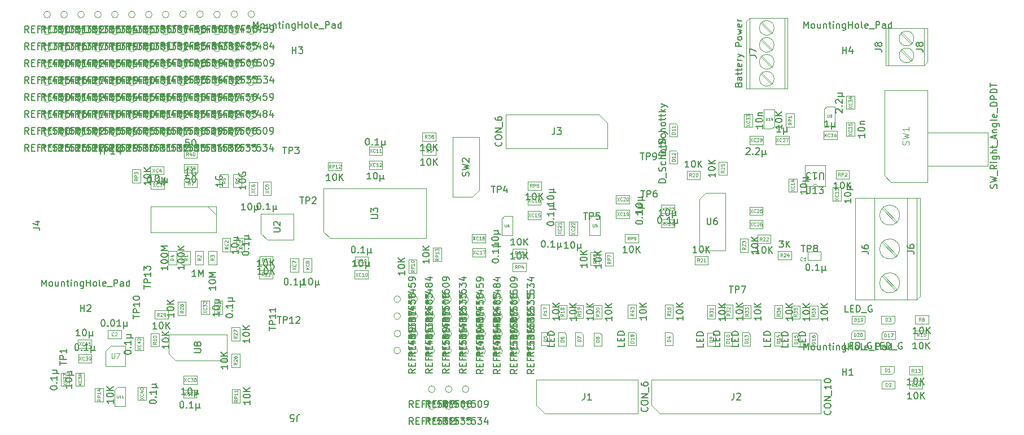
<source format=gbr>
G04 #@! TF.GenerationSoftware,KiCad,Pcbnew,8.0.6*
G04 #@! TF.CreationDate,2025-06-21T10:27:38-07:00*
G04 #@! TF.ProjectId,complete_EPG,636f6d70-6c65-4746-955f-4550472e6b69,rev?*
G04 #@! TF.SameCoordinates,Original*
G04 #@! TF.FileFunction,AssemblyDrawing,Top*
%FSLAX46Y46*%
G04 Gerber Fmt 4.6, Leading zero omitted, Abs format (unit mm)*
G04 Created by KiCad (PCBNEW 8.0.6) date 2025-06-21 10:27:38*
%MOMM*%
%LPD*%
G01*
G04 APERTURE LIST*
%ADD10C,0.150000*%
%ADD11C,0.080000*%
%ADD12C,0.060000*%
%ADD13C,0.110000*%
%ADD14C,0.100000*%
%ADD15C,0.025400*%
%ADD16C,0.120000*%
G04 APERTURE END LIST*
D10*
X129519905Y-41141819D02*
X129519905Y-41951342D01*
X129519905Y-41951342D02*
X129567524Y-42046580D01*
X129567524Y-42046580D02*
X129615143Y-42094200D01*
X129615143Y-42094200D02*
X129710381Y-42141819D01*
X129710381Y-42141819D02*
X129900857Y-42141819D01*
X129900857Y-42141819D02*
X129996095Y-42094200D01*
X129996095Y-42094200D02*
X130043714Y-42046580D01*
X130043714Y-42046580D02*
X130091333Y-41951342D01*
X130091333Y-41951342D02*
X130091333Y-41141819D01*
X131091333Y-42141819D02*
X130519905Y-42141819D01*
X130805619Y-42141819D02*
X130805619Y-41141819D01*
X130805619Y-41141819D02*
X130710381Y-41284676D01*
X130710381Y-41284676D02*
X130615143Y-41379914D01*
X130615143Y-41379914D02*
X130519905Y-41427533D01*
X131424667Y-41141819D02*
X132043714Y-41141819D01*
X132043714Y-41141819D02*
X131710381Y-41522771D01*
X131710381Y-41522771D02*
X131853238Y-41522771D01*
X131853238Y-41522771D02*
X131948476Y-41570390D01*
X131948476Y-41570390D02*
X131996095Y-41618009D01*
X131996095Y-41618009D02*
X132043714Y-41713247D01*
X132043714Y-41713247D02*
X132043714Y-41951342D01*
X132043714Y-41951342D02*
X131996095Y-42046580D01*
X131996095Y-42046580D02*
X131948476Y-42094200D01*
X131948476Y-42094200D02*
X131853238Y-42141819D01*
X131853238Y-42141819D02*
X131567524Y-42141819D01*
X131567524Y-42141819D02*
X131472286Y-42094200D01*
X131472286Y-42094200D02*
X131424667Y-42046580D01*
X132069194Y-40042180D02*
X132069194Y-39232657D01*
X132069194Y-39232657D02*
X132021575Y-39137419D01*
X132021575Y-39137419D02*
X131973956Y-39089800D01*
X131973956Y-39089800D02*
X131878718Y-39042180D01*
X131878718Y-39042180D02*
X131688242Y-39042180D01*
X131688242Y-39042180D02*
X131593004Y-39089800D01*
X131593004Y-39089800D02*
X131545385Y-39137419D01*
X131545385Y-39137419D02*
X131497766Y-39232657D01*
X131497766Y-39232657D02*
X131497766Y-40042180D01*
X130497766Y-39042180D02*
X131069194Y-39042180D01*
X130783480Y-39042180D02*
X130783480Y-40042180D01*
X130783480Y-40042180D02*
X130878718Y-39899323D01*
X130878718Y-39899323D02*
X130973956Y-39804085D01*
X130973956Y-39804085D02*
X131069194Y-39756466D01*
X130164432Y-40042180D02*
X129545385Y-40042180D01*
X129545385Y-40042180D02*
X129878718Y-39661228D01*
X129878718Y-39661228D02*
X129735861Y-39661228D01*
X129735861Y-39661228D02*
X129640623Y-39613609D01*
X129640623Y-39613609D02*
X129593004Y-39565990D01*
X129593004Y-39565990D02*
X129545385Y-39470752D01*
X129545385Y-39470752D02*
X129545385Y-39232657D01*
X129545385Y-39232657D02*
X129593004Y-39137419D01*
X129593004Y-39137419D02*
X129640623Y-39089800D01*
X129640623Y-39089800D02*
X129735861Y-39042180D01*
X129735861Y-39042180D02*
X130021575Y-39042180D01*
X130021575Y-39042180D02*
X130116813Y-39089800D01*
X130116813Y-39089800D02*
X130164432Y-39137419D01*
X88672819Y-60858905D02*
X88196628Y-61192238D01*
X88672819Y-61430333D02*
X87672819Y-61430333D01*
X87672819Y-61430333D02*
X87672819Y-61049381D01*
X87672819Y-61049381D02*
X87720438Y-60954143D01*
X87720438Y-60954143D02*
X87768057Y-60906524D01*
X87768057Y-60906524D02*
X87863295Y-60858905D01*
X87863295Y-60858905D02*
X88006152Y-60858905D01*
X88006152Y-60858905D02*
X88101390Y-60906524D01*
X88101390Y-60906524D02*
X88149009Y-60954143D01*
X88149009Y-60954143D02*
X88196628Y-61049381D01*
X88196628Y-61049381D02*
X88196628Y-61430333D01*
X88149009Y-60430333D02*
X88149009Y-60097000D01*
X88672819Y-59954143D02*
X88672819Y-60430333D01*
X88672819Y-60430333D02*
X87672819Y-60430333D01*
X87672819Y-60430333D02*
X87672819Y-59954143D01*
X88149009Y-59192238D02*
X88149009Y-59525571D01*
X88672819Y-59525571D02*
X87672819Y-59525571D01*
X87672819Y-59525571D02*
X87672819Y-59049381D01*
X87672819Y-58525571D02*
X87910914Y-58525571D01*
X87815676Y-58763666D02*
X87910914Y-58525571D01*
X87910914Y-58525571D02*
X87815676Y-58287476D01*
X88101390Y-58668428D02*
X87910914Y-58525571D01*
X87910914Y-58525571D02*
X88101390Y-58382714D01*
X87672819Y-57763666D02*
X87910914Y-57763666D01*
X87815676Y-58001761D02*
X87910914Y-57763666D01*
X87910914Y-57763666D02*
X87815676Y-57525571D01*
X88101390Y-57906523D02*
X87910914Y-57763666D01*
X87910914Y-57763666D02*
X88101390Y-57620809D01*
X87672819Y-56668428D02*
X87672819Y-57144618D01*
X87672819Y-57144618D02*
X88149009Y-57192237D01*
X88149009Y-57192237D02*
X88101390Y-57144618D01*
X88101390Y-57144618D02*
X88053771Y-57049380D01*
X88053771Y-57049380D02*
X88053771Y-56811285D01*
X88053771Y-56811285D02*
X88101390Y-56716047D01*
X88101390Y-56716047D02*
X88149009Y-56668428D01*
X88149009Y-56668428D02*
X88244247Y-56620809D01*
X88244247Y-56620809D02*
X88482342Y-56620809D01*
X88482342Y-56620809D02*
X88577580Y-56668428D01*
X88577580Y-56668428D02*
X88625200Y-56716047D01*
X88625200Y-56716047D02*
X88672819Y-56811285D01*
X88672819Y-56811285D02*
X88672819Y-57049380D01*
X88672819Y-57049380D02*
X88625200Y-57144618D01*
X88625200Y-57144618D02*
X88577580Y-57192237D01*
X87672819Y-56287475D02*
X87672819Y-55668428D01*
X87672819Y-55668428D02*
X88053771Y-56001761D01*
X88053771Y-56001761D02*
X88053771Y-55858904D01*
X88053771Y-55858904D02*
X88101390Y-55763666D01*
X88101390Y-55763666D02*
X88149009Y-55716047D01*
X88149009Y-55716047D02*
X88244247Y-55668428D01*
X88244247Y-55668428D02*
X88482342Y-55668428D01*
X88482342Y-55668428D02*
X88577580Y-55716047D01*
X88577580Y-55716047D02*
X88625200Y-55763666D01*
X88625200Y-55763666D02*
X88672819Y-55858904D01*
X88672819Y-55858904D02*
X88672819Y-56144618D01*
X88672819Y-56144618D02*
X88625200Y-56239856D01*
X88625200Y-56239856D02*
X88577580Y-56287475D01*
X88006152Y-54811285D02*
X88672819Y-54811285D01*
X87625200Y-55049380D02*
X88339485Y-55287475D01*
X88339485Y-55287475D02*
X88339485Y-54668428D01*
X86137819Y-68553905D02*
X85661628Y-68887238D01*
X86137819Y-69125333D02*
X85137819Y-69125333D01*
X85137819Y-69125333D02*
X85137819Y-68744381D01*
X85137819Y-68744381D02*
X85185438Y-68649143D01*
X85185438Y-68649143D02*
X85233057Y-68601524D01*
X85233057Y-68601524D02*
X85328295Y-68553905D01*
X85328295Y-68553905D02*
X85471152Y-68553905D01*
X85471152Y-68553905D02*
X85566390Y-68601524D01*
X85566390Y-68601524D02*
X85614009Y-68649143D01*
X85614009Y-68649143D02*
X85661628Y-68744381D01*
X85661628Y-68744381D02*
X85661628Y-69125333D01*
X85614009Y-68125333D02*
X85614009Y-67792000D01*
X86137819Y-67649143D02*
X86137819Y-68125333D01*
X86137819Y-68125333D02*
X85137819Y-68125333D01*
X85137819Y-68125333D02*
X85137819Y-67649143D01*
X85614009Y-66887238D02*
X85614009Y-67220571D01*
X86137819Y-67220571D02*
X85137819Y-67220571D01*
X85137819Y-67220571D02*
X85137819Y-66744381D01*
X85137819Y-66220571D02*
X85375914Y-66220571D01*
X85280676Y-66458666D02*
X85375914Y-66220571D01*
X85375914Y-66220571D02*
X85280676Y-65982476D01*
X85566390Y-66363428D02*
X85375914Y-66220571D01*
X85375914Y-66220571D02*
X85566390Y-66077714D01*
X85137819Y-65458666D02*
X85375914Y-65458666D01*
X85280676Y-65696761D02*
X85375914Y-65458666D01*
X85375914Y-65458666D02*
X85280676Y-65220571D01*
X85566390Y-65601523D02*
X85375914Y-65458666D01*
X85375914Y-65458666D02*
X85566390Y-65315809D01*
X85137819Y-64363428D02*
X85137819Y-64839618D01*
X85137819Y-64839618D02*
X85614009Y-64887237D01*
X85614009Y-64887237D02*
X85566390Y-64839618D01*
X85566390Y-64839618D02*
X85518771Y-64744380D01*
X85518771Y-64744380D02*
X85518771Y-64506285D01*
X85518771Y-64506285D02*
X85566390Y-64411047D01*
X85566390Y-64411047D02*
X85614009Y-64363428D01*
X85614009Y-64363428D02*
X85709247Y-64315809D01*
X85709247Y-64315809D02*
X85947342Y-64315809D01*
X85947342Y-64315809D02*
X86042580Y-64363428D01*
X86042580Y-64363428D02*
X86090200Y-64411047D01*
X86090200Y-64411047D02*
X86137819Y-64506285D01*
X86137819Y-64506285D02*
X86137819Y-64744380D01*
X86137819Y-64744380D02*
X86090200Y-64839618D01*
X86090200Y-64839618D02*
X86042580Y-64887237D01*
X85137819Y-63696761D02*
X85137819Y-63601523D01*
X85137819Y-63601523D02*
X85185438Y-63506285D01*
X85185438Y-63506285D02*
X85233057Y-63458666D01*
X85233057Y-63458666D02*
X85328295Y-63411047D01*
X85328295Y-63411047D02*
X85518771Y-63363428D01*
X85518771Y-63363428D02*
X85756866Y-63363428D01*
X85756866Y-63363428D02*
X85947342Y-63411047D01*
X85947342Y-63411047D02*
X86042580Y-63458666D01*
X86042580Y-63458666D02*
X86090200Y-63506285D01*
X86090200Y-63506285D02*
X86137819Y-63601523D01*
X86137819Y-63601523D02*
X86137819Y-63696761D01*
X86137819Y-63696761D02*
X86090200Y-63791999D01*
X86090200Y-63791999D02*
X86042580Y-63839618D01*
X86042580Y-63839618D02*
X85947342Y-63887237D01*
X85947342Y-63887237D02*
X85756866Y-63934856D01*
X85756866Y-63934856D02*
X85518771Y-63934856D01*
X85518771Y-63934856D02*
X85328295Y-63887237D01*
X85328295Y-63887237D02*
X85233057Y-63839618D01*
X85233057Y-63839618D02*
X85185438Y-63791999D01*
X85185438Y-63791999D02*
X85137819Y-63696761D01*
X86137819Y-62887237D02*
X86137819Y-62696761D01*
X86137819Y-62696761D02*
X86090200Y-62601523D01*
X86090200Y-62601523D02*
X86042580Y-62553904D01*
X86042580Y-62553904D02*
X85899723Y-62458666D01*
X85899723Y-62458666D02*
X85709247Y-62411047D01*
X85709247Y-62411047D02*
X85328295Y-62411047D01*
X85328295Y-62411047D02*
X85233057Y-62458666D01*
X85233057Y-62458666D02*
X85185438Y-62506285D01*
X85185438Y-62506285D02*
X85137819Y-62601523D01*
X85137819Y-62601523D02*
X85137819Y-62791999D01*
X85137819Y-62791999D02*
X85185438Y-62887237D01*
X85185438Y-62887237D02*
X85233057Y-62934856D01*
X85233057Y-62934856D02*
X85328295Y-62982475D01*
X85328295Y-62982475D02*
X85566390Y-62982475D01*
X85566390Y-62982475D02*
X85661628Y-62934856D01*
X85661628Y-62934856D02*
X85709247Y-62887237D01*
X85709247Y-62887237D02*
X85756866Y-62791999D01*
X85756866Y-62791999D02*
X85756866Y-62601523D01*
X85756866Y-62601523D02*
X85709247Y-62506285D01*
X85709247Y-62506285D02*
X85661628Y-62458666D01*
X85661628Y-62458666D02*
X85566390Y-62411047D01*
X78472819Y-63328905D02*
X77996628Y-63662238D01*
X78472819Y-63900333D02*
X77472819Y-63900333D01*
X77472819Y-63900333D02*
X77472819Y-63519381D01*
X77472819Y-63519381D02*
X77520438Y-63424143D01*
X77520438Y-63424143D02*
X77568057Y-63376524D01*
X77568057Y-63376524D02*
X77663295Y-63328905D01*
X77663295Y-63328905D02*
X77806152Y-63328905D01*
X77806152Y-63328905D02*
X77901390Y-63376524D01*
X77901390Y-63376524D02*
X77949009Y-63424143D01*
X77949009Y-63424143D02*
X77996628Y-63519381D01*
X77996628Y-63519381D02*
X77996628Y-63900333D01*
X77949009Y-62900333D02*
X77949009Y-62567000D01*
X78472819Y-62424143D02*
X78472819Y-62900333D01*
X78472819Y-62900333D02*
X77472819Y-62900333D01*
X77472819Y-62900333D02*
X77472819Y-62424143D01*
X77949009Y-61662238D02*
X77949009Y-61995571D01*
X78472819Y-61995571D02*
X77472819Y-61995571D01*
X77472819Y-61995571D02*
X77472819Y-61519381D01*
X77472819Y-60995571D02*
X77710914Y-60995571D01*
X77615676Y-61233666D02*
X77710914Y-60995571D01*
X77710914Y-60995571D02*
X77615676Y-60757476D01*
X77901390Y-61138428D02*
X77710914Y-60995571D01*
X77710914Y-60995571D02*
X77901390Y-60852714D01*
X77472819Y-60233666D02*
X77710914Y-60233666D01*
X77615676Y-60471761D02*
X77710914Y-60233666D01*
X77710914Y-60233666D02*
X77615676Y-59995571D01*
X77901390Y-60376523D02*
X77710914Y-60233666D01*
X77710914Y-60233666D02*
X77901390Y-60090809D01*
X77472819Y-59138428D02*
X77472819Y-59614618D01*
X77472819Y-59614618D02*
X77949009Y-59662237D01*
X77949009Y-59662237D02*
X77901390Y-59614618D01*
X77901390Y-59614618D02*
X77853771Y-59519380D01*
X77853771Y-59519380D02*
X77853771Y-59281285D01*
X77853771Y-59281285D02*
X77901390Y-59186047D01*
X77901390Y-59186047D02*
X77949009Y-59138428D01*
X77949009Y-59138428D02*
X78044247Y-59090809D01*
X78044247Y-59090809D02*
X78282342Y-59090809D01*
X78282342Y-59090809D02*
X78377580Y-59138428D01*
X78377580Y-59138428D02*
X78425200Y-59186047D01*
X78425200Y-59186047D02*
X78472819Y-59281285D01*
X78472819Y-59281285D02*
X78472819Y-59519380D01*
X78472819Y-59519380D02*
X78425200Y-59614618D01*
X78425200Y-59614618D02*
X78377580Y-59662237D01*
X77472819Y-58757475D02*
X77472819Y-58138428D01*
X77472819Y-58138428D02*
X77853771Y-58471761D01*
X77853771Y-58471761D02*
X77853771Y-58328904D01*
X77853771Y-58328904D02*
X77901390Y-58233666D01*
X77901390Y-58233666D02*
X77949009Y-58186047D01*
X77949009Y-58186047D02*
X78044247Y-58138428D01*
X78044247Y-58138428D02*
X78282342Y-58138428D01*
X78282342Y-58138428D02*
X78377580Y-58186047D01*
X78377580Y-58186047D02*
X78425200Y-58233666D01*
X78425200Y-58233666D02*
X78472819Y-58328904D01*
X78472819Y-58328904D02*
X78472819Y-58614618D01*
X78472819Y-58614618D02*
X78425200Y-58709856D01*
X78425200Y-58709856D02*
X78377580Y-58757475D01*
X77472819Y-57805094D02*
X77472819Y-57186047D01*
X77472819Y-57186047D02*
X77853771Y-57519380D01*
X77853771Y-57519380D02*
X77853771Y-57376523D01*
X77853771Y-57376523D02*
X77901390Y-57281285D01*
X77901390Y-57281285D02*
X77949009Y-57233666D01*
X77949009Y-57233666D02*
X78044247Y-57186047D01*
X78044247Y-57186047D02*
X78282342Y-57186047D01*
X78282342Y-57186047D02*
X78377580Y-57233666D01*
X78377580Y-57233666D02*
X78425200Y-57281285D01*
X78425200Y-57281285D02*
X78472819Y-57376523D01*
X78472819Y-57376523D02*
X78472819Y-57662237D01*
X78472819Y-57662237D02*
X78425200Y-57757475D01*
X78425200Y-57757475D02*
X78377580Y-57805094D01*
X83592819Y-63398905D02*
X83116628Y-63732238D01*
X83592819Y-63970333D02*
X82592819Y-63970333D01*
X82592819Y-63970333D02*
X82592819Y-63589381D01*
X82592819Y-63589381D02*
X82640438Y-63494143D01*
X82640438Y-63494143D02*
X82688057Y-63446524D01*
X82688057Y-63446524D02*
X82783295Y-63398905D01*
X82783295Y-63398905D02*
X82926152Y-63398905D01*
X82926152Y-63398905D02*
X83021390Y-63446524D01*
X83021390Y-63446524D02*
X83069009Y-63494143D01*
X83069009Y-63494143D02*
X83116628Y-63589381D01*
X83116628Y-63589381D02*
X83116628Y-63970333D01*
X83069009Y-62970333D02*
X83069009Y-62637000D01*
X83592819Y-62494143D02*
X83592819Y-62970333D01*
X83592819Y-62970333D02*
X82592819Y-62970333D01*
X82592819Y-62970333D02*
X82592819Y-62494143D01*
X83069009Y-61732238D02*
X83069009Y-62065571D01*
X83592819Y-62065571D02*
X82592819Y-62065571D01*
X82592819Y-62065571D02*
X82592819Y-61589381D01*
X82592819Y-61065571D02*
X82830914Y-61065571D01*
X82735676Y-61303666D02*
X82830914Y-61065571D01*
X82830914Y-61065571D02*
X82735676Y-60827476D01*
X83021390Y-61208428D02*
X82830914Y-61065571D01*
X82830914Y-61065571D02*
X83021390Y-60922714D01*
X82592819Y-60303666D02*
X82830914Y-60303666D01*
X82735676Y-60541761D02*
X82830914Y-60303666D01*
X82830914Y-60303666D02*
X82735676Y-60065571D01*
X83021390Y-60446523D02*
X82830914Y-60303666D01*
X82830914Y-60303666D02*
X83021390Y-60160809D01*
X82926152Y-59256047D02*
X83592819Y-59256047D01*
X82545200Y-59494142D02*
X83259485Y-59732237D01*
X83259485Y-59732237D02*
X83259485Y-59113190D01*
X83021390Y-58589380D02*
X82973771Y-58684618D01*
X82973771Y-58684618D02*
X82926152Y-58732237D01*
X82926152Y-58732237D02*
X82830914Y-58779856D01*
X82830914Y-58779856D02*
X82783295Y-58779856D01*
X82783295Y-58779856D02*
X82688057Y-58732237D01*
X82688057Y-58732237D02*
X82640438Y-58684618D01*
X82640438Y-58684618D02*
X82592819Y-58589380D01*
X82592819Y-58589380D02*
X82592819Y-58398904D01*
X82592819Y-58398904D02*
X82640438Y-58303666D01*
X82640438Y-58303666D02*
X82688057Y-58256047D01*
X82688057Y-58256047D02*
X82783295Y-58208428D01*
X82783295Y-58208428D02*
X82830914Y-58208428D01*
X82830914Y-58208428D02*
X82926152Y-58256047D01*
X82926152Y-58256047D02*
X82973771Y-58303666D01*
X82973771Y-58303666D02*
X83021390Y-58398904D01*
X83021390Y-58398904D02*
X83021390Y-58589380D01*
X83021390Y-58589380D02*
X83069009Y-58684618D01*
X83069009Y-58684618D02*
X83116628Y-58732237D01*
X83116628Y-58732237D02*
X83211866Y-58779856D01*
X83211866Y-58779856D02*
X83402342Y-58779856D01*
X83402342Y-58779856D02*
X83497580Y-58732237D01*
X83497580Y-58732237D02*
X83545200Y-58684618D01*
X83545200Y-58684618D02*
X83592819Y-58589380D01*
X83592819Y-58589380D02*
X83592819Y-58398904D01*
X83592819Y-58398904D02*
X83545200Y-58303666D01*
X83545200Y-58303666D02*
X83497580Y-58256047D01*
X83497580Y-58256047D02*
X83402342Y-58208428D01*
X83402342Y-58208428D02*
X83211866Y-58208428D01*
X83211866Y-58208428D02*
X83116628Y-58256047D01*
X83116628Y-58256047D02*
X83069009Y-58303666D01*
X83069009Y-58303666D02*
X83021390Y-58398904D01*
X82592819Y-57875094D02*
X82592819Y-57256047D01*
X82592819Y-57256047D02*
X82973771Y-57589380D01*
X82973771Y-57589380D02*
X82973771Y-57446523D01*
X82973771Y-57446523D02*
X83021390Y-57351285D01*
X83021390Y-57351285D02*
X83069009Y-57303666D01*
X83069009Y-57303666D02*
X83164247Y-57256047D01*
X83164247Y-57256047D02*
X83402342Y-57256047D01*
X83402342Y-57256047D02*
X83497580Y-57303666D01*
X83497580Y-57303666D02*
X83545200Y-57351285D01*
X83545200Y-57351285D02*
X83592819Y-57446523D01*
X83592819Y-57446523D02*
X83592819Y-57732237D01*
X83592819Y-57732237D02*
X83545200Y-57827475D01*
X83545200Y-57827475D02*
X83497580Y-57875094D01*
X70857819Y-68483905D02*
X70381628Y-68817238D01*
X70857819Y-69055333D02*
X69857819Y-69055333D01*
X69857819Y-69055333D02*
X69857819Y-68674381D01*
X69857819Y-68674381D02*
X69905438Y-68579143D01*
X69905438Y-68579143D02*
X69953057Y-68531524D01*
X69953057Y-68531524D02*
X70048295Y-68483905D01*
X70048295Y-68483905D02*
X70191152Y-68483905D01*
X70191152Y-68483905D02*
X70286390Y-68531524D01*
X70286390Y-68531524D02*
X70334009Y-68579143D01*
X70334009Y-68579143D02*
X70381628Y-68674381D01*
X70381628Y-68674381D02*
X70381628Y-69055333D01*
X70334009Y-68055333D02*
X70334009Y-67722000D01*
X70857819Y-67579143D02*
X70857819Y-68055333D01*
X70857819Y-68055333D02*
X69857819Y-68055333D01*
X69857819Y-68055333D02*
X69857819Y-67579143D01*
X70334009Y-66817238D02*
X70334009Y-67150571D01*
X70857819Y-67150571D02*
X69857819Y-67150571D01*
X69857819Y-67150571D02*
X69857819Y-66674381D01*
X69857819Y-66150571D02*
X70095914Y-66150571D01*
X70000676Y-66388666D02*
X70095914Y-66150571D01*
X70095914Y-66150571D02*
X70000676Y-65912476D01*
X70286390Y-66293428D02*
X70095914Y-66150571D01*
X70095914Y-66150571D02*
X70286390Y-66007714D01*
X69857819Y-65388666D02*
X70095914Y-65388666D01*
X70000676Y-65626761D02*
X70095914Y-65388666D01*
X70095914Y-65388666D02*
X70000676Y-65150571D01*
X70286390Y-65531523D02*
X70095914Y-65388666D01*
X70095914Y-65388666D02*
X70286390Y-65245809D01*
X70191152Y-64341047D02*
X70857819Y-64341047D01*
X69810200Y-64579142D02*
X70524485Y-64817237D01*
X70524485Y-64817237D02*
X70524485Y-64198190D01*
X69857819Y-63341047D02*
X69857819Y-63817237D01*
X69857819Y-63817237D02*
X70334009Y-63864856D01*
X70334009Y-63864856D02*
X70286390Y-63817237D01*
X70286390Y-63817237D02*
X70238771Y-63721999D01*
X70238771Y-63721999D02*
X70238771Y-63483904D01*
X70238771Y-63483904D02*
X70286390Y-63388666D01*
X70286390Y-63388666D02*
X70334009Y-63341047D01*
X70334009Y-63341047D02*
X70429247Y-63293428D01*
X70429247Y-63293428D02*
X70667342Y-63293428D01*
X70667342Y-63293428D02*
X70762580Y-63341047D01*
X70762580Y-63341047D02*
X70810200Y-63388666D01*
X70810200Y-63388666D02*
X70857819Y-63483904D01*
X70857819Y-63483904D02*
X70857819Y-63721999D01*
X70857819Y-63721999D02*
X70810200Y-63817237D01*
X70810200Y-63817237D02*
X70762580Y-63864856D01*
X70857819Y-62817237D02*
X70857819Y-62626761D01*
X70857819Y-62626761D02*
X70810200Y-62531523D01*
X70810200Y-62531523D02*
X70762580Y-62483904D01*
X70762580Y-62483904D02*
X70619723Y-62388666D01*
X70619723Y-62388666D02*
X70429247Y-62341047D01*
X70429247Y-62341047D02*
X70048295Y-62341047D01*
X70048295Y-62341047D02*
X69953057Y-62388666D01*
X69953057Y-62388666D02*
X69905438Y-62436285D01*
X69905438Y-62436285D02*
X69857819Y-62531523D01*
X69857819Y-62531523D02*
X69857819Y-62721999D01*
X69857819Y-62721999D02*
X69905438Y-62817237D01*
X69905438Y-62817237D02*
X69953057Y-62864856D01*
X69953057Y-62864856D02*
X70048295Y-62912475D01*
X70048295Y-62912475D02*
X70286390Y-62912475D01*
X70286390Y-62912475D02*
X70381628Y-62864856D01*
X70381628Y-62864856D02*
X70429247Y-62817237D01*
X70429247Y-62817237D02*
X70476866Y-62721999D01*
X70476866Y-62721999D02*
X70476866Y-62531523D01*
X70476866Y-62531523D02*
X70429247Y-62436285D01*
X70429247Y-62436285D02*
X70381628Y-62388666D01*
X70381628Y-62388666D02*
X70286390Y-62341047D01*
X78477819Y-68483905D02*
X78001628Y-68817238D01*
X78477819Y-69055333D02*
X77477819Y-69055333D01*
X77477819Y-69055333D02*
X77477819Y-68674381D01*
X77477819Y-68674381D02*
X77525438Y-68579143D01*
X77525438Y-68579143D02*
X77573057Y-68531524D01*
X77573057Y-68531524D02*
X77668295Y-68483905D01*
X77668295Y-68483905D02*
X77811152Y-68483905D01*
X77811152Y-68483905D02*
X77906390Y-68531524D01*
X77906390Y-68531524D02*
X77954009Y-68579143D01*
X77954009Y-68579143D02*
X78001628Y-68674381D01*
X78001628Y-68674381D02*
X78001628Y-69055333D01*
X77954009Y-68055333D02*
X77954009Y-67722000D01*
X78477819Y-67579143D02*
X78477819Y-68055333D01*
X78477819Y-68055333D02*
X77477819Y-68055333D01*
X77477819Y-68055333D02*
X77477819Y-67579143D01*
X77954009Y-66817238D02*
X77954009Y-67150571D01*
X78477819Y-67150571D02*
X77477819Y-67150571D01*
X77477819Y-67150571D02*
X77477819Y-66674381D01*
X77477819Y-66150571D02*
X77715914Y-66150571D01*
X77620676Y-66388666D02*
X77715914Y-66150571D01*
X77715914Y-66150571D02*
X77620676Y-65912476D01*
X77906390Y-66293428D02*
X77715914Y-66150571D01*
X77715914Y-66150571D02*
X77906390Y-66007714D01*
X77477819Y-65388666D02*
X77715914Y-65388666D01*
X77620676Y-65626761D02*
X77715914Y-65388666D01*
X77715914Y-65388666D02*
X77620676Y-65150571D01*
X77906390Y-65531523D02*
X77715914Y-65388666D01*
X77715914Y-65388666D02*
X77906390Y-65245809D01*
X77477819Y-64293428D02*
X77477819Y-64769618D01*
X77477819Y-64769618D02*
X77954009Y-64817237D01*
X77954009Y-64817237D02*
X77906390Y-64769618D01*
X77906390Y-64769618D02*
X77858771Y-64674380D01*
X77858771Y-64674380D02*
X77858771Y-64436285D01*
X77858771Y-64436285D02*
X77906390Y-64341047D01*
X77906390Y-64341047D02*
X77954009Y-64293428D01*
X77954009Y-64293428D02*
X78049247Y-64245809D01*
X78049247Y-64245809D02*
X78287342Y-64245809D01*
X78287342Y-64245809D02*
X78382580Y-64293428D01*
X78382580Y-64293428D02*
X78430200Y-64341047D01*
X78430200Y-64341047D02*
X78477819Y-64436285D01*
X78477819Y-64436285D02*
X78477819Y-64674380D01*
X78477819Y-64674380D02*
X78430200Y-64769618D01*
X78430200Y-64769618D02*
X78382580Y-64817237D01*
X77477819Y-63912475D02*
X77477819Y-63293428D01*
X77477819Y-63293428D02*
X77858771Y-63626761D01*
X77858771Y-63626761D02*
X77858771Y-63483904D01*
X77858771Y-63483904D02*
X77906390Y-63388666D01*
X77906390Y-63388666D02*
X77954009Y-63341047D01*
X77954009Y-63341047D02*
X78049247Y-63293428D01*
X78049247Y-63293428D02*
X78287342Y-63293428D01*
X78287342Y-63293428D02*
X78382580Y-63341047D01*
X78382580Y-63341047D02*
X78430200Y-63388666D01*
X78430200Y-63388666D02*
X78477819Y-63483904D01*
X78477819Y-63483904D02*
X78477819Y-63769618D01*
X78477819Y-63769618D02*
X78430200Y-63864856D01*
X78430200Y-63864856D02*
X78382580Y-63912475D01*
X77811152Y-62436285D02*
X78477819Y-62436285D01*
X77430200Y-62674380D02*
X78144485Y-62912475D01*
X78144485Y-62912475D02*
X78144485Y-62293428D01*
X75932819Y-60788905D02*
X75456628Y-61122238D01*
X75932819Y-61360333D02*
X74932819Y-61360333D01*
X74932819Y-61360333D02*
X74932819Y-60979381D01*
X74932819Y-60979381D02*
X74980438Y-60884143D01*
X74980438Y-60884143D02*
X75028057Y-60836524D01*
X75028057Y-60836524D02*
X75123295Y-60788905D01*
X75123295Y-60788905D02*
X75266152Y-60788905D01*
X75266152Y-60788905D02*
X75361390Y-60836524D01*
X75361390Y-60836524D02*
X75409009Y-60884143D01*
X75409009Y-60884143D02*
X75456628Y-60979381D01*
X75456628Y-60979381D02*
X75456628Y-61360333D01*
X75409009Y-60360333D02*
X75409009Y-60027000D01*
X75932819Y-59884143D02*
X75932819Y-60360333D01*
X75932819Y-60360333D02*
X74932819Y-60360333D01*
X74932819Y-60360333D02*
X74932819Y-59884143D01*
X75409009Y-59122238D02*
X75409009Y-59455571D01*
X75932819Y-59455571D02*
X74932819Y-59455571D01*
X74932819Y-59455571D02*
X74932819Y-58979381D01*
X74932819Y-58455571D02*
X75170914Y-58455571D01*
X75075676Y-58693666D02*
X75170914Y-58455571D01*
X75170914Y-58455571D02*
X75075676Y-58217476D01*
X75361390Y-58598428D02*
X75170914Y-58455571D01*
X75170914Y-58455571D02*
X75361390Y-58312714D01*
X74932819Y-57693666D02*
X75170914Y-57693666D01*
X75075676Y-57931761D02*
X75170914Y-57693666D01*
X75170914Y-57693666D02*
X75075676Y-57455571D01*
X75361390Y-57836523D02*
X75170914Y-57693666D01*
X75170914Y-57693666D02*
X75361390Y-57550809D01*
X74932819Y-56598428D02*
X74932819Y-57074618D01*
X74932819Y-57074618D02*
X75409009Y-57122237D01*
X75409009Y-57122237D02*
X75361390Y-57074618D01*
X75361390Y-57074618D02*
X75313771Y-56979380D01*
X75313771Y-56979380D02*
X75313771Y-56741285D01*
X75313771Y-56741285D02*
X75361390Y-56646047D01*
X75361390Y-56646047D02*
X75409009Y-56598428D01*
X75409009Y-56598428D02*
X75504247Y-56550809D01*
X75504247Y-56550809D02*
X75742342Y-56550809D01*
X75742342Y-56550809D02*
X75837580Y-56598428D01*
X75837580Y-56598428D02*
X75885200Y-56646047D01*
X75885200Y-56646047D02*
X75932819Y-56741285D01*
X75932819Y-56741285D02*
X75932819Y-56979380D01*
X75932819Y-56979380D02*
X75885200Y-57074618D01*
X75885200Y-57074618D02*
X75837580Y-57122237D01*
X74932819Y-55931761D02*
X74932819Y-55836523D01*
X74932819Y-55836523D02*
X74980438Y-55741285D01*
X74980438Y-55741285D02*
X75028057Y-55693666D01*
X75028057Y-55693666D02*
X75123295Y-55646047D01*
X75123295Y-55646047D02*
X75313771Y-55598428D01*
X75313771Y-55598428D02*
X75551866Y-55598428D01*
X75551866Y-55598428D02*
X75742342Y-55646047D01*
X75742342Y-55646047D02*
X75837580Y-55693666D01*
X75837580Y-55693666D02*
X75885200Y-55741285D01*
X75885200Y-55741285D02*
X75932819Y-55836523D01*
X75932819Y-55836523D02*
X75932819Y-55931761D01*
X75932819Y-55931761D02*
X75885200Y-56026999D01*
X75885200Y-56026999D02*
X75837580Y-56074618D01*
X75837580Y-56074618D02*
X75742342Y-56122237D01*
X75742342Y-56122237D02*
X75551866Y-56169856D01*
X75551866Y-56169856D02*
X75313771Y-56169856D01*
X75313771Y-56169856D02*
X75123295Y-56122237D01*
X75123295Y-56122237D02*
X75028057Y-56074618D01*
X75028057Y-56074618D02*
X74980438Y-56026999D01*
X74980438Y-56026999D02*
X74932819Y-55931761D01*
X75932819Y-55122237D02*
X75932819Y-54931761D01*
X75932819Y-54931761D02*
X75885200Y-54836523D01*
X75885200Y-54836523D02*
X75837580Y-54788904D01*
X75837580Y-54788904D02*
X75694723Y-54693666D01*
X75694723Y-54693666D02*
X75504247Y-54646047D01*
X75504247Y-54646047D02*
X75123295Y-54646047D01*
X75123295Y-54646047D02*
X75028057Y-54693666D01*
X75028057Y-54693666D02*
X74980438Y-54741285D01*
X74980438Y-54741285D02*
X74932819Y-54836523D01*
X74932819Y-54836523D02*
X74932819Y-55026999D01*
X74932819Y-55026999D02*
X74980438Y-55122237D01*
X74980438Y-55122237D02*
X75028057Y-55169856D01*
X75028057Y-55169856D02*
X75123295Y-55217475D01*
X75123295Y-55217475D02*
X75361390Y-55217475D01*
X75361390Y-55217475D02*
X75456628Y-55169856D01*
X75456628Y-55169856D02*
X75504247Y-55122237D01*
X75504247Y-55122237D02*
X75551866Y-55026999D01*
X75551866Y-55026999D02*
X75551866Y-54836523D01*
X75551866Y-54836523D02*
X75504247Y-54741285D01*
X75504247Y-54741285D02*
X75456628Y-54693666D01*
X75456628Y-54693666D02*
X75361390Y-54646047D01*
X73392819Y-60788905D02*
X72916628Y-61122238D01*
X73392819Y-61360333D02*
X72392819Y-61360333D01*
X72392819Y-61360333D02*
X72392819Y-60979381D01*
X72392819Y-60979381D02*
X72440438Y-60884143D01*
X72440438Y-60884143D02*
X72488057Y-60836524D01*
X72488057Y-60836524D02*
X72583295Y-60788905D01*
X72583295Y-60788905D02*
X72726152Y-60788905D01*
X72726152Y-60788905D02*
X72821390Y-60836524D01*
X72821390Y-60836524D02*
X72869009Y-60884143D01*
X72869009Y-60884143D02*
X72916628Y-60979381D01*
X72916628Y-60979381D02*
X72916628Y-61360333D01*
X72869009Y-60360333D02*
X72869009Y-60027000D01*
X73392819Y-59884143D02*
X73392819Y-60360333D01*
X73392819Y-60360333D02*
X72392819Y-60360333D01*
X72392819Y-60360333D02*
X72392819Y-59884143D01*
X72869009Y-59122238D02*
X72869009Y-59455571D01*
X73392819Y-59455571D02*
X72392819Y-59455571D01*
X72392819Y-59455571D02*
X72392819Y-58979381D01*
X72392819Y-58455571D02*
X72630914Y-58455571D01*
X72535676Y-58693666D02*
X72630914Y-58455571D01*
X72630914Y-58455571D02*
X72535676Y-58217476D01*
X72821390Y-58598428D02*
X72630914Y-58455571D01*
X72630914Y-58455571D02*
X72821390Y-58312714D01*
X72392819Y-57693666D02*
X72630914Y-57693666D01*
X72535676Y-57931761D02*
X72630914Y-57693666D01*
X72630914Y-57693666D02*
X72535676Y-57455571D01*
X72821390Y-57836523D02*
X72630914Y-57693666D01*
X72630914Y-57693666D02*
X72821390Y-57550809D01*
X72726152Y-56646047D02*
X73392819Y-56646047D01*
X72345200Y-56884142D02*
X73059485Y-57122237D01*
X73059485Y-57122237D02*
X73059485Y-56503190D01*
X72821390Y-55979380D02*
X72773771Y-56074618D01*
X72773771Y-56074618D02*
X72726152Y-56122237D01*
X72726152Y-56122237D02*
X72630914Y-56169856D01*
X72630914Y-56169856D02*
X72583295Y-56169856D01*
X72583295Y-56169856D02*
X72488057Y-56122237D01*
X72488057Y-56122237D02*
X72440438Y-56074618D01*
X72440438Y-56074618D02*
X72392819Y-55979380D01*
X72392819Y-55979380D02*
X72392819Y-55788904D01*
X72392819Y-55788904D02*
X72440438Y-55693666D01*
X72440438Y-55693666D02*
X72488057Y-55646047D01*
X72488057Y-55646047D02*
X72583295Y-55598428D01*
X72583295Y-55598428D02*
X72630914Y-55598428D01*
X72630914Y-55598428D02*
X72726152Y-55646047D01*
X72726152Y-55646047D02*
X72773771Y-55693666D01*
X72773771Y-55693666D02*
X72821390Y-55788904D01*
X72821390Y-55788904D02*
X72821390Y-55979380D01*
X72821390Y-55979380D02*
X72869009Y-56074618D01*
X72869009Y-56074618D02*
X72916628Y-56122237D01*
X72916628Y-56122237D02*
X73011866Y-56169856D01*
X73011866Y-56169856D02*
X73202342Y-56169856D01*
X73202342Y-56169856D02*
X73297580Y-56122237D01*
X73297580Y-56122237D02*
X73345200Y-56074618D01*
X73345200Y-56074618D02*
X73392819Y-55979380D01*
X73392819Y-55979380D02*
X73392819Y-55788904D01*
X73392819Y-55788904D02*
X73345200Y-55693666D01*
X73345200Y-55693666D02*
X73297580Y-55646047D01*
X73297580Y-55646047D02*
X73202342Y-55598428D01*
X73202342Y-55598428D02*
X73011866Y-55598428D01*
X73011866Y-55598428D02*
X72916628Y-55646047D01*
X72916628Y-55646047D02*
X72869009Y-55693666D01*
X72869009Y-55693666D02*
X72821390Y-55788904D01*
X72726152Y-54741285D02*
X73392819Y-54741285D01*
X72345200Y-54979380D02*
X73059485Y-55217475D01*
X73059485Y-55217475D02*
X73059485Y-54598428D01*
X73432819Y-65938905D02*
X72956628Y-66272238D01*
X73432819Y-66510333D02*
X72432819Y-66510333D01*
X72432819Y-66510333D02*
X72432819Y-66129381D01*
X72432819Y-66129381D02*
X72480438Y-66034143D01*
X72480438Y-66034143D02*
X72528057Y-65986524D01*
X72528057Y-65986524D02*
X72623295Y-65938905D01*
X72623295Y-65938905D02*
X72766152Y-65938905D01*
X72766152Y-65938905D02*
X72861390Y-65986524D01*
X72861390Y-65986524D02*
X72909009Y-66034143D01*
X72909009Y-66034143D02*
X72956628Y-66129381D01*
X72956628Y-66129381D02*
X72956628Y-66510333D01*
X72909009Y-65510333D02*
X72909009Y-65177000D01*
X73432819Y-65034143D02*
X73432819Y-65510333D01*
X73432819Y-65510333D02*
X72432819Y-65510333D01*
X72432819Y-65510333D02*
X72432819Y-65034143D01*
X72909009Y-64272238D02*
X72909009Y-64605571D01*
X73432819Y-64605571D02*
X72432819Y-64605571D01*
X72432819Y-64605571D02*
X72432819Y-64129381D01*
X72432819Y-63605571D02*
X72670914Y-63605571D01*
X72575676Y-63843666D02*
X72670914Y-63605571D01*
X72670914Y-63605571D02*
X72575676Y-63367476D01*
X72861390Y-63748428D02*
X72670914Y-63605571D01*
X72670914Y-63605571D02*
X72861390Y-63462714D01*
X72432819Y-62843666D02*
X72670914Y-62843666D01*
X72575676Y-63081761D02*
X72670914Y-62843666D01*
X72670914Y-62843666D02*
X72575676Y-62605571D01*
X72861390Y-62986523D02*
X72670914Y-62843666D01*
X72670914Y-62843666D02*
X72861390Y-62700809D01*
X72432819Y-62319856D02*
X72432819Y-61700809D01*
X72432819Y-61700809D02*
X72813771Y-62034142D01*
X72813771Y-62034142D02*
X72813771Y-61891285D01*
X72813771Y-61891285D02*
X72861390Y-61796047D01*
X72861390Y-61796047D02*
X72909009Y-61748428D01*
X72909009Y-61748428D02*
X73004247Y-61700809D01*
X73004247Y-61700809D02*
X73242342Y-61700809D01*
X73242342Y-61700809D02*
X73337580Y-61748428D01*
X73337580Y-61748428D02*
X73385200Y-61796047D01*
X73385200Y-61796047D02*
X73432819Y-61891285D01*
X73432819Y-61891285D02*
X73432819Y-62176999D01*
X73432819Y-62176999D02*
X73385200Y-62272237D01*
X73385200Y-62272237D02*
X73337580Y-62319856D01*
X72861390Y-61129380D02*
X72813771Y-61224618D01*
X72813771Y-61224618D02*
X72766152Y-61272237D01*
X72766152Y-61272237D02*
X72670914Y-61319856D01*
X72670914Y-61319856D02*
X72623295Y-61319856D01*
X72623295Y-61319856D02*
X72528057Y-61272237D01*
X72528057Y-61272237D02*
X72480438Y-61224618D01*
X72480438Y-61224618D02*
X72432819Y-61129380D01*
X72432819Y-61129380D02*
X72432819Y-60938904D01*
X72432819Y-60938904D02*
X72480438Y-60843666D01*
X72480438Y-60843666D02*
X72528057Y-60796047D01*
X72528057Y-60796047D02*
X72623295Y-60748428D01*
X72623295Y-60748428D02*
X72670914Y-60748428D01*
X72670914Y-60748428D02*
X72766152Y-60796047D01*
X72766152Y-60796047D02*
X72813771Y-60843666D01*
X72813771Y-60843666D02*
X72861390Y-60938904D01*
X72861390Y-60938904D02*
X72861390Y-61129380D01*
X72861390Y-61129380D02*
X72909009Y-61224618D01*
X72909009Y-61224618D02*
X72956628Y-61272237D01*
X72956628Y-61272237D02*
X73051866Y-61319856D01*
X73051866Y-61319856D02*
X73242342Y-61319856D01*
X73242342Y-61319856D02*
X73337580Y-61272237D01*
X73337580Y-61272237D02*
X73385200Y-61224618D01*
X73385200Y-61224618D02*
X73432819Y-61129380D01*
X73432819Y-61129380D02*
X73432819Y-60938904D01*
X73432819Y-60938904D02*
X73385200Y-60843666D01*
X73385200Y-60843666D02*
X73337580Y-60796047D01*
X73337580Y-60796047D02*
X73242342Y-60748428D01*
X73242342Y-60748428D02*
X73051866Y-60748428D01*
X73051866Y-60748428D02*
X72956628Y-60796047D01*
X72956628Y-60796047D02*
X72909009Y-60843666D01*
X72909009Y-60843666D02*
X72861390Y-60938904D01*
X72528057Y-60367475D02*
X72480438Y-60319856D01*
X72480438Y-60319856D02*
X72432819Y-60224618D01*
X72432819Y-60224618D02*
X72432819Y-59986523D01*
X72432819Y-59986523D02*
X72480438Y-59891285D01*
X72480438Y-59891285D02*
X72528057Y-59843666D01*
X72528057Y-59843666D02*
X72623295Y-59796047D01*
X72623295Y-59796047D02*
X72718533Y-59796047D01*
X72718533Y-59796047D02*
X72861390Y-59843666D01*
X72861390Y-59843666D02*
X73432819Y-60415094D01*
X73432819Y-60415094D02*
X73432819Y-59796047D01*
X75932819Y-63328905D02*
X75456628Y-63662238D01*
X75932819Y-63900333D02*
X74932819Y-63900333D01*
X74932819Y-63900333D02*
X74932819Y-63519381D01*
X74932819Y-63519381D02*
X74980438Y-63424143D01*
X74980438Y-63424143D02*
X75028057Y-63376524D01*
X75028057Y-63376524D02*
X75123295Y-63328905D01*
X75123295Y-63328905D02*
X75266152Y-63328905D01*
X75266152Y-63328905D02*
X75361390Y-63376524D01*
X75361390Y-63376524D02*
X75409009Y-63424143D01*
X75409009Y-63424143D02*
X75456628Y-63519381D01*
X75456628Y-63519381D02*
X75456628Y-63900333D01*
X75409009Y-62900333D02*
X75409009Y-62567000D01*
X75932819Y-62424143D02*
X75932819Y-62900333D01*
X75932819Y-62900333D02*
X74932819Y-62900333D01*
X74932819Y-62900333D02*
X74932819Y-62424143D01*
X75409009Y-61662238D02*
X75409009Y-61995571D01*
X75932819Y-61995571D02*
X74932819Y-61995571D01*
X74932819Y-61995571D02*
X74932819Y-61519381D01*
X74932819Y-60995571D02*
X75170914Y-60995571D01*
X75075676Y-61233666D02*
X75170914Y-60995571D01*
X75170914Y-60995571D02*
X75075676Y-60757476D01*
X75361390Y-61138428D02*
X75170914Y-60995571D01*
X75170914Y-60995571D02*
X75361390Y-60852714D01*
X74932819Y-60233666D02*
X75170914Y-60233666D01*
X75075676Y-60471761D02*
X75170914Y-60233666D01*
X75170914Y-60233666D02*
X75075676Y-59995571D01*
X75361390Y-60376523D02*
X75170914Y-60233666D01*
X75170914Y-60233666D02*
X75361390Y-60090809D01*
X74932819Y-59138428D02*
X74932819Y-59614618D01*
X74932819Y-59614618D02*
X75409009Y-59662237D01*
X75409009Y-59662237D02*
X75361390Y-59614618D01*
X75361390Y-59614618D02*
X75313771Y-59519380D01*
X75313771Y-59519380D02*
X75313771Y-59281285D01*
X75313771Y-59281285D02*
X75361390Y-59186047D01*
X75361390Y-59186047D02*
X75409009Y-59138428D01*
X75409009Y-59138428D02*
X75504247Y-59090809D01*
X75504247Y-59090809D02*
X75742342Y-59090809D01*
X75742342Y-59090809D02*
X75837580Y-59138428D01*
X75837580Y-59138428D02*
X75885200Y-59186047D01*
X75885200Y-59186047D02*
X75932819Y-59281285D01*
X75932819Y-59281285D02*
X75932819Y-59519380D01*
X75932819Y-59519380D02*
X75885200Y-59614618D01*
X75885200Y-59614618D02*
X75837580Y-59662237D01*
X74932819Y-58471761D02*
X74932819Y-58376523D01*
X74932819Y-58376523D02*
X74980438Y-58281285D01*
X74980438Y-58281285D02*
X75028057Y-58233666D01*
X75028057Y-58233666D02*
X75123295Y-58186047D01*
X75123295Y-58186047D02*
X75313771Y-58138428D01*
X75313771Y-58138428D02*
X75551866Y-58138428D01*
X75551866Y-58138428D02*
X75742342Y-58186047D01*
X75742342Y-58186047D02*
X75837580Y-58233666D01*
X75837580Y-58233666D02*
X75885200Y-58281285D01*
X75885200Y-58281285D02*
X75932819Y-58376523D01*
X75932819Y-58376523D02*
X75932819Y-58471761D01*
X75932819Y-58471761D02*
X75885200Y-58566999D01*
X75885200Y-58566999D02*
X75837580Y-58614618D01*
X75837580Y-58614618D02*
X75742342Y-58662237D01*
X75742342Y-58662237D02*
X75551866Y-58709856D01*
X75551866Y-58709856D02*
X75313771Y-58709856D01*
X75313771Y-58709856D02*
X75123295Y-58662237D01*
X75123295Y-58662237D02*
X75028057Y-58614618D01*
X75028057Y-58614618D02*
X74980438Y-58566999D01*
X74980438Y-58566999D02*
X74932819Y-58471761D01*
X75361390Y-57566999D02*
X75313771Y-57662237D01*
X75313771Y-57662237D02*
X75266152Y-57709856D01*
X75266152Y-57709856D02*
X75170914Y-57757475D01*
X75170914Y-57757475D02*
X75123295Y-57757475D01*
X75123295Y-57757475D02*
X75028057Y-57709856D01*
X75028057Y-57709856D02*
X74980438Y-57662237D01*
X74980438Y-57662237D02*
X74932819Y-57566999D01*
X74932819Y-57566999D02*
X74932819Y-57376523D01*
X74932819Y-57376523D02*
X74980438Y-57281285D01*
X74980438Y-57281285D02*
X75028057Y-57233666D01*
X75028057Y-57233666D02*
X75123295Y-57186047D01*
X75123295Y-57186047D02*
X75170914Y-57186047D01*
X75170914Y-57186047D02*
X75266152Y-57233666D01*
X75266152Y-57233666D02*
X75313771Y-57281285D01*
X75313771Y-57281285D02*
X75361390Y-57376523D01*
X75361390Y-57376523D02*
X75361390Y-57566999D01*
X75361390Y-57566999D02*
X75409009Y-57662237D01*
X75409009Y-57662237D02*
X75456628Y-57709856D01*
X75456628Y-57709856D02*
X75551866Y-57757475D01*
X75551866Y-57757475D02*
X75742342Y-57757475D01*
X75742342Y-57757475D02*
X75837580Y-57709856D01*
X75837580Y-57709856D02*
X75885200Y-57662237D01*
X75885200Y-57662237D02*
X75932819Y-57566999D01*
X75932819Y-57566999D02*
X75932819Y-57376523D01*
X75932819Y-57376523D02*
X75885200Y-57281285D01*
X75885200Y-57281285D02*
X75837580Y-57233666D01*
X75837580Y-57233666D02*
X75742342Y-57186047D01*
X75742342Y-57186047D02*
X75551866Y-57186047D01*
X75551866Y-57186047D02*
X75456628Y-57233666D01*
X75456628Y-57233666D02*
X75409009Y-57281285D01*
X75409009Y-57281285D02*
X75361390Y-57376523D01*
X70852819Y-63328905D02*
X70376628Y-63662238D01*
X70852819Y-63900333D02*
X69852819Y-63900333D01*
X69852819Y-63900333D02*
X69852819Y-63519381D01*
X69852819Y-63519381D02*
X69900438Y-63424143D01*
X69900438Y-63424143D02*
X69948057Y-63376524D01*
X69948057Y-63376524D02*
X70043295Y-63328905D01*
X70043295Y-63328905D02*
X70186152Y-63328905D01*
X70186152Y-63328905D02*
X70281390Y-63376524D01*
X70281390Y-63376524D02*
X70329009Y-63424143D01*
X70329009Y-63424143D02*
X70376628Y-63519381D01*
X70376628Y-63519381D02*
X70376628Y-63900333D01*
X70329009Y-62900333D02*
X70329009Y-62567000D01*
X70852819Y-62424143D02*
X70852819Y-62900333D01*
X70852819Y-62900333D02*
X69852819Y-62900333D01*
X69852819Y-62900333D02*
X69852819Y-62424143D01*
X70329009Y-61662238D02*
X70329009Y-61995571D01*
X70852819Y-61995571D02*
X69852819Y-61995571D01*
X69852819Y-61995571D02*
X69852819Y-61519381D01*
X69852819Y-60995571D02*
X70090914Y-60995571D01*
X69995676Y-61233666D02*
X70090914Y-60995571D01*
X70090914Y-60995571D02*
X69995676Y-60757476D01*
X70281390Y-61138428D02*
X70090914Y-60995571D01*
X70090914Y-60995571D02*
X70281390Y-60852714D01*
X69852819Y-60233666D02*
X70090914Y-60233666D01*
X69995676Y-60471761D02*
X70090914Y-60233666D01*
X70090914Y-60233666D02*
X69995676Y-59995571D01*
X70281390Y-60376523D02*
X70090914Y-60233666D01*
X70090914Y-60233666D02*
X70281390Y-60090809D01*
X70186152Y-59186047D02*
X70852819Y-59186047D01*
X69805200Y-59424142D02*
X70519485Y-59662237D01*
X70519485Y-59662237D02*
X70519485Y-59043190D01*
X69852819Y-58186047D02*
X69852819Y-58662237D01*
X69852819Y-58662237D02*
X70329009Y-58709856D01*
X70329009Y-58709856D02*
X70281390Y-58662237D01*
X70281390Y-58662237D02*
X70233771Y-58566999D01*
X70233771Y-58566999D02*
X70233771Y-58328904D01*
X70233771Y-58328904D02*
X70281390Y-58233666D01*
X70281390Y-58233666D02*
X70329009Y-58186047D01*
X70329009Y-58186047D02*
X70424247Y-58138428D01*
X70424247Y-58138428D02*
X70662342Y-58138428D01*
X70662342Y-58138428D02*
X70757580Y-58186047D01*
X70757580Y-58186047D02*
X70805200Y-58233666D01*
X70805200Y-58233666D02*
X70852819Y-58328904D01*
X70852819Y-58328904D02*
X70852819Y-58566999D01*
X70852819Y-58566999D02*
X70805200Y-58662237D01*
X70805200Y-58662237D02*
X70757580Y-58709856D01*
X70281390Y-57566999D02*
X70233771Y-57662237D01*
X70233771Y-57662237D02*
X70186152Y-57709856D01*
X70186152Y-57709856D02*
X70090914Y-57757475D01*
X70090914Y-57757475D02*
X70043295Y-57757475D01*
X70043295Y-57757475D02*
X69948057Y-57709856D01*
X69948057Y-57709856D02*
X69900438Y-57662237D01*
X69900438Y-57662237D02*
X69852819Y-57566999D01*
X69852819Y-57566999D02*
X69852819Y-57376523D01*
X69852819Y-57376523D02*
X69900438Y-57281285D01*
X69900438Y-57281285D02*
X69948057Y-57233666D01*
X69948057Y-57233666D02*
X70043295Y-57186047D01*
X70043295Y-57186047D02*
X70090914Y-57186047D01*
X70090914Y-57186047D02*
X70186152Y-57233666D01*
X70186152Y-57233666D02*
X70233771Y-57281285D01*
X70233771Y-57281285D02*
X70281390Y-57376523D01*
X70281390Y-57376523D02*
X70281390Y-57566999D01*
X70281390Y-57566999D02*
X70329009Y-57662237D01*
X70329009Y-57662237D02*
X70376628Y-57709856D01*
X70376628Y-57709856D02*
X70471866Y-57757475D01*
X70471866Y-57757475D02*
X70662342Y-57757475D01*
X70662342Y-57757475D02*
X70757580Y-57709856D01*
X70757580Y-57709856D02*
X70805200Y-57662237D01*
X70805200Y-57662237D02*
X70852819Y-57566999D01*
X70852819Y-57566999D02*
X70852819Y-57376523D01*
X70852819Y-57376523D02*
X70805200Y-57281285D01*
X70805200Y-57281285D02*
X70757580Y-57233666D01*
X70757580Y-57233666D02*
X70662342Y-57186047D01*
X70662342Y-57186047D02*
X70471866Y-57186047D01*
X70471866Y-57186047D02*
X70376628Y-57233666D01*
X70376628Y-57233666D02*
X70329009Y-57281285D01*
X70329009Y-57281285D02*
X70281390Y-57376523D01*
X75937819Y-68483905D02*
X75461628Y-68817238D01*
X75937819Y-69055333D02*
X74937819Y-69055333D01*
X74937819Y-69055333D02*
X74937819Y-68674381D01*
X74937819Y-68674381D02*
X74985438Y-68579143D01*
X74985438Y-68579143D02*
X75033057Y-68531524D01*
X75033057Y-68531524D02*
X75128295Y-68483905D01*
X75128295Y-68483905D02*
X75271152Y-68483905D01*
X75271152Y-68483905D02*
X75366390Y-68531524D01*
X75366390Y-68531524D02*
X75414009Y-68579143D01*
X75414009Y-68579143D02*
X75461628Y-68674381D01*
X75461628Y-68674381D02*
X75461628Y-69055333D01*
X75414009Y-68055333D02*
X75414009Y-67722000D01*
X75937819Y-67579143D02*
X75937819Y-68055333D01*
X75937819Y-68055333D02*
X74937819Y-68055333D01*
X74937819Y-68055333D02*
X74937819Y-67579143D01*
X75414009Y-66817238D02*
X75414009Y-67150571D01*
X75937819Y-67150571D02*
X74937819Y-67150571D01*
X74937819Y-67150571D02*
X74937819Y-66674381D01*
X74937819Y-66150571D02*
X75175914Y-66150571D01*
X75080676Y-66388666D02*
X75175914Y-66150571D01*
X75175914Y-66150571D02*
X75080676Y-65912476D01*
X75366390Y-66293428D02*
X75175914Y-66150571D01*
X75175914Y-66150571D02*
X75366390Y-66007714D01*
X74937819Y-65388666D02*
X75175914Y-65388666D01*
X75080676Y-65626761D02*
X75175914Y-65388666D01*
X75175914Y-65388666D02*
X75080676Y-65150571D01*
X75366390Y-65531523D02*
X75175914Y-65388666D01*
X75175914Y-65388666D02*
X75366390Y-65245809D01*
X74937819Y-64293428D02*
X74937819Y-64769618D01*
X74937819Y-64769618D02*
X75414009Y-64817237D01*
X75414009Y-64817237D02*
X75366390Y-64769618D01*
X75366390Y-64769618D02*
X75318771Y-64674380D01*
X75318771Y-64674380D02*
X75318771Y-64436285D01*
X75318771Y-64436285D02*
X75366390Y-64341047D01*
X75366390Y-64341047D02*
X75414009Y-64293428D01*
X75414009Y-64293428D02*
X75509247Y-64245809D01*
X75509247Y-64245809D02*
X75747342Y-64245809D01*
X75747342Y-64245809D02*
X75842580Y-64293428D01*
X75842580Y-64293428D02*
X75890200Y-64341047D01*
X75890200Y-64341047D02*
X75937819Y-64436285D01*
X75937819Y-64436285D02*
X75937819Y-64674380D01*
X75937819Y-64674380D02*
X75890200Y-64769618D01*
X75890200Y-64769618D02*
X75842580Y-64817237D01*
X74937819Y-63626761D02*
X74937819Y-63531523D01*
X74937819Y-63531523D02*
X74985438Y-63436285D01*
X74985438Y-63436285D02*
X75033057Y-63388666D01*
X75033057Y-63388666D02*
X75128295Y-63341047D01*
X75128295Y-63341047D02*
X75318771Y-63293428D01*
X75318771Y-63293428D02*
X75556866Y-63293428D01*
X75556866Y-63293428D02*
X75747342Y-63341047D01*
X75747342Y-63341047D02*
X75842580Y-63388666D01*
X75842580Y-63388666D02*
X75890200Y-63436285D01*
X75890200Y-63436285D02*
X75937819Y-63531523D01*
X75937819Y-63531523D02*
X75937819Y-63626761D01*
X75937819Y-63626761D02*
X75890200Y-63721999D01*
X75890200Y-63721999D02*
X75842580Y-63769618D01*
X75842580Y-63769618D02*
X75747342Y-63817237D01*
X75747342Y-63817237D02*
X75556866Y-63864856D01*
X75556866Y-63864856D02*
X75318771Y-63864856D01*
X75318771Y-63864856D02*
X75128295Y-63817237D01*
X75128295Y-63817237D02*
X75033057Y-63769618D01*
X75033057Y-63769618D02*
X74985438Y-63721999D01*
X74985438Y-63721999D02*
X74937819Y-63626761D01*
X75937819Y-62817237D02*
X75937819Y-62626761D01*
X75937819Y-62626761D02*
X75890200Y-62531523D01*
X75890200Y-62531523D02*
X75842580Y-62483904D01*
X75842580Y-62483904D02*
X75699723Y-62388666D01*
X75699723Y-62388666D02*
X75509247Y-62341047D01*
X75509247Y-62341047D02*
X75128295Y-62341047D01*
X75128295Y-62341047D02*
X75033057Y-62388666D01*
X75033057Y-62388666D02*
X74985438Y-62436285D01*
X74985438Y-62436285D02*
X74937819Y-62531523D01*
X74937819Y-62531523D02*
X74937819Y-62721999D01*
X74937819Y-62721999D02*
X74985438Y-62817237D01*
X74985438Y-62817237D02*
X75033057Y-62864856D01*
X75033057Y-62864856D02*
X75128295Y-62912475D01*
X75128295Y-62912475D02*
X75366390Y-62912475D01*
X75366390Y-62912475D02*
X75461628Y-62864856D01*
X75461628Y-62864856D02*
X75509247Y-62817237D01*
X75509247Y-62817237D02*
X75556866Y-62721999D01*
X75556866Y-62721999D02*
X75556866Y-62531523D01*
X75556866Y-62531523D02*
X75509247Y-62436285D01*
X75509247Y-62436285D02*
X75461628Y-62388666D01*
X75461628Y-62388666D02*
X75366390Y-62341047D01*
X83592819Y-60858905D02*
X83116628Y-61192238D01*
X83592819Y-61430333D02*
X82592819Y-61430333D01*
X82592819Y-61430333D02*
X82592819Y-61049381D01*
X82592819Y-61049381D02*
X82640438Y-60954143D01*
X82640438Y-60954143D02*
X82688057Y-60906524D01*
X82688057Y-60906524D02*
X82783295Y-60858905D01*
X82783295Y-60858905D02*
X82926152Y-60858905D01*
X82926152Y-60858905D02*
X83021390Y-60906524D01*
X83021390Y-60906524D02*
X83069009Y-60954143D01*
X83069009Y-60954143D02*
X83116628Y-61049381D01*
X83116628Y-61049381D02*
X83116628Y-61430333D01*
X83069009Y-60430333D02*
X83069009Y-60097000D01*
X83592819Y-59954143D02*
X83592819Y-60430333D01*
X83592819Y-60430333D02*
X82592819Y-60430333D01*
X82592819Y-60430333D02*
X82592819Y-59954143D01*
X83069009Y-59192238D02*
X83069009Y-59525571D01*
X83592819Y-59525571D02*
X82592819Y-59525571D01*
X82592819Y-59525571D02*
X82592819Y-59049381D01*
X82592819Y-58525571D02*
X82830914Y-58525571D01*
X82735676Y-58763666D02*
X82830914Y-58525571D01*
X82830914Y-58525571D02*
X82735676Y-58287476D01*
X83021390Y-58668428D02*
X82830914Y-58525571D01*
X82830914Y-58525571D02*
X83021390Y-58382714D01*
X82592819Y-57763666D02*
X82830914Y-57763666D01*
X82735676Y-58001761D02*
X82830914Y-57763666D01*
X82830914Y-57763666D02*
X82735676Y-57525571D01*
X83021390Y-57906523D02*
X82830914Y-57763666D01*
X82830914Y-57763666D02*
X83021390Y-57620809D01*
X82926152Y-56716047D02*
X83592819Y-56716047D01*
X82545200Y-56954142D02*
X83259485Y-57192237D01*
X83259485Y-57192237D02*
X83259485Y-56573190D01*
X83021390Y-56049380D02*
X82973771Y-56144618D01*
X82973771Y-56144618D02*
X82926152Y-56192237D01*
X82926152Y-56192237D02*
X82830914Y-56239856D01*
X82830914Y-56239856D02*
X82783295Y-56239856D01*
X82783295Y-56239856D02*
X82688057Y-56192237D01*
X82688057Y-56192237D02*
X82640438Y-56144618D01*
X82640438Y-56144618D02*
X82592819Y-56049380D01*
X82592819Y-56049380D02*
X82592819Y-55858904D01*
X82592819Y-55858904D02*
X82640438Y-55763666D01*
X82640438Y-55763666D02*
X82688057Y-55716047D01*
X82688057Y-55716047D02*
X82783295Y-55668428D01*
X82783295Y-55668428D02*
X82830914Y-55668428D01*
X82830914Y-55668428D02*
X82926152Y-55716047D01*
X82926152Y-55716047D02*
X82973771Y-55763666D01*
X82973771Y-55763666D02*
X83021390Y-55858904D01*
X83021390Y-55858904D02*
X83021390Y-56049380D01*
X83021390Y-56049380D02*
X83069009Y-56144618D01*
X83069009Y-56144618D02*
X83116628Y-56192237D01*
X83116628Y-56192237D02*
X83211866Y-56239856D01*
X83211866Y-56239856D02*
X83402342Y-56239856D01*
X83402342Y-56239856D02*
X83497580Y-56192237D01*
X83497580Y-56192237D02*
X83545200Y-56144618D01*
X83545200Y-56144618D02*
X83592819Y-56049380D01*
X83592819Y-56049380D02*
X83592819Y-55858904D01*
X83592819Y-55858904D02*
X83545200Y-55763666D01*
X83545200Y-55763666D02*
X83497580Y-55716047D01*
X83497580Y-55716047D02*
X83402342Y-55668428D01*
X83402342Y-55668428D02*
X83211866Y-55668428D01*
X83211866Y-55668428D02*
X83116628Y-55716047D01*
X83116628Y-55716047D02*
X83069009Y-55763666D01*
X83069009Y-55763666D02*
X83021390Y-55858904D01*
X82926152Y-54811285D02*
X83592819Y-54811285D01*
X82545200Y-55049380D02*
X83259485Y-55287475D01*
X83259485Y-55287475D02*
X83259485Y-54668428D01*
X70892819Y-65938905D02*
X70416628Y-66272238D01*
X70892819Y-66510333D02*
X69892819Y-66510333D01*
X69892819Y-66510333D02*
X69892819Y-66129381D01*
X69892819Y-66129381D02*
X69940438Y-66034143D01*
X69940438Y-66034143D02*
X69988057Y-65986524D01*
X69988057Y-65986524D02*
X70083295Y-65938905D01*
X70083295Y-65938905D02*
X70226152Y-65938905D01*
X70226152Y-65938905D02*
X70321390Y-65986524D01*
X70321390Y-65986524D02*
X70369009Y-66034143D01*
X70369009Y-66034143D02*
X70416628Y-66129381D01*
X70416628Y-66129381D02*
X70416628Y-66510333D01*
X70369009Y-65510333D02*
X70369009Y-65177000D01*
X70892819Y-65034143D02*
X70892819Y-65510333D01*
X70892819Y-65510333D02*
X69892819Y-65510333D01*
X69892819Y-65510333D02*
X69892819Y-65034143D01*
X70369009Y-64272238D02*
X70369009Y-64605571D01*
X70892819Y-64605571D02*
X69892819Y-64605571D01*
X69892819Y-64605571D02*
X69892819Y-64129381D01*
X69892819Y-63605571D02*
X70130914Y-63605571D01*
X70035676Y-63843666D02*
X70130914Y-63605571D01*
X70130914Y-63605571D02*
X70035676Y-63367476D01*
X70321390Y-63748428D02*
X70130914Y-63605571D01*
X70130914Y-63605571D02*
X70321390Y-63462714D01*
X69892819Y-62843666D02*
X70130914Y-62843666D01*
X70035676Y-63081761D02*
X70130914Y-62843666D01*
X70130914Y-62843666D02*
X70035676Y-62605571D01*
X70321390Y-62986523D02*
X70130914Y-62843666D01*
X70130914Y-62843666D02*
X70321390Y-62700809D01*
X69892819Y-62319856D02*
X69892819Y-61700809D01*
X69892819Y-61700809D02*
X70273771Y-62034142D01*
X70273771Y-62034142D02*
X70273771Y-61891285D01*
X70273771Y-61891285D02*
X70321390Y-61796047D01*
X70321390Y-61796047D02*
X70369009Y-61748428D01*
X70369009Y-61748428D02*
X70464247Y-61700809D01*
X70464247Y-61700809D02*
X70702342Y-61700809D01*
X70702342Y-61700809D02*
X70797580Y-61748428D01*
X70797580Y-61748428D02*
X70845200Y-61796047D01*
X70845200Y-61796047D02*
X70892819Y-61891285D01*
X70892819Y-61891285D02*
X70892819Y-62176999D01*
X70892819Y-62176999D02*
X70845200Y-62272237D01*
X70845200Y-62272237D02*
X70797580Y-62319856D01*
X69892819Y-60796047D02*
X69892819Y-61272237D01*
X69892819Y-61272237D02*
X70369009Y-61319856D01*
X70369009Y-61319856D02*
X70321390Y-61272237D01*
X70321390Y-61272237D02*
X70273771Y-61176999D01*
X70273771Y-61176999D02*
X70273771Y-60938904D01*
X70273771Y-60938904D02*
X70321390Y-60843666D01*
X70321390Y-60843666D02*
X70369009Y-60796047D01*
X70369009Y-60796047D02*
X70464247Y-60748428D01*
X70464247Y-60748428D02*
X70702342Y-60748428D01*
X70702342Y-60748428D02*
X70797580Y-60796047D01*
X70797580Y-60796047D02*
X70845200Y-60843666D01*
X70845200Y-60843666D02*
X70892819Y-60938904D01*
X70892819Y-60938904D02*
X70892819Y-61176999D01*
X70892819Y-61176999D02*
X70845200Y-61272237D01*
X70845200Y-61272237D02*
X70797580Y-61319856D01*
X69892819Y-60415094D02*
X69892819Y-59748428D01*
X69892819Y-59748428D02*
X70892819Y-60176999D01*
X83592819Y-65938905D02*
X83116628Y-66272238D01*
X83592819Y-66510333D02*
X82592819Y-66510333D01*
X82592819Y-66510333D02*
X82592819Y-66129381D01*
X82592819Y-66129381D02*
X82640438Y-66034143D01*
X82640438Y-66034143D02*
X82688057Y-65986524D01*
X82688057Y-65986524D02*
X82783295Y-65938905D01*
X82783295Y-65938905D02*
X82926152Y-65938905D01*
X82926152Y-65938905D02*
X83021390Y-65986524D01*
X83021390Y-65986524D02*
X83069009Y-66034143D01*
X83069009Y-66034143D02*
X83116628Y-66129381D01*
X83116628Y-66129381D02*
X83116628Y-66510333D01*
X83069009Y-65510333D02*
X83069009Y-65177000D01*
X83592819Y-65034143D02*
X83592819Y-65510333D01*
X83592819Y-65510333D02*
X82592819Y-65510333D01*
X82592819Y-65510333D02*
X82592819Y-65034143D01*
X83069009Y-64272238D02*
X83069009Y-64605571D01*
X83592819Y-64605571D02*
X82592819Y-64605571D01*
X82592819Y-64605571D02*
X82592819Y-64129381D01*
X82592819Y-63605571D02*
X82830914Y-63605571D01*
X82735676Y-63843666D02*
X82830914Y-63605571D01*
X82830914Y-63605571D02*
X82735676Y-63367476D01*
X83021390Y-63748428D02*
X82830914Y-63605571D01*
X82830914Y-63605571D02*
X83021390Y-63462714D01*
X82592819Y-62843666D02*
X82830914Y-62843666D01*
X82735676Y-63081761D02*
X82830914Y-62843666D01*
X82830914Y-62843666D02*
X82735676Y-62605571D01*
X83021390Y-62986523D02*
X82830914Y-62843666D01*
X82830914Y-62843666D02*
X83021390Y-62700809D01*
X82926152Y-61796047D02*
X83592819Y-61796047D01*
X82545200Y-62034142D02*
X83259485Y-62272237D01*
X83259485Y-62272237D02*
X83259485Y-61653190D01*
X83021390Y-61129380D02*
X82973771Y-61224618D01*
X82973771Y-61224618D02*
X82926152Y-61272237D01*
X82926152Y-61272237D02*
X82830914Y-61319856D01*
X82830914Y-61319856D02*
X82783295Y-61319856D01*
X82783295Y-61319856D02*
X82688057Y-61272237D01*
X82688057Y-61272237D02*
X82640438Y-61224618D01*
X82640438Y-61224618D02*
X82592819Y-61129380D01*
X82592819Y-61129380D02*
X82592819Y-60938904D01*
X82592819Y-60938904D02*
X82640438Y-60843666D01*
X82640438Y-60843666D02*
X82688057Y-60796047D01*
X82688057Y-60796047D02*
X82783295Y-60748428D01*
X82783295Y-60748428D02*
X82830914Y-60748428D01*
X82830914Y-60748428D02*
X82926152Y-60796047D01*
X82926152Y-60796047D02*
X82973771Y-60843666D01*
X82973771Y-60843666D02*
X83021390Y-60938904D01*
X83021390Y-60938904D02*
X83021390Y-61129380D01*
X83021390Y-61129380D02*
X83069009Y-61224618D01*
X83069009Y-61224618D02*
X83116628Y-61272237D01*
X83116628Y-61272237D02*
X83211866Y-61319856D01*
X83211866Y-61319856D02*
X83402342Y-61319856D01*
X83402342Y-61319856D02*
X83497580Y-61272237D01*
X83497580Y-61272237D02*
X83545200Y-61224618D01*
X83545200Y-61224618D02*
X83592819Y-61129380D01*
X83592819Y-61129380D02*
X83592819Y-60938904D01*
X83592819Y-60938904D02*
X83545200Y-60843666D01*
X83545200Y-60843666D02*
X83497580Y-60796047D01*
X83497580Y-60796047D02*
X83402342Y-60748428D01*
X83402342Y-60748428D02*
X83211866Y-60748428D01*
X83211866Y-60748428D02*
X83116628Y-60796047D01*
X83116628Y-60796047D02*
X83069009Y-60843666D01*
X83069009Y-60843666D02*
X83021390Y-60938904D01*
X82688057Y-60367475D02*
X82640438Y-60319856D01*
X82640438Y-60319856D02*
X82592819Y-60224618D01*
X82592819Y-60224618D02*
X82592819Y-59986523D01*
X82592819Y-59986523D02*
X82640438Y-59891285D01*
X82640438Y-59891285D02*
X82688057Y-59843666D01*
X82688057Y-59843666D02*
X82783295Y-59796047D01*
X82783295Y-59796047D02*
X82878533Y-59796047D01*
X82878533Y-59796047D02*
X83021390Y-59843666D01*
X83021390Y-59843666D02*
X83592819Y-60415094D01*
X83592819Y-60415094D02*
X83592819Y-59796047D01*
X81052819Y-63398905D02*
X80576628Y-63732238D01*
X81052819Y-63970333D02*
X80052819Y-63970333D01*
X80052819Y-63970333D02*
X80052819Y-63589381D01*
X80052819Y-63589381D02*
X80100438Y-63494143D01*
X80100438Y-63494143D02*
X80148057Y-63446524D01*
X80148057Y-63446524D02*
X80243295Y-63398905D01*
X80243295Y-63398905D02*
X80386152Y-63398905D01*
X80386152Y-63398905D02*
X80481390Y-63446524D01*
X80481390Y-63446524D02*
X80529009Y-63494143D01*
X80529009Y-63494143D02*
X80576628Y-63589381D01*
X80576628Y-63589381D02*
X80576628Y-63970333D01*
X80529009Y-62970333D02*
X80529009Y-62637000D01*
X81052819Y-62494143D02*
X81052819Y-62970333D01*
X81052819Y-62970333D02*
X80052819Y-62970333D01*
X80052819Y-62970333D02*
X80052819Y-62494143D01*
X80529009Y-61732238D02*
X80529009Y-62065571D01*
X81052819Y-62065571D02*
X80052819Y-62065571D01*
X80052819Y-62065571D02*
X80052819Y-61589381D01*
X80052819Y-61065571D02*
X80290914Y-61065571D01*
X80195676Y-61303666D02*
X80290914Y-61065571D01*
X80290914Y-61065571D02*
X80195676Y-60827476D01*
X80481390Y-61208428D02*
X80290914Y-61065571D01*
X80290914Y-61065571D02*
X80481390Y-60922714D01*
X80052819Y-60303666D02*
X80290914Y-60303666D01*
X80195676Y-60541761D02*
X80290914Y-60303666D01*
X80290914Y-60303666D02*
X80195676Y-60065571D01*
X80481390Y-60446523D02*
X80290914Y-60303666D01*
X80290914Y-60303666D02*
X80481390Y-60160809D01*
X80386152Y-59256047D02*
X81052819Y-59256047D01*
X80005200Y-59494142D02*
X80719485Y-59732237D01*
X80719485Y-59732237D02*
X80719485Y-59113190D01*
X80052819Y-58256047D02*
X80052819Y-58732237D01*
X80052819Y-58732237D02*
X80529009Y-58779856D01*
X80529009Y-58779856D02*
X80481390Y-58732237D01*
X80481390Y-58732237D02*
X80433771Y-58636999D01*
X80433771Y-58636999D02*
X80433771Y-58398904D01*
X80433771Y-58398904D02*
X80481390Y-58303666D01*
X80481390Y-58303666D02*
X80529009Y-58256047D01*
X80529009Y-58256047D02*
X80624247Y-58208428D01*
X80624247Y-58208428D02*
X80862342Y-58208428D01*
X80862342Y-58208428D02*
X80957580Y-58256047D01*
X80957580Y-58256047D02*
X81005200Y-58303666D01*
X81005200Y-58303666D02*
X81052819Y-58398904D01*
X81052819Y-58398904D02*
X81052819Y-58636999D01*
X81052819Y-58636999D02*
X81005200Y-58732237D01*
X81005200Y-58732237D02*
X80957580Y-58779856D01*
X80481390Y-57636999D02*
X80433771Y-57732237D01*
X80433771Y-57732237D02*
X80386152Y-57779856D01*
X80386152Y-57779856D02*
X80290914Y-57827475D01*
X80290914Y-57827475D02*
X80243295Y-57827475D01*
X80243295Y-57827475D02*
X80148057Y-57779856D01*
X80148057Y-57779856D02*
X80100438Y-57732237D01*
X80100438Y-57732237D02*
X80052819Y-57636999D01*
X80052819Y-57636999D02*
X80052819Y-57446523D01*
X80052819Y-57446523D02*
X80100438Y-57351285D01*
X80100438Y-57351285D02*
X80148057Y-57303666D01*
X80148057Y-57303666D02*
X80243295Y-57256047D01*
X80243295Y-57256047D02*
X80290914Y-57256047D01*
X80290914Y-57256047D02*
X80386152Y-57303666D01*
X80386152Y-57303666D02*
X80433771Y-57351285D01*
X80433771Y-57351285D02*
X80481390Y-57446523D01*
X80481390Y-57446523D02*
X80481390Y-57636999D01*
X80481390Y-57636999D02*
X80529009Y-57732237D01*
X80529009Y-57732237D02*
X80576628Y-57779856D01*
X80576628Y-57779856D02*
X80671866Y-57827475D01*
X80671866Y-57827475D02*
X80862342Y-57827475D01*
X80862342Y-57827475D02*
X80957580Y-57779856D01*
X80957580Y-57779856D02*
X81005200Y-57732237D01*
X81005200Y-57732237D02*
X81052819Y-57636999D01*
X81052819Y-57636999D02*
X81052819Y-57446523D01*
X81052819Y-57446523D02*
X81005200Y-57351285D01*
X81005200Y-57351285D02*
X80957580Y-57303666D01*
X80957580Y-57303666D02*
X80862342Y-57256047D01*
X80862342Y-57256047D02*
X80671866Y-57256047D01*
X80671866Y-57256047D02*
X80576628Y-57303666D01*
X80576628Y-57303666D02*
X80529009Y-57351285D01*
X80529009Y-57351285D02*
X80481390Y-57446523D01*
X86132819Y-63398905D02*
X85656628Y-63732238D01*
X86132819Y-63970333D02*
X85132819Y-63970333D01*
X85132819Y-63970333D02*
X85132819Y-63589381D01*
X85132819Y-63589381D02*
X85180438Y-63494143D01*
X85180438Y-63494143D02*
X85228057Y-63446524D01*
X85228057Y-63446524D02*
X85323295Y-63398905D01*
X85323295Y-63398905D02*
X85466152Y-63398905D01*
X85466152Y-63398905D02*
X85561390Y-63446524D01*
X85561390Y-63446524D02*
X85609009Y-63494143D01*
X85609009Y-63494143D02*
X85656628Y-63589381D01*
X85656628Y-63589381D02*
X85656628Y-63970333D01*
X85609009Y-62970333D02*
X85609009Y-62637000D01*
X86132819Y-62494143D02*
X86132819Y-62970333D01*
X86132819Y-62970333D02*
X85132819Y-62970333D01*
X85132819Y-62970333D02*
X85132819Y-62494143D01*
X85609009Y-61732238D02*
X85609009Y-62065571D01*
X86132819Y-62065571D02*
X85132819Y-62065571D01*
X85132819Y-62065571D02*
X85132819Y-61589381D01*
X85132819Y-61065571D02*
X85370914Y-61065571D01*
X85275676Y-61303666D02*
X85370914Y-61065571D01*
X85370914Y-61065571D02*
X85275676Y-60827476D01*
X85561390Y-61208428D02*
X85370914Y-61065571D01*
X85370914Y-61065571D02*
X85561390Y-60922714D01*
X85132819Y-60303666D02*
X85370914Y-60303666D01*
X85275676Y-60541761D02*
X85370914Y-60303666D01*
X85370914Y-60303666D02*
X85275676Y-60065571D01*
X85561390Y-60446523D02*
X85370914Y-60303666D01*
X85370914Y-60303666D02*
X85561390Y-60160809D01*
X85132819Y-59208428D02*
X85132819Y-59684618D01*
X85132819Y-59684618D02*
X85609009Y-59732237D01*
X85609009Y-59732237D02*
X85561390Y-59684618D01*
X85561390Y-59684618D02*
X85513771Y-59589380D01*
X85513771Y-59589380D02*
X85513771Y-59351285D01*
X85513771Y-59351285D02*
X85561390Y-59256047D01*
X85561390Y-59256047D02*
X85609009Y-59208428D01*
X85609009Y-59208428D02*
X85704247Y-59160809D01*
X85704247Y-59160809D02*
X85942342Y-59160809D01*
X85942342Y-59160809D02*
X86037580Y-59208428D01*
X86037580Y-59208428D02*
X86085200Y-59256047D01*
X86085200Y-59256047D02*
X86132819Y-59351285D01*
X86132819Y-59351285D02*
X86132819Y-59589380D01*
X86132819Y-59589380D02*
X86085200Y-59684618D01*
X86085200Y-59684618D02*
X86037580Y-59732237D01*
X85132819Y-58541761D02*
X85132819Y-58446523D01*
X85132819Y-58446523D02*
X85180438Y-58351285D01*
X85180438Y-58351285D02*
X85228057Y-58303666D01*
X85228057Y-58303666D02*
X85323295Y-58256047D01*
X85323295Y-58256047D02*
X85513771Y-58208428D01*
X85513771Y-58208428D02*
X85751866Y-58208428D01*
X85751866Y-58208428D02*
X85942342Y-58256047D01*
X85942342Y-58256047D02*
X86037580Y-58303666D01*
X86037580Y-58303666D02*
X86085200Y-58351285D01*
X86085200Y-58351285D02*
X86132819Y-58446523D01*
X86132819Y-58446523D02*
X86132819Y-58541761D01*
X86132819Y-58541761D02*
X86085200Y-58636999D01*
X86085200Y-58636999D02*
X86037580Y-58684618D01*
X86037580Y-58684618D02*
X85942342Y-58732237D01*
X85942342Y-58732237D02*
X85751866Y-58779856D01*
X85751866Y-58779856D02*
X85513771Y-58779856D01*
X85513771Y-58779856D02*
X85323295Y-58732237D01*
X85323295Y-58732237D02*
X85228057Y-58684618D01*
X85228057Y-58684618D02*
X85180438Y-58636999D01*
X85180438Y-58636999D02*
X85132819Y-58541761D01*
X85561390Y-57636999D02*
X85513771Y-57732237D01*
X85513771Y-57732237D02*
X85466152Y-57779856D01*
X85466152Y-57779856D02*
X85370914Y-57827475D01*
X85370914Y-57827475D02*
X85323295Y-57827475D01*
X85323295Y-57827475D02*
X85228057Y-57779856D01*
X85228057Y-57779856D02*
X85180438Y-57732237D01*
X85180438Y-57732237D02*
X85132819Y-57636999D01*
X85132819Y-57636999D02*
X85132819Y-57446523D01*
X85132819Y-57446523D02*
X85180438Y-57351285D01*
X85180438Y-57351285D02*
X85228057Y-57303666D01*
X85228057Y-57303666D02*
X85323295Y-57256047D01*
X85323295Y-57256047D02*
X85370914Y-57256047D01*
X85370914Y-57256047D02*
X85466152Y-57303666D01*
X85466152Y-57303666D02*
X85513771Y-57351285D01*
X85513771Y-57351285D02*
X85561390Y-57446523D01*
X85561390Y-57446523D02*
X85561390Y-57636999D01*
X85561390Y-57636999D02*
X85609009Y-57732237D01*
X85609009Y-57732237D02*
X85656628Y-57779856D01*
X85656628Y-57779856D02*
X85751866Y-57827475D01*
X85751866Y-57827475D02*
X85942342Y-57827475D01*
X85942342Y-57827475D02*
X86037580Y-57779856D01*
X86037580Y-57779856D02*
X86085200Y-57732237D01*
X86085200Y-57732237D02*
X86132819Y-57636999D01*
X86132819Y-57636999D02*
X86132819Y-57446523D01*
X86132819Y-57446523D02*
X86085200Y-57351285D01*
X86085200Y-57351285D02*
X86037580Y-57303666D01*
X86037580Y-57303666D02*
X85942342Y-57256047D01*
X85942342Y-57256047D02*
X85751866Y-57256047D01*
X85751866Y-57256047D02*
X85656628Y-57303666D01*
X85656628Y-57303666D02*
X85609009Y-57351285D01*
X85609009Y-57351285D02*
X85561390Y-57446523D01*
X78512819Y-65938905D02*
X78036628Y-66272238D01*
X78512819Y-66510333D02*
X77512819Y-66510333D01*
X77512819Y-66510333D02*
X77512819Y-66129381D01*
X77512819Y-66129381D02*
X77560438Y-66034143D01*
X77560438Y-66034143D02*
X77608057Y-65986524D01*
X77608057Y-65986524D02*
X77703295Y-65938905D01*
X77703295Y-65938905D02*
X77846152Y-65938905D01*
X77846152Y-65938905D02*
X77941390Y-65986524D01*
X77941390Y-65986524D02*
X77989009Y-66034143D01*
X77989009Y-66034143D02*
X78036628Y-66129381D01*
X78036628Y-66129381D02*
X78036628Y-66510333D01*
X77989009Y-65510333D02*
X77989009Y-65177000D01*
X78512819Y-65034143D02*
X78512819Y-65510333D01*
X78512819Y-65510333D02*
X77512819Y-65510333D01*
X77512819Y-65510333D02*
X77512819Y-65034143D01*
X77989009Y-64272238D02*
X77989009Y-64605571D01*
X78512819Y-64605571D02*
X77512819Y-64605571D01*
X77512819Y-64605571D02*
X77512819Y-64129381D01*
X77512819Y-63605571D02*
X77750914Y-63605571D01*
X77655676Y-63843666D02*
X77750914Y-63605571D01*
X77750914Y-63605571D02*
X77655676Y-63367476D01*
X77941390Y-63748428D02*
X77750914Y-63605571D01*
X77750914Y-63605571D02*
X77941390Y-63462714D01*
X77512819Y-62843666D02*
X77750914Y-62843666D01*
X77655676Y-63081761D02*
X77750914Y-62843666D01*
X77750914Y-62843666D02*
X77655676Y-62605571D01*
X77941390Y-62986523D02*
X77750914Y-62843666D01*
X77750914Y-62843666D02*
X77941390Y-62700809D01*
X77846152Y-61796047D02*
X78512819Y-61796047D01*
X77465200Y-62034142D02*
X78179485Y-62272237D01*
X78179485Y-62272237D02*
X78179485Y-61653190D01*
X77512819Y-61367475D02*
X77512819Y-60748428D01*
X77512819Y-60748428D02*
X77893771Y-61081761D01*
X77893771Y-61081761D02*
X77893771Y-60938904D01*
X77893771Y-60938904D02*
X77941390Y-60843666D01*
X77941390Y-60843666D02*
X77989009Y-60796047D01*
X77989009Y-60796047D02*
X78084247Y-60748428D01*
X78084247Y-60748428D02*
X78322342Y-60748428D01*
X78322342Y-60748428D02*
X78417580Y-60796047D01*
X78417580Y-60796047D02*
X78465200Y-60843666D01*
X78465200Y-60843666D02*
X78512819Y-60938904D01*
X78512819Y-60938904D02*
X78512819Y-61224618D01*
X78512819Y-61224618D02*
X78465200Y-61319856D01*
X78465200Y-61319856D02*
X78417580Y-61367475D01*
X77608057Y-60367475D02*
X77560438Y-60319856D01*
X77560438Y-60319856D02*
X77512819Y-60224618D01*
X77512819Y-60224618D02*
X77512819Y-59986523D01*
X77512819Y-59986523D02*
X77560438Y-59891285D01*
X77560438Y-59891285D02*
X77608057Y-59843666D01*
X77608057Y-59843666D02*
X77703295Y-59796047D01*
X77703295Y-59796047D02*
X77798533Y-59796047D01*
X77798533Y-59796047D02*
X77941390Y-59843666D01*
X77941390Y-59843666D02*
X78512819Y-60415094D01*
X78512819Y-60415094D02*
X78512819Y-59796047D01*
X78472819Y-60788905D02*
X77996628Y-61122238D01*
X78472819Y-61360333D02*
X77472819Y-61360333D01*
X77472819Y-61360333D02*
X77472819Y-60979381D01*
X77472819Y-60979381D02*
X77520438Y-60884143D01*
X77520438Y-60884143D02*
X77568057Y-60836524D01*
X77568057Y-60836524D02*
X77663295Y-60788905D01*
X77663295Y-60788905D02*
X77806152Y-60788905D01*
X77806152Y-60788905D02*
X77901390Y-60836524D01*
X77901390Y-60836524D02*
X77949009Y-60884143D01*
X77949009Y-60884143D02*
X77996628Y-60979381D01*
X77996628Y-60979381D02*
X77996628Y-61360333D01*
X77949009Y-60360333D02*
X77949009Y-60027000D01*
X78472819Y-59884143D02*
X78472819Y-60360333D01*
X78472819Y-60360333D02*
X77472819Y-60360333D01*
X77472819Y-60360333D02*
X77472819Y-59884143D01*
X77949009Y-59122238D02*
X77949009Y-59455571D01*
X78472819Y-59455571D02*
X77472819Y-59455571D01*
X77472819Y-59455571D02*
X77472819Y-58979381D01*
X77472819Y-58455571D02*
X77710914Y-58455571D01*
X77615676Y-58693666D02*
X77710914Y-58455571D01*
X77710914Y-58455571D02*
X77615676Y-58217476D01*
X77901390Y-58598428D02*
X77710914Y-58455571D01*
X77710914Y-58455571D02*
X77901390Y-58312714D01*
X77472819Y-57693666D02*
X77710914Y-57693666D01*
X77615676Y-57931761D02*
X77710914Y-57693666D01*
X77710914Y-57693666D02*
X77615676Y-57455571D01*
X77901390Y-57836523D02*
X77710914Y-57693666D01*
X77710914Y-57693666D02*
X77901390Y-57550809D01*
X77472819Y-56598428D02*
X77472819Y-57074618D01*
X77472819Y-57074618D02*
X77949009Y-57122237D01*
X77949009Y-57122237D02*
X77901390Y-57074618D01*
X77901390Y-57074618D02*
X77853771Y-56979380D01*
X77853771Y-56979380D02*
X77853771Y-56741285D01*
X77853771Y-56741285D02*
X77901390Y-56646047D01*
X77901390Y-56646047D02*
X77949009Y-56598428D01*
X77949009Y-56598428D02*
X78044247Y-56550809D01*
X78044247Y-56550809D02*
X78282342Y-56550809D01*
X78282342Y-56550809D02*
X78377580Y-56598428D01*
X78377580Y-56598428D02*
X78425200Y-56646047D01*
X78425200Y-56646047D02*
X78472819Y-56741285D01*
X78472819Y-56741285D02*
X78472819Y-56979380D01*
X78472819Y-56979380D02*
X78425200Y-57074618D01*
X78425200Y-57074618D02*
X78377580Y-57122237D01*
X77472819Y-56217475D02*
X77472819Y-55598428D01*
X77472819Y-55598428D02*
X77853771Y-55931761D01*
X77853771Y-55931761D02*
X77853771Y-55788904D01*
X77853771Y-55788904D02*
X77901390Y-55693666D01*
X77901390Y-55693666D02*
X77949009Y-55646047D01*
X77949009Y-55646047D02*
X78044247Y-55598428D01*
X78044247Y-55598428D02*
X78282342Y-55598428D01*
X78282342Y-55598428D02*
X78377580Y-55646047D01*
X78377580Y-55646047D02*
X78425200Y-55693666D01*
X78425200Y-55693666D02*
X78472819Y-55788904D01*
X78472819Y-55788904D02*
X78472819Y-56074618D01*
X78472819Y-56074618D02*
X78425200Y-56169856D01*
X78425200Y-56169856D02*
X78377580Y-56217475D01*
X77806152Y-54741285D02*
X78472819Y-54741285D01*
X77425200Y-54979380D02*
X78139485Y-55217475D01*
X78139485Y-55217475D02*
X78139485Y-54598428D01*
X88672819Y-65938905D02*
X88196628Y-66272238D01*
X88672819Y-66510333D02*
X87672819Y-66510333D01*
X87672819Y-66510333D02*
X87672819Y-66129381D01*
X87672819Y-66129381D02*
X87720438Y-66034143D01*
X87720438Y-66034143D02*
X87768057Y-65986524D01*
X87768057Y-65986524D02*
X87863295Y-65938905D01*
X87863295Y-65938905D02*
X88006152Y-65938905D01*
X88006152Y-65938905D02*
X88101390Y-65986524D01*
X88101390Y-65986524D02*
X88149009Y-66034143D01*
X88149009Y-66034143D02*
X88196628Y-66129381D01*
X88196628Y-66129381D02*
X88196628Y-66510333D01*
X88149009Y-65510333D02*
X88149009Y-65177000D01*
X88672819Y-65034143D02*
X88672819Y-65510333D01*
X88672819Y-65510333D02*
X87672819Y-65510333D01*
X87672819Y-65510333D02*
X87672819Y-65034143D01*
X88149009Y-64272238D02*
X88149009Y-64605571D01*
X88672819Y-64605571D02*
X87672819Y-64605571D01*
X87672819Y-64605571D02*
X87672819Y-64129381D01*
X87672819Y-63605571D02*
X87910914Y-63605571D01*
X87815676Y-63843666D02*
X87910914Y-63605571D01*
X87910914Y-63605571D02*
X87815676Y-63367476D01*
X88101390Y-63748428D02*
X87910914Y-63605571D01*
X87910914Y-63605571D02*
X88101390Y-63462714D01*
X87672819Y-62843666D02*
X87910914Y-62843666D01*
X87815676Y-63081761D02*
X87910914Y-62843666D01*
X87910914Y-62843666D02*
X87815676Y-62605571D01*
X88101390Y-62986523D02*
X87910914Y-62843666D01*
X87910914Y-62843666D02*
X88101390Y-62700809D01*
X87672819Y-61748428D02*
X87672819Y-62224618D01*
X87672819Y-62224618D02*
X88149009Y-62272237D01*
X88149009Y-62272237D02*
X88101390Y-62224618D01*
X88101390Y-62224618D02*
X88053771Y-62129380D01*
X88053771Y-62129380D02*
X88053771Y-61891285D01*
X88053771Y-61891285D02*
X88101390Y-61796047D01*
X88101390Y-61796047D02*
X88149009Y-61748428D01*
X88149009Y-61748428D02*
X88244247Y-61700809D01*
X88244247Y-61700809D02*
X88482342Y-61700809D01*
X88482342Y-61700809D02*
X88577580Y-61748428D01*
X88577580Y-61748428D02*
X88625200Y-61796047D01*
X88625200Y-61796047D02*
X88672819Y-61891285D01*
X88672819Y-61891285D02*
X88672819Y-62129380D01*
X88672819Y-62129380D02*
X88625200Y-62224618D01*
X88625200Y-62224618D02*
X88577580Y-62272237D01*
X87672819Y-61367475D02*
X87672819Y-60748428D01*
X87672819Y-60748428D02*
X88053771Y-61081761D01*
X88053771Y-61081761D02*
X88053771Y-60938904D01*
X88053771Y-60938904D02*
X88101390Y-60843666D01*
X88101390Y-60843666D02*
X88149009Y-60796047D01*
X88149009Y-60796047D02*
X88244247Y-60748428D01*
X88244247Y-60748428D02*
X88482342Y-60748428D01*
X88482342Y-60748428D02*
X88577580Y-60796047D01*
X88577580Y-60796047D02*
X88625200Y-60843666D01*
X88625200Y-60843666D02*
X88672819Y-60938904D01*
X88672819Y-60938904D02*
X88672819Y-61224618D01*
X88672819Y-61224618D02*
X88625200Y-61319856D01*
X88625200Y-61319856D02*
X88577580Y-61367475D01*
X87768057Y-60367475D02*
X87720438Y-60319856D01*
X87720438Y-60319856D02*
X87672819Y-60224618D01*
X87672819Y-60224618D02*
X87672819Y-59986523D01*
X87672819Y-59986523D02*
X87720438Y-59891285D01*
X87720438Y-59891285D02*
X87768057Y-59843666D01*
X87768057Y-59843666D02*
X87863295Y-59796047D01*
X87863295Y-59796047D02*
X87958533Y-59796047D01*
X87958533Y-59796047D02*
X88101390Y-59843666D01*
X88101390Y-59843666D02*
X88672819Y-60415094D01*
X88672819Y-60415094D02*
X88672819Y-59796047D01*
X73397819Y-68483905D02*
X72921628Y-68817238D01*
X73397819Y-69055333D02*
X72397819Y-69055333D01*
X72397819Y-69055333D02*
X72397819Y-68674381D01*
X72397819Y-68674381D02*
X72445438Y-68579143D01*
X72445438Y-68579143D02*
X72493057Y-68531524D01*
X72493057Y-68531524D02*
X72588295Y-68483905D01*
X72588295Y-68483905D02*
X72731152Y-68483905D01*
X72731152Y-68483905D02*
X72826390Y-68531524D01*
X72826390Y-68531524D02*
X72874009Y-68579143D01*
X72874009Y-68579143D02*
X72921628Y-68674381D01*
X72921628Y-68674381D02*
X72921628Y-69055333D01*
X72874009Y-68055333D02*
X72874009Y-67722000D01*
X73397819Y-67579143D02*
X73397819Y-68055333D01*
X73397819Y-68055333D02*
X72397819Y-68055333D01*
X72397819Y-68055333D02*
X72397819Y-67579143D01*
X72874009Y-66817238D02*
X72874009Y-67150571D01*
X73397819Y-67150571D02*
X72397819Y-67150571D01*
X72397819Y-67150571D02*
X72397819Y-66674381D01*
X72397819Y-66150571D02*
X72635914Y-66150571D01*
X72540676Y-66388666D02*
X72635914Y-66150571D01*
X72635914Y-66150571D02*
X72540676Y-65912476D01*
X72826390Y-66293428D02*
X72635914Y-66150571D01*
X72635914Y-66150571D02*
X72826390Y-66007714D01*
X72397819Y-65388666D02*
X72635914Y-65388666D01*
X72540676Y-65626761D02*
X72635914Y-65388666D01*
X72635914Y-65388666D02*
X72540676Y-65150571D01*
X72826390Y-65531523D02*
X72635914Y-65388666D01*
X72635914Y-65388666D02*
X72826390Y-65245809D01*
X72731152Y-64341047D02*
X73397819Y-64341047D01*
X72350200Y-64579142D02*
X73064485Y-64817237D01*
X73064485Y-64817237D02*
X73064485Y-64198190D01*
X72826390Y-63674380D02*
X72778771Y-63769618D01*
X72778771Y-63769618D02*
X72731152Y-63817237D01*
X72731152Y-63817237D02*
X72635914Y-63864856D01*
X72635914Y-63864856D02*
X72588295Y-63864856D01*
X72588295Y-63864856D02*
X72493057Y-63817237D01*
X72493057Y-63817237D02*
X72445438Y-63769618D01*
X72445438Y-63769618D02*
X72397819Y-63674380D01*
X72397819Y-63674380D02*
X72397819Y-63483904D01*
X72397819Y-63483904D02*
X72445438Y-63388666D01*
X72445438Y-63388666D02*
X72493057Y-63341047D01*
X72493057Y-63341047D02*
X72588295Y-63293428D01*
X72588295Y-63293428D02*
X72635914Y-63293428D01*
X72635914Y-63293428D02*
X72731152Y-63341047D01*
X72731152Y-63341047D02*
X72778771Y-63388666D01*
X72778771Y-63388666D02*
X72826390Y-63483904D01*
X72826390Y-63483904D02*
X72826390Y-63674380D01*
X72826390Y-63674380D02*
X72874009Y-63769618D01*
X72874009Y-63769618D02*
X72921628Y-63817237D01*
X72921628Y-63817237D02*
X73016866Y-63864856D01*
X73016866Y-63864856D02*
X73207342Y-63864856D01*
X73207342Y-63864856D02*
X73302580Y-63817237D01*
X73302580Y-63817237D02*
X73350200Y-63769618D01*
X73350200Y-63769618D02*
X73397819Y-63674380D01*
X73397819Y-63674380D02*
X73397819Y-63483904D01*
X73397819Y-63483904D02*
X73350200Y-63388666D01*
X73350200Y-63388666D02*
X73302580Y-63341047D01*
X73302580Y-63341047D02*
X73207342Y-63293428D01*
X73207342Y-63293428D02*
X73016866Y-63293428D01*
X73016866Y-63293428D02*
X72921628Y-63341047D01*
X72921628Y-63341047D02*
X72874009Y-63388666D01*
X72874009Y-63388666D02*
X72826390Y-63483904D01*
X72731152Y-62436285D02*
X73397819Y-62436285D01*
X72350200Y-62674380D02*
X73064485Y-62912475D01*
X73064485Y-62912475D02*
X73064485Y-62293428D01*
X86132819Y-65938905D02*
X85656628Y-66272238D01*
X86132819Y-66510333D02*
X85132819Y-66510333D01*
X85132819Y-66510333D02*
X85132819Y-66129381D01*
X85132819Y-66129381D02*
X85180438Y-66034143D01*
X85180438Y-66034143D02*
X85228057Y-65986524D01*
X85228057Y-65986524D02*
X85323295Y-65938905D01*
X85323295Y-65938905D02*
X85466152Y-65938905D01*
X85466152Y-65938905D02*
X85561390Y-65986524D01*
X85561390Y-65986524D02*
X85609009Y-66034143D01*
X85609009Y-66034143D02*
X85656628Y-66129381D01*
X85656628Y-66129381D02*
X85656628Y-66510333D01*
X85609009Y-65510333D02*
X85609009Y-65177000D01*
X86132819Y-65034143D02*
X86132819Y-65510333D01*
X86132819Y-65510333D02*
X85132819Y-65510333D01*
X85132819Y-65510333D02*
X85132819Y-65034143D01*
X85609009Y-64272238D02*
X85609009Y-64605571D01*
X86132819Y-64605571D02*
X85132819Y-64605571D01*
X85132819Y-64605571D02*
X85132819Y-64129381D01*
X85132819Y-63605571D02*
X85370914Y-63605571D01*
X85275676Y-63843666D02*
X85370914Y-63605571D01*
X85370914Y-63605571D02*
X85275676Y-63367476D01*
X85561390Y-63748428D02*
X85370914Y-63605571D01*
X85370914Y-63605571D02*
X85561390Y-63462714D01*
X85132819Y-62843666D02*
X85370914Y-62843666D01*
X85275676Y-63081761D02*
X85370914Y-62843666D01*
X85370914Y-62843666D02*
X85275676Y-62605571D01*
X85561390Y-62986523D02*
X85370914Y-62843666D01*
X85370914Y-62843666D02*
X85561390Y-62700809D01*
X85132819Y-61748428D02*
X85132819Y-62224618D01*
X85132819Y-62224618D02*
X85609009Y-62272237D01*
X85609009Y-62272237D02*
X85561390Y-62224618D01*
X85561390Y-62224618D02*
X85513771Y-62129380D01*
X85513771Y-62129380D02*
X85513771Y-61891285D01*
X85513771Y-61891285D02*
X85561390Y-61796047D01*
X85561390Y-61796047D02*
X85609009Y-61748428D01*
X85609009Y-61748428D02*
X85704247Y-61700809D01*
X85704247Y-61700809D02*
X85942342Y-61700809D01*
X85942342Y-61700809D02*
X86037580Y-61748428D01*
X86037580Y-61748428D02*
X86085200Y-61796047D01*
X86085200Y-61796047D02*
X86132819Y-61891285D01*
X86132819Y-61891285D02*
X86132819Y-62129380D01*
X86132819Y-62129380D02*
X86085200Y-62224618D01*
X86085200Y-62224618D02*
X86037580Y-62272237D01*
X85132819Y-61081761D02*
X85132819Y-60986523D01*
X85132819Y-60986523D02*
X85180438Y-60891285D01*
X85180438Y-60891285D02*
X85228057Y-60843666D01*
X85228057Y-60843666D02*
X85323295Y-60796047D01*
X85323295Y-60796047D02*
X85513771Y-60748428D01*
X85513771Y-60748428D02*
X85751866Y-60748428D01*
X85751866Y-60748428D02*
X85942342Y-60796047D01*
X85942342Y-60796047D02*
X86037580Y-60843666D01*
X86037580Y-60843666D02*
X86085200Y-60891285D01*
X86085200Y-60891285D02*
X86132819Y-60986523D01*
X86132819Y-60986523D02*
X86132819Y-61081761D01*
X86132819Y-61081761D02*
X86085200Y-61176999D01*
X86085200Y-61176999D02*
X86037580Y-61224618D01*
X86037580Y-61224618D02*
X85942342Y-61272237D01*
X85942342Y-61272237D02*
X85751866Y-61319856D01*
X85751866Y-61319856D02*
X85513771Y-61319856D01*
X85513771Y-61319856D02*
X85323295Y-61272237D01*
X85323295Y-61272237D02*
X85228057Y-61224618D01*
X85228057Y-61224618D02*
X85180438Y-61176999D01*
X85180438Y-61176999D02*
X85132819Y-61081761D01*
X85132819Y-60415094D02*
X85132819Y-59748428D01*
X85132819Y-59748428D02*
X86132819Y-60176999D01*
X70852819Y-60788905D02*
X70376628Y-61122238D01*
X70852819Y-61360333D02*
X69852819Y-61360333D01*
X69852819Y-61360333D02*
X69852819Y-60979381D01*
X69852819Y-60979381D02*
X69900438Y-60884143D01*
X69900438Y-60884143D02*
X69948057Y-60836524D01*
X69948057Y-60836524D02*
X70043295Y-60788905D01*
X70043295Y-60788905D02*
X70186152Y-60788905D01*
X70186152Y-60788905D02*
X70281390Y-60836524D01*
X70281390Y-60836524D02*
X70329009Y-60884143D01*
X70329009Y-60884143D02*
X70376628Y-60979381D01*
X70376628Y-60979381D02*
X70376628Y-61360333D01*
X70329009Y-60360333D02*
X70329009Y-60027000D01*
X70852819Y-59884143D02*
X70852819Y-60360333D01*
X70852819Y-60360333D02*
X69852819Y-60360333D01*
X69852819Y-60360333D02*
X69852819Y-59884143D01*
X70329009Y-59122238D02*
X70329009Y-59455571D01*
X70852819Y-59455571D02*
X69852819Y-59455571D01*
X69852819Y-59455571D02*
X69852819Y-58979381D01*
X69852819Y-58455571D02*
X70090914Y-58455571D01*
X69995676Y-58693666D02*
X70090914Y-58455571D01*
X70090914Y-58455571D02*
X69995676Y-58217476D01*
X70281390Y-58598428D02*
X70090914Y-58455571D01*
X70090914Y-58455571D02*
X70281390Y-58312714D01*
X69852819Y-57693666D02*
X70090914Y-57693666D01*
X69995676Y-57931761D02*
X70090914Y-57693666D01*
X70090914Y-57693666D02*
X69995676Y-57455571D01*
X70281390Y-57836523D02*
X70090914Y-57693666D01*
X70090914Y-57693666D02*
X70281390Y-57550809D01*
X70186152Y-56646047D02*
X70852819Y-56646047D01*
X69805200Y-56884142D02*
X70519485Y-57122237D01*
X70519485Y-57122237D02*
X70519485Y-56503190D01*
X69852819Y-55646047D02*
X69852819Y-56122237D01*
X69852819Y-56122237D02*
X70329009Y-56169856D01*
X70329009Y-56169856D02*
X70281390Y-56122237D01*
X70281390Y-56122237D02*
X70233771Y-56026999D01*
X70233771Y-56026999D02*
X70233771Y-55788904D01*
X70233771Y-55788904D02*
X70281390Y-55693666D01*
X70281390Y-55693666D02*
X70329009Y-55646047D01*
X70329009Y-55646047D02*
X70424247Y-55598428D01*
X70424247Y-55598428D02*
X70662342Y-55598428D01*
X70662342Y-55598428D02*
X70757580Y-55646047D01*
X70757580Y-55646047D02*
X70805200Y-55693666D01*
X70805200Y-55693666D02*
X70852819Y-55788904D01*
X70852819Y-55788904D02*
X70852819Y-56026999D01*
X70852819Y-56026999D02*
X70805200Y-56122237D01*
X70805200Y-56122237D02*
X70757580Y-56169856D01*
X70852819Y-55122237D02*
X70852819Y-54931761D01*
X70852819Y-54931761D02*
X70805200Y-54836523D01*
X70805200Y-54836523D02*
X70757580Y-54788904D01*
X70757580Y-54788904D02*
X70614723Y-54693666D01*
X70614723Y-54693666D02*
X70424247Y-54646047D01*
X70424247Y-54646047D02*
X70043295Y-54646047D01*
X70043295Y-54646047D02*
X69948057Y-54693666D01*
X69948057Y-54693666D02*
X69900438Y-54741285D01*
X69900438Y-54741285D02*
X69852819Y-54836523D01*
X69852819Y-54836523D02*
X69852819Y-55026999D01*
X69852819Y-55026999D02*
X69900438Y-55122237D01*
X69900438Y-55122237D02*
X69948057Y-55169856D01*
X69948057Y-55169856D02*
X70043295Y-55217475D01*
X70043295Y-55217475D02*
X70281390Y-55217475D01*
X70281390Y-55217475D02*
X70376628Y-55169856D01*
X70376628Y-55169856D02*
X70424247Y-55122237D01*
X70424247Y-55122237D02*
X70471866Y-55026999D01*
X70471866Y-55026999D02*
X70471866Y-54836523D01*
X70471866Y-54836523D02*
X70424247Y-54741285D01*
X70424247Y-54741285D02*
X70376628Y-54693666D01*
X70376628Y-54693666D02*
X70281390Y-54646047D01*
X73392819Y-63328905D02*
X72916628Y-63662238D01*
X73392819Y-63900333D02*
X72392819Y-63900333D01*
X72392819Y-63900333D02*
X72392819Y-63519381D01*
X72392819Y-63519381D02*
X72440438Y-63424143D01*
X72440438Y-63424143D02*
X72488057Y-63376524D01*
X72488057Y-63376524D02*
X72583295Y-63328905D01*
X72583295Y-63328905D02*
X72726152Y-63328905D01*
X72726152Y-63328905D02*
X72821390Y-63376524D01*
X72821390Y-63376524D02*
X72869009Y-63424143D01*
X72869009Y-63424143D02*
X72916628Y-63519381D01*
X72916628Y-63519381D02*
X72916628Y-63900333D01*
X72869009Y-62900333D02*
X72869009Y-62567000D01*
X73392819Y-62424143D02*
X73392819Y-62900333D01*
X73392819Y-62900333D02*
X72392819Y-62900333D01*
X72392819Y-62900333D02*
X72392819Y-62424143D01*
X72869009Y-61662238D02*
X72869009Y-61995571D01*
X73392819Y-61995571D02*
X72392819Y-61995571D01*
X72392819Y-61995571D02*
X72392819Y-61519381D01*
X72392819Y-60995571D02*
X72630914Y-60995571D01*
X72535676Y-61233666D02*
X72630914Y-60995571D01*
X72630914Y-60995571D02*
X72535676Y-60757476D01*
X72821390Y-61138428D02*
X72630914Y-60995571D01*
X72630914Y-60995571D02*
X72821390Y-60852714D01*
X72392819Y-60233666D02*
X72630914Y-60233666D01*
X72535676Y-60471761D02*
X72630914Y-60233666D01*
X72630914Y-60233666D02*
X72535676Y-59995571D01*
X72821390Y-60376523D02*
X72630914Y-60233666D01*
X72630914Y-60233666D02*
X72821390Y-60090809D01*
X72726152Y-59186047D02*
X73392819Y-59186047D01*
X72345200Y-59424142D02*
X73059485Y-59662237D01*
X73059485Y-59662237D02*
X73059485Y-59043190D01*
X72821390Y-58519380D02*
X72773771Y-58614618D01*
X72773771Y-58614618D02*
X72726152Y-58662237D01*
X72726152Y-58662237D02*
X72630914Y-58709856D01*
X72630914Y-58709856D02*
X72583295Y-58709856D01*
X72583295Y-58709856D02*
X72488057Y-58662237D01*
X72488057Y-58662237D02*
X72440438Y-58614618D01*
X72440438Y-58614618D02*
X72392819Y-58519380D01*
X72392819Y-58519380D02*
X72392819Y-58328904D01*
X72392819Y-58328904D02*
X72440438Y-58233666D01*
X72440438Y-58233666D02*
X72488057Y-58186047D01*
X72488057Y-58186047D02*
X72583295Y-58138428D01*
X72583295Y-58138428D02*
X72630914Y-58138428D01*
X72630914Y-58138428D02*
X72726152Y-58186047D01*
X72726152Y-58186047D02*
X72773771Y-58233666D01*
X72773771Y-58233666D02*
X72821390Y-58328904D01*
X72821390Y-58328904D02*
X72821390Y-58519380D01*
X72821390Y-58519380D02*
X72869009Y-58614618D01*
X72869009Y-58614618D02*
X72916628Y-58662237D01*
X72916628Y-58662237D02*
X73011866Y-58709856D01*
X73011866Y-58709856D02*
X73202342Y-58709856D01*
X73202342Y-58709856D02*
X73297580Y-58662237D01*
X73297580Y-58662237D02*
X73345200Y-58614618D01*
X73345200Y-58614618D02*
X73392819Y-58519380D01*
X73392819Y-58519380D02*
X73392819Y-58328904D01*
X73392819Y-58328904D02*
X73345200Y-58233666D01*
X73345200Y-58233666D02*
X73297580Y-58186047D01*
X73297580Y-58186047D02*
X73202342Y-58138428D01*
X73202342Y-58138428D02*
X73011866Y-58138428D01*
X73011866Y-58138428D02*
X72916628Y-58186047D01*
X72916628Y-58186047D02*
X72869009Y-58233666D01*
X72869009Y-58233666D02*
X72821390Y-58328904D01*
X72392819Y-57805094D02*
X72392819Y-57186047D01*
X72392819Y-57186047D02*
X72773771Y-57519380D01*
X72773771Y-57519380D02*
X72773771Y-57376523D01*
X72773771Y-57376523D02*
X72821390Y-57281285D01*
X72821390Y-57281285D02*
X72869009Y-57233666D01*
X72869009Y-57233666D02*
X72964247Y-57186047D01*
X72964247Y-57186047D02*
X73202342Y-57186047D01*
X73202342Y-57186047D02*
X73297580Y-57233666D01*
X73297580Y-57233666D02*
X73345200Y-57281285D01*
X73345200Y-57281285D02*
X73392819Y-57376523D01*
X73392819Y-57376523D02*
X73392819Y-57662237D01*
X73392819Y-57662237D02*
X73345200Y-57757475D01*
X73345200Y-57757475D02*
X73297580Y-57805094D01*
X83597819Y-68553905D02*
X83121628Y-68887238D01*
X83597819Y-69125333D02*
X82597819Y-69125333D01*
X82597819Y-69125333D02*
X82597819Y-68744381D01*
X82597819Y-68744381D02*
X82645438Y-68649143D01*
X82645438Y-68649143D02*
X82693057Y-68601524D01*
X82693057Y-68601524D02*
X82788295Y-68553905D01*
X82788295Y-68553905D02*
X82931152Y-68553905D01*
X82931152Y-68553905D02*
X83026390Y-68601524D01*
X83026390Y-68601524D02*
X83074009Y-68649143D01*
X83074009Y-68649143D02*
X83121628Y-68744381D01*
X83121628Y-68744381D02*
X83121628Y-69125333D01*
X83074009Y-68125333D02*
X83074009Y-67792000D01*
X83597819Y-67649143D02*
X83597819Y-68125333D01*
X83597819Y-68125333D02*
X82597819Y-68125333D01*
X82597819Y-68125333D02*
X82597819Y-67649143D01*
X83074009Y-66887238D02*
X83074009Y-67220571D01*
X83597819Y-67220571D02*
X82597819Y-67220571D01*
X82597819Y-67220571D02*
X82597819Y-66744381D01*
X82597819Y-66220571D02*
X82835914Y-66220571D01*
X82740676Y-66458666D02*
X82835914Y-66220571D01*
X82835914Y-66220571D02*
X82740676Y-65982476D01*
X83026390Y-66363428D02*
X82835914Y-66220571D01*
X82835914Y-66220571D02*
X83026390Y-66077714D01*
X82597819Y-65458666D02*
X82835914Y-65458666D01*
X82740676Y-65696761D02*
X82835914Y-65458666D01*
X82835914Y-65458666D02*
X82740676Y-65220571D01*
X83026390Y-65601523D02*
X82835914Y-65458666D01*
X82835914Y-65458666D02*
X83026390Y-65315809D01*
X82931152Y-64411047D02*
X83597819Y-64411047D01*
X82550200Y-64649142D02*
X83264485Y-64887237D01*
X83264485Y-64887237D02*
X83264485Y-64268190D01*
X83026390Y-63744380D02*
X82978771Y-63839618D01*
X82978771Y-63839618D02*
X82931152Y-63887237D01*
X82931152Y-63887237D02*
X82835914Y-63934856D01*
X82835914Y-63934856D02*
X82788295Y-63934856D01*
X82788295Y-63934856D02*
X82693057Y-63887237D01*
X82693057Y-63887237D02*
X82645438Y-63839618D01*
X82645438Y-63839618D02*
X82597819Y-63744380D01*
X82597819Y-63744380D02*
X82597819Y-63553904D01*
X82597819Y-63553904D02*
X82645438Y-63458666D01*
X82645438Y-63458666D02*
X82693057Y-63411047D01*
X82693057Y-63411047D02*
X82788295Y-63363428D01*
X82788295Y-63363428D02*
X82835914Y-63363428D01*
X82835914Y-63363428D02*
X82931152Y-63411047D01*
X82931152Y-63411047D02*
X82978771Y-63458666D01*
X82978771Y-63458666D02*
X83026390Y-63553904D01*
X83026390Y-63553904D02*
X83026390Y-63744380D01*
X83026390Y-63744380D02*
X83074009Y-63839618D01*
X83074009Y-63839618D02*
X83121628Y-63887237D01*
X83121628Y-63887237D02*
X83216866Y-63934856D01*
X83216866Y-63934856D02*
X83407342Y-63934856D01*
X83407342Y-63934856D02*
X83502580Y-63887237D01*
X83502580Y-63887237D02*
X83550200Y-63839618D01*
X83550200Y-63839618D02*
X83597819Y-63744380D01*
X83597819Y-63744380D02*
X83597819Y-63553904D01*
X83597819Y-63553904D02*
X83550200Y-63458666D01*
X83550200Y-63458666D02*
X83502580Y-63411047D01*
X83502580Y-63411047D02*
X83407342Y-63363428D01*
X83407342Y-63363428D02*
X83216866Y-63363428D01*
X83216866Y-63363428D02*
X83121628Y-63411047D01*
X83121628Y-63411047D02*
X83074009Y-63458666D01*
X83074009Y-63458666D02*
X83026390Y-63553904D01*
X82931152Y-62506285D02*
X83597819Y-62506285D01*
X82550200Y-62744380D02*
X83264485Y-62982475D01*
X83264485Y-62982475D02*
X83264485Y-62363428D01*
X81057819Y-68553905D02*
X80581628Y-68887238D01*
X81057819Y-69125333D02*
X80057819Y-69125333D01*
X80057819Y-69125333D02*
X80057819Y-68744381D01*
X80057819Y-68744381D02*
X80105438Y-68649143D01*
X80105438Y-68649143D02*
X80153057Y-68601524D01*
X80153057Y-68601524D02*
X80248295Y-68553905D01*
X80248295Y-68553905D02*
X80391152Y-68553905D01*
X80391152Y-68553905D02*
X80486390Y-68601524D01*
X80486390Y-68601524D02*
X80534009Y-68649143D01*
X80534009Y-68649143D02*
X80581628Y-68744381D01*
X80581628Y-68744381D02*
X80581628Y-69125333D01*
X80534009Y-68125333D02*
X80534009Y-67792000D01*
X81057819Y-67649143D02*
X81057819Y-68125333D01*
X81057819Y-68125333D02*
X80057819Y-68125333D01*
X80057819Y-68125333D02*
X80057819Y-67649143D01*
X80534009Y-66887238D02*
X80534009Y-67220571D01*
X81057819Y-67220571D02*
X80057819Y-67220571D01*
X80057819Y-67220571D02*
X80057819Y-66744381D01*
X80057819Y-66220571D02*
X80295914Y-66220571D01*
X80200676Y-66458666D02*
X80295914Y-66220571D01*
X80295914Y-66220571D02*
X80200676Y-65982476D01*
X80486390Y-66363428D02*
X80295914Y-66220571D01*
X80295914Y-66220571D02*
X80486390Y-66077714D01*
X80057819Y-65458666D02*
X80295914Y-65458666D01*
X80200676Y-65696761D02*
X80295914Y-65458666D01*
X80295914Y-65458666D02*
X80200676Y-65220571D01*
X80486390Y-65601523D02*
X80295914Y-65458666D01*
X80295914Y-65458666D02*
X80486390Y-65315809D01*
X80391152Y-64411047D02*
X81057819Y-64411047D01*
X80010200Y-64649142D02*
X80724485Y-64887237D01*
X80724485Y-64887237D02*
X80724485Y-64268190D01*
X80057819Y-63411047D02*
X80057819Y-63887237D01*
X80057819Y-63887237D02*
X80534009Y-63934856D01*
X80534009Y-63934856D02*
X80486390Y-63887237D01*
X80486390Y-63887237D02*
X80438771Y-63791999D01*
X80438771Y-63791999D02*
X80438771Y-63553904D01*
X80438771Y-63553904D02*
X80486390Y-63458666D01*
X80486390Y-63458666D02*
X80534009Y-63411047D01*
X80534009Y-63411047D02*
X80629247Y-63363428D01*
X80629247Y-63363428D02*
X80867342Y-63363428D01*
X80867342Y-63363428D02*
X80962580Y-63411047D01*
X80962580Y-63411047D02*
X81010200Y-63458666D01*
X81010200Y-63458666D02*
X81057819Y-63553904D01*
X81057819Y-63553904D02*
X81057819Y-63791999D01*
X81057819Y-63791999D02*
X81010200Y-63887237D01*
X81010200Y-63887237D02*
X80962580Y-63934856D01*
X81057819Y-62887237D02*
X81057819Y-62696761D01*
X81057819Y-62696761D02*
X81010200Y-62601523D01*
X81010200Y-62601523D02*
X80962580Y-62553904D01*
X80962580Y-62553904D02*
X80819723Y-62458666D01*
X80819723Y-62458666D02*
X80629247Y-62411047D01*
X80629247Y-62411047D02*
X80248295Y-62411047D01*
X80248295Y-62411047D02*
X80153057Y-62458666D01*
X80153057Y-62458666D02*
X80105438Y-62506285D01*
X80105438Y-62506285D02*
X80057819Y-62601523D01*
X80057819Y-62601523D02*
X80057819Y-62791999D01*
X80057819Y-62791999D02*
X80105438Y-62887237D01*
X80105438Y-62887237D02*
X80153057Y-62934856D01*
X80153057Y-62934856D02*
X80248295Y-62982475D01*
X80248295Y-62982475D02*
X80486390Y-62982475D01*
X80486390Y-62982475D02*
X80581628Y-62934856D01*
X80581628Y-62934856D02*
X80629247Y-62887237D01*
X80629247Y-62887237D02*
X80676866Y-62791999D01*
X80676866Y-62791999D02*
X80676866Y-62601523D01*
X80676866Y-62601523D02*
X80629247Y-62506285D01*
X80629247Y-62506285D02*
X80581628Y-62458666D01*
X80581628Y-62458666D02*
X80486390Y-62411047D01*
X88677819Y-68553905D02*
X88201628Y-68887238D01*
X88677819Y-69125333D02*
X87677819Y-69125333D01*
X87677819Y-69125333D02*
X87677819Y-68744381D01*
X87677819Y-68744381D02*
X87725438Y-68649143D01*
X87725438Y-68649143D02*
X87773057Y-68601524D01*
X87773057Y-68601524D02*
X87868295Y-68553905D01*
X87868295Y-68553905D02*
X88011152Y-68553905D01*
X88011152Y-68553905D02*
X88106390Y-68601524D01*
X88106390Y-68601524D02*
X88154009Y-68649143D01*
X88154009Y-68649143D02*
X88201628Y-68744381D01*
X88201628Y-68744381D02*
X88201628Y-69125333D01*
X88154009Y-68125333D02*
X88154009Y-67792000D01*
X88677819Y-67649143D02*
X88677819Y-68125333D01*
X88677819Y-68125333D02*
X87677819Y-68125333D01*
X87677819Y-68125333D02*
X87677819Y-67649143D01*
X88154009Y-66887238D02*
X88154009Y-67220571D01*
X88677819Y-67220571D02*
X87677819Y-67220571D01*
X87677819Y-67220571D02*
X87677819Y-66744381D01*
X87677819Y-66220571D02*
X87915914Y-66220571D01*
X87820676Y-66458666D02*
X87915914Y-66220571D01*
X87915914Y-66220571D02*
X87820676Y-65982476D01*
X88106390Y-66363428D02*
X87915914Y-66220571D01*
X87915914Y-66220571D02*
X88106390Y-66077714D01*
X87677819Y-65458666D02*
X87915914Y-65458666D01*
X87820676Y-65696761D02*
X87915914Y-65458666D01*
X87915914Y-65458666D02*
X87820676Y-65220571D01*
X88106390Y-65601523D02*
X87915914Y-65458666D01*
X87915914Y-65458666D02*
X88106390Y-65315809D01*
X87677819Y-64363428D02*
X87677819Y-64839618D01*
X87677819Y-64839618D02*
X88154009Y-64887237D01*
X88154009Y-64887237D02*
X88106390Y-64839618D01*
X88106390Y-64839618D02*
X88058771Y-64744380D01*
X88058771Y-64744380D02*
X88058771Y-64506285D01*
X88058771Y-64506285D02*
X88106390Y-64411047D01*
X88106390Y-64411047D02*
X88154009Y-64363428D01*
X88154009Y-64363428D02*
X88249247Y-64315809D01*
X88249247Y-64315809D02*
X88487342Y-64315809D01*
X88487342Y-64315809D02*
X88582580Y-64363428D01*
X88582580Y-64363428D02*
X88630200Y-64411047D01*
X88630200Y-64411047D02*
X88677819Y-64506285D01*
X88677819Y-64506285D02*
X88677819Y-64744380D01*
X88677819Y-64744380D02*
X88630200Y-64839618D01*
X88630200Y-64839618D02*
X88582580Y-64887237D01*
X87677819Y-63982475D02*
X87677819Y-63363428D01*
X87677819Y-63363428D02*
X88058771Y-63696761D01*
X88058771Y-63696761D02*
X88058771Y-63553904D01*
X88058771Y-63553904D02*
X88106390Y-63458666D01*
X88106390Y-63458666D02*
X88154009Y-63411047D01*
X88154009Y-63411047D02*
X88249247Y-63363428D01*
X88249247Y-63363428D02*
X88487342Y-63363428D01*
X88487342Y-63363428D02*
X88582580Y-63411047D01*
X88582580Y-63411047D02*
X88630200Y-63458666D01*
X88630200Y-63458666D02*
X88677819Y-63553904D01*
X88677819Y-63553904D02*
X88677819Y-63839618D01*
X88677819Y-63839618D02*
X88630200Y-63934856D01*
X88630200Y-63934856D02*
X88582580Y-63982475D01*
X88011152Y-62506285D02*
X88677819Y-62506285D01*
X87630200Y-62744380D02*
X88344485Y-62982475D01*
X88344485Y-62982475D02*
X88344485Y-62363428D01*
X75972819Y-65938905D02*
X75496628Y-66272238D01*
X75972819Y-66510333D02*
X74972819Y-66510333D01*
X74972819Y-66510333D02*
X74972819Y-66129381D01*
X74972819Y-66129381D02*
X75020438Y-66034143D01*
X75020438Y-66034143D02*
X75068057Y-65986524D01*
X75068057Y-65986524D02*
X75163295Y-65938905D01*
X75163295Y-65938905D02*
X75306152Y-65938905D01*
X75306152Y-65938905D02*
X75401390Y-65986524D01*
X75401390Y-65986524D02*
X75449009Y-66034143D01*
X75449009Y-66034143D02*
X75496628Y-66129381D01*
X75496628Y-66129381D02*
X75496628Y-66510333D01*
X75449009Y-65510333D02*
X75449009Y-65177000D01*
X75972819Y-65034143D02*
X75972819Y-65510333D01*
X75972819Y-65510333D02*
X74972819Y-65510333D01*
X74972819Y-65510333D02*
X74972819Y-65034143D01*
X75449009Y-64272238D02*
X75449009Y-64605571D01*
X75972819Y-64605571D02*
X74972819Y-64605571D01*
X74972819Y-64605571D02*
X74972819Y-64129381D01*
X74972819Y-63605571D02*
X75210914Y-63605571D01*
X75115676Y-63843666D02*
X75210914Y-63605571D01*
X75210914Y-63605571D02*
X75115676Y-63367476D01*
X75401390Y-63748428D02*
X75210914Y-63605571D01*
X75210914Y-63605571D02*
X75401390Y-63462714D01*
X74972819Y-62843666D02*
X75210914Y-62843666D01*
X75115676Y-63081761D02*
X75210914Y-62843666D01*
X75210914Y-62843666D02*
X75115676Y-62605571D01*
X75401390Y-62986523D02*
X75210914Y-62843666D01*
X75210914Y-62843666D02*
X75401390Y-62700809D01*
X75306152Y-61796047D02*
X75972819Y-61796047D01*
X74925200Y-62034142D02*
X75639485Y-62272237D01*
X75639485Y-62272237D02*
X75639485Y-61653190D01*
X74972819Y-61081761D02*
X74972819Y-60986523D01*
X74972819Y-60986523D02*
X75020438Y-60891285D01*
X75020438Y-60891285D02*
X75068057Y-60843666D01*
X75068057Y-60843666D02*
X75163295Y-60796047D01*
X75163295Y-60796047D02*
X75353771Y-60748428D01*
X75353771Y-60748428D02*
X75591866Y-60748428D01*
X75591866Y-60748428D02*
X75782342Y-60796047D01*
X75782342Y-60796047D02*
X75877580Y-60843666D01*
X75877580Y-60843666D02*
X75925200Y-60891285D01*
X75925200Y-60891285D02*
X75972819Y-60986523D01*
X75972819Y-60986523D02*
X75972819Y-61081761D01*
X75972819Y-61081761D02*
X75925200Y-61176999D01*
X75925200Y-61176999D02*
X75877580Y-61224618D01*
X75877580Y-61224618D02*
X75782342Y-61272237D01*
X75782342Y-61272237D02*
X75591866Y-61319856D01*
X75591866Y-61319856D02*
X75353771Y-61319856D01*
X75353771Y-61319856D02*
X75163295Y-61272237D01*
X75163295Y-61272237D02*
X75068057Y-61224618D01*
X75068057Y-61224618D02*
X75020438Y-61176999D01*
X75020438Y-61176999D02*
X74972819Y-61081761D01*
X74972819Y-60415094D02*
X74972819Y-59748428D01*
X74972819Y-59748428D02*
X75972819Y-60176999D01*
X81052819Y-60858905D02*
X80576628Y-61192238D01*
X81052819Y-61430333D02*
X80052819Y-61430333D01*
X80052819Y-61430333D02*
X80052819Y-61049381D01*
X80052819Y-61049381D02*
X80100438Y-60954143D01*
X80100438Y-60954143D02*
X80148057Y-60906524D01*
X80148057Y-60906524D02*
X80243295Y-60858905D01*
X80243295Y-60858905D02*
X80386152Y-60858905D01*
X80386152Y-60858905D02*
X80481390Y-60906524D01*
X80481390Y-60906524D02*
X80529009Y-60954143D01*
X80529009Y-60954143D02*
X80576628Y-61049381D01*
X80576628Y-61049381D02*
X80576628Y-61430333D01*
X80529009Y-60430333D02*
X80529009Y-60097000D01*
X81052819Y-59954143D02*
X81052819Y-60430333D01*
X81052819Y-60430333D02*
X80052819Y-60430333D01*
X80052819Y-60430333D02*
X80052819Y-59954143D01*
X80529009Y-59192238D02*
X80529009Y-59525571D01*
X81052819Y-59525571D02*
X80052819Y-59525571D01*
X80052819Y-59525571D02*
X80052819Y-59049381D01*
X80052819Y-58525571D02*
X80290914Y-58525571D01*
X80195676Y-58763666D02*
X80290914Y-58525571D01*
X80290914Y-58525571D02*
X80195676Y-58287476D01*
X80481390Y-58668428D02*
X80290914Y-58525571D01*
X80290914Y-58525571D02*
X80481390Y-58382714D01*
X80052819Y-57763666D02*
X80290914Y-57763666D01*
X80195676Y-58001761D02*
X80290914Y-57763666D01*
X80290914Y-57763666D02*
X80195676Y-57525571D01*
X80481390Y-57906523D02*
X80290914Y-57763666D01*
X80290914Y-57763666D02*
X80481390Y-57620809D01*
X80386152Y-56716047D02*
X81052819Y-56716047D01*
X80005200Y-56954142D02*
X80719485Y-57192237D01*
X80719485Y-57192237D02*
X80719485Y-56573190D01*
X80052819Y-55716047D02*
X80052819Y-56192237D01*
X80052819Y-56192237D02*
X80529009Y-56239856D01*
X80529009Y-56239856D02*
X80481390Y-56192237D01*
X80481390Y-56192237D02*
X80433771Y-56096999D01*
X80433771Y-56096999D02*
X80433771Y-55858904D01*
X80433771Y-55858904D02*
X80481390Y-55763666D01*
X80481390Y-55763666D02*
X80529009Y-55716047D01*
X80529009Y-55716047D02*
X80624247Y-55668428D01*
X80624247Y-55668428D02*
X80862342Y-55668428D01*
X80862342Y-55668428D02*
X80957580Y-55716047D01*
X80957580Y-55716047D02*
X81005200Y-55763666D01*
X81005200Y-55763666D02*
X81052819Y-55858904D01*
X81052819Y-55858904D02*
X81052819Y-56096999D01*
X81052819Y-56096999D02*
X81005200Y-56192237D01*
X81005200Y-56192237D02*
X80957580Y-56239856D01*
X81052819Y-55192237D02*
X81052819Y-55001761D01*
X81052819Y-55001761D02*
X81005200Y-54906523D01*
X81005200Y-54906523D02*
X80957580Y-54858904D01*
X80957580Y-54858904D02*
X80814723Y-54763666D01*
X80814723Y-54763666D02*
X80624247Y-54716047D01*
X80624247Y-54716047D02*
X80243295Y-54716047D01*
X80243295Y-54716047D02*
X80148057Y-54763666D01*
X80148057Y-54763666D02*
X80100438Y-54811285D01*
X80100438Y-54811285D02*
X80052819Y-54906523D01*
X80052819Y-54906523D02*
X80052819Y-55096999D01*
X80052819Y-55096999D02*
X80100438Y-55192237D01*
X80100438Y-55192237D02*
X80148057Y-55239856D01*
X80148057Y-55239856D02*
X80243295Y-55287475D01*
X80243295Y-55287475D02*
X80481390Y-55287475D01*
X80481390Y-55287475D02*
X80576628Y-55239856D01*
X80576628Y-55239856D02*
X80624247Y-55192237D01*
X80624247Y-55192237D02*
X80671866Y-55096999D01*
X80671866Y-55096999D02*
X80671866Y-54906523D01*
X80671866Y-54906523D02*
X80624247Y-54811285D01*
X80624247Y-54811285D02*
X80576628Y-54763666D01*
X80576628Y-54763666D02*
X80481390Y-54716047D01*
X88672819Y-63398905D02*
X88196628Y-63732238D01*
X88672819Y-63970333D02*
X87672819Y-63970333D01*
X87672819Y-63970333D02*
X87672819Y-63589381D01*
X87672819Y-63589381D02*
X87720438Y-63494143D01*
X87720438Y-63494143D02*
X87768057Y-63446524D01*
X87768057Y-63446524D02*
X87863295Y-63398905D01*
X87863295Y-63398905D02*
X88006152Y-63398905D01*
X88006152Y-63398905D02*
X88101390Y-63446524D01*
X88101390Y-63446524D02*
X88149009Y-63494143D01*
X88149009Y-63494143D02*
X88196628Y-63589381D01*
X88196628Y-63589381D02*
X88196628Y-63970333D01*
X88149009Y-62970333D02*
X88149009Y-62637000D01*
X88672819Y-62494143D02*
X88672819Y-62970333D01*
X88672819Y-62970333D02*
X87672819Y-62970333D01*
X87672819Y-62970333D02*
X87672819Y-62494143D01*
X88149009Y-61732238D02*
X88149009Y-62065571D01*
X88672819Y-62065571D02*
X87672819Y-62065571D01*
X87672819Y-62065571D02*
X87672819Y-61589381D01*
X87672819Y-61065571D02*
X87910914Y-61065571D01*
X87815676Y-61303666D02*
X87910914Y-61065571D01*
X87910914Y-61065571D02*
X87815676Y-60827476D01*
X88101390Y-61208428D02*
X87910914Y-61065571D01*
X87910914Y-61065571D02*
X88101390Y-60922714D01*
X87672819Y-60303666D02*
X87910914Y-60303666D01*
X87815676Y-60541761D02*
X87910914Y-60303666D01*
X87910914Y-60303666D02*
X87815676Y-60065571D01*
X88101390Y-60446523D02*
X87910914Y-60303666D01*
X87910914Y-60303666D02*
X88101390Y-60160809D01*
X87672819Y-59208428D02*
X87672819Y-59684618D01*
X87672819Y-59684618D02*
X88149009Y-59732237D01*
X88149009Y-59732237D02*
X88101390Y-59684618D01*
X88101390Y-59684618D02*
X88053771Y-59589380D01*
X88053771Y-59589380D02*
X88053771Y-59351285D01*
X88053771Y-59351285D02*
X88101390Y-59256047D01*
X88101390Y-59256047D02*
X88149009Y-59208428D01*
X88149009Y-59208428D02*
X88244247Y-59160809D01*
X88244247Y-59160809D02*
X88482342Y-59160809D01*
X88482342Y-59160809D02*
X88577580Y-59208428D01*
X88577580Y-59208428D02*
X88625200Y-59256047D01*
X88625200Y-59256047D02*
X88672819Y-59351285D01*
X88672819Y-59351285D02*
X88672819Y-59589380D01*
X88672819Y-59589380D02*
X88625200Y-59684618D01*
X88625200Y-59684618D02*
X88577580Y-59732237D01*
X87672819Y-58827475D02*
X87672819Y-58208428D01*
X87672819Y-58208428D02*
X88053771Y-58541761D01*
X88053771Y-58541761D02*
X88053771Y-58398904D01*
X88053771Y-58398904D02*
X88101390Y-58303666D01*
X88101390Y-58303666D02*
X88149009Y-58256047D01*
X88149009Y-58256047D02*
X88244247Y-58208428D01*
X88244247Y-58208428D02*
X88482342Y-58208428D01*
X88482342Y-58208428D02*
X88577580Y-58256047D01*
X88577580Y-58256047D02*
X88625200Y-58303666D01*
X88625200Y-58303666D02*
X88672819Y-58398904D01*
X88672819Y-58398904D02*
X88672819Y-58684618D01*
X88672819Y-58684618D02*
X88625200Y-58779856D01*
X88625200Y-58779856D02*
X88577580Y-58827475D01*
X87672819Y-57875094D02*
X87672819Y-57256047D01*
X87672819Y-57256047D02*
X88053771Y-57589380D01*
X88053771Y-57589380D02*
X88053771Y-57446523D01*
X88053771Y-57446523D02*
X88101390Y-57351285D01*
X88101390Y-57351285D02*
X88149009Y-57303666D01*
X88149009Y-57303666D02*
X88244247Y-57256047D01*
X88244247Y-57256047D02*
X88482342Y-57256047D01*
X88482342Y-57256047D02*
X88577580Y-57303666D01*
X88577580Y-57303666D02*
X88625200Y-57351285D01*
X88625200Y-57351285D02*
X88672819Y-57446523D01*
X88672819Y-57446523D02*
X88672819Y-57732237D01*
X88672819Y-57732237D02*
X88625200Y-57827475D01*
X88625200Y-57827475D02*
X88577580Y-57875094D01*
X86132819Y-60858905D02*
X85656628Y-61192238D01*
X86132819Y-61430333D02*
X85132819Y-61430333D01*
X85132819Y-61430333D02*
X85132819Y-61049381D01*
X85132819Y-61049381D02*
X85180438Y-60954143D01*
X85180438Y-60954143D02*
X85228057Y-60906524D01*
X85228057Y-60906524D02*
X85323295Y-60858905D01*
X85323295Y-60858905D02*
X85466152Y-60858905D01*
X85466152Y-60858905D02*
X85561390Y-60906524D01*
X85561390Y-60906524D02*
X85609009Y-60954143D01*
X85609009Y-60954143D02*
X85656628Y-61049381D01*
X85656628Y-61049381D02*
X85656628Y-61430333D01*
X85609009Y-60430333D02*
X85609009Y-60097000D01*
X86132819Y-59954143D02*
X86132819Y-60430333D01*
X86132819Y-60430333D02*
X85132819Y-60430333D01*
X85132819Y-60430333D02*
X85132819Y-59954143D01*
X85609009Y-59192238D02*
X85609009Y-59525571D01*
X86132819Y-59525571D02*
X85132819Y-59525571D01*
X85132819Y-59525571D02*
X85132819Y-59049381D01*
X85132819Y-58525571D02*
X85370914Y-58525571D01*
X85275676Y-58763666D02*
X85370914Y-58525571D01*
X85370914Y-58525571D02*
X85275676Y-58287476D01*
X85561390Y-58668428D02*
X85370914Y-58525571D01*
X85370914Y-58525571D02*
X85561390Y-58382714D01*
X85132819Y-57763666D02*
X85370914Y-57763666D01*
X85275676Y-58001761D02*
X85370914Y-57763666D01*
X85370914Y-57763666D02*
X85275676Y-57525571D01*
X85561390Y-57906523D02*
X85370914Y-57763666D01*
X85370914Y-57763666D02*
X85561390Y-57620809D01*
X85132819Y-56668428D02*
X85132819Y-57144618D01*
X85132819Y-57144618D02*
X85609009Y-57192237D01*
X85609009Y-57192237D02*
X85561390Y-57144618D01*
X85561390Y-57144618D02*
X85513771Y-57049380D01*
X85513771Y-57049380D02*
X85513771Y-56811285D01*
X85513771Y-56811285D02*
X85561390Y-56716047D01*
X85561390Y-56716047D02*
X85609009Y-56668428D01*
X85609009Y-56668428D02*
X85704247Y-56620809D01*
X85704247Y-56620809D02*
X85942342Y-56620809D01*
X85942342Y-56620809D02*
X86037580Y-56668428D01*
X86037580Y-56668428D02*
X86085200Y-56716047D01*
X86085200Y-56716047D02*
X86132819Y-56811285D01*
X86132819Y-56811285D02*
X86132819Y-57049380D01*
X86132819Y-57049380D02*
X86085200Y-57144618D01*
X86085200Y-57144618D02*
X86037580Y-57192237D01*
X85132819Y-56001761D02*
X85132819Y-55906523D01*
X85132819Y-55906523D02*
X85180438Y-55811285D01*
X85180438Y-55811285D02*
X85228057Y-55763666D01*
X85228057Y-55763666D02*
X85323295Y-55716047D01*
X85323295Y-55716047D02*
X85513771Y-55668428D01*
X85513771Y-55668428D02*
X85751866Y-55668428D01*
X85751866Y-55668428D02*
X85942342Y-55716047D01*
X85942342Y-55716047D02*
X86037580Y-55763666D01*
X86037580Y-55763666D02*
X86085200Y-55811285D01*
X86085200Y-55811285D02*
X86132819Y-55906523D01*
X86132819Y-55906523D02*
X86132819Y-56001761D01*
X86132819Y-56001761D02*
X86085200Y-56096999D01*
X86085200Y-56096999D02*
X86037580Y-56144618D01*
X86037580Y-56144618D02*
X85942342Y-56192237D01*
X85942342Y-56192237D02*
X85751866Y-56239856D01*
X85751866Y-56239856D02*
X85513771Y-56239856D01*
X85513771Y-56239856D02*
X85323295Y-56192237D01*
X85323295Y-56192237D02*
X85228057Y-56144618D01*
X85228057Y-56144618D02*
X85180438Y-56096999D01*
X85180438Y-56096999D02*
X85132819Y-56001761D01*
X86132819Y-55192237D02*
X86132819Y-55001761D01*
X86132819Y-55001761D02*
X86085200Y-54906523D01*
X86085200Y-54906523D02*
X86037580Y-54858904D01*
X86037580Y-54858904D02*
X85894723Y-54763666D01*
X85894723Y-54763666D02*
X85704247Y-54716047D01*
X85704247Y-54716047D02*
X85323295Y-54716047D01*
X85323295Y-54716047D02*
X85228057Y-54763666D01*
X85228057Y-54763666D02*
X85180438Y-54811285D01*
X85180438Y-54811285D02*
X85132819Y-54906523D01*
X85132819Y-54906523D02*
X85132819Y-55096999D01*
X85132819Y-55096999D02*
X85180438Y-55192237D01*
X85180438Y-55192237D02*
X85228057Y-55239856D01*
X85228057Y-55239856D02*
X85323295Y-55287475D01*
X85323295Y-55287475D02*
X85561390Y-55287475D01*
X85561390Y-55287475D02*
X85656628Y-55239856D01*
X85656628Y-55239856D02*
X85704247Y-55192237D01*
X85704247Y-55192237D02*
X85751866Y-55096999D01*
X85751866Y-55096999D02*
X85751866Y-54906523D01*
X85751866Y-54906523D02*
X85704247Y-54811285D01*
X85704247Y-54811285D02*
X85656628Y-54763666D01*
X85656628Y-54763666D02*
X85561390Y-54716047D01*
X81052819Y-65938905D02*
X80576628Y-66272238D01*
X81052819Y-66510333D02*
X80052819Y-66510333D01*
X80052819Y-66510333D02*
X80052819Y-66129381D01*
X80052819Y-66129381D02*
X80100438Y-66034143D01*
X80100438Y-66034143D02*
X80148057Y-65986524D01*
X80148057Y-65986524D02*
X80243295Y-65938905D01*
X80243295Y-65938905D02*
X80386152Y-65938905D01*
X80386152Y-65938905D02*
X80481390Y-65986524D01*
X80481390Y-65986524D02*
X80529009Y-66034143D01*
X80529009Y-66034143D02*
X80576628Y-66129381D01*
X80576628Y-66129381D02*
X80576628Y-66510333D01*
X80529009Y-65510333D02*
X80529009Y-65177000D01*
X81052819Y-65034143D02*
X81052819Y-65510333D01*
X81052819Y-65510333D02*
X80052819Y-65510333D01*
X80052819Y-65510333D02*
X80052819Y-65034143D01*
X80529009Y-64272238D02*
X80529009Y-64605571D01*
X81052819Y-64605571D02*
X80052819Y-64605571D01*
X80052819Y-64605571D02*
X80052819Y-64129381D01*
X80052819Y-63605571D02*
X80290914Y-63605571D01*
X80195676Y-63843666D02*
X80290914Y-63605571D01*
X80290914Y-63605571D02*
X80195676Y-63367476D01*
X80481390Y-63748428D02*
X80290914Y-63605571D01*
X80290914Y-63605571D02*
X80481390Y-63462714D01*
X80052819Y-62843666D02*
X80290914Y-62843666D01*
X80195676Y-63081761D02*
X80290914Y-62843666D01*
X80290914Y-62843666D02*
X80195676Y-62605571D01*
X80481390Y-62986523D02*
X80290914Y-62843666D01*
X80290914Y-62843666D02*
X80481390Y-62700809D01*
X80386152Y-61796047D02*
X81052819Y-61796047D01*
X80005200Y-62034142D02*
X80719485Y-62272237D01*
X80719485Y-62272237D02*
X80719485Y-61653190D01*
X80052819Y-60796047D02*
X80052819Y-61272237D01*
X80052819Y-61272237D02*
X80529009Y-61319856D01*
X80529009Y-61319856D02*
X80481390Y-61272237D01*
X80481390Y-61272237D02*
X80433771Y-61176999D01*
X80433771Y-61176999D02*
X80433771Y-60938904D01*
X80433771Y-60938904D02*
X80481390Y-60843666D01*
X80481390Y-60843666D02*
X80529009Y-60796047D01*
X80529009Y-60796047D02*
X80624247Y-60748428D01*
X80624247Y-60748428D02*
X80862342Y-60748428D01*
X80862342Y-60748428D02*
X80957580Y-60796047D01*
X80957580Y-60796047D02*
X81005200Y-60843666D01*
X81005200Y-60843666D02*
X81052819Y-60938904D01*
X81052819Y-60938904D02*
X81052819Y-61176999D01*
X81052819Y-61176999D02*
X81005200Y-61272237D01*
X81005200Y-61272237D02*
X80957580Y-61319856D01*
X80052819Y-60415094D02*
X80052819Y-59748428D01*
X80052819Y-59748428D02*
X81052819Y-60176999D01*
X53111333Y-76334680D02*
X53111333Y-75620395D01*
X53111333Y-75620395D02*
X53158952Y-75477538D01*
X53158952Y-75477538D02*
X53254190Y-75382300D01*
X53254190Y-75382300D02*
X53397047Y-75334680D01*
X53397047Y-75334680D02*
X53492285Y-75334680D01*
X52158952Y-76334680D02*
X52635142Y-76334680D01*
X52635142Y-76334680D02*
X52682761Y-75858490D01*
X52682761Y-75858490D02*
X52635142Y-75906109D01*
X52635142Y-75906109D02*
X52539904Y-75953728D01*
X52539904Y-75953728D02*
X52301809Y-75953728D01*
X52301809Y-75953728D02*
X52206571Y-75906109D01*
X52206571Y-75906109D02*
X52158952Y-75858490D01*
X52158952Y-75858490D02*
X52111333Y-75763252D01*
X52111333Y-75763252D02*
X52111333Y-75525157D01*
X52111333Y-75525157D02*
X52158952Y-75429919D01*
X52158952Y-75429919D02*
X52206571Y-75382300D01*
X52206571Y-75382300D02*
X52301809Y-75334680D01*
X52301809Y-75334680D02*
X52539904Y-75334680D01*
X52539904Y-75334680D02*
X52635142Y-75382300D01*
X52635142Y-75382300D02*
X52682761Y-75429919D01*
X13540319Y-47290333D02*
X14254604Y-47290333D01*
X14254604Y-47290333D02*
X14397461Y-47337952D01*
X14397461Y-47337952D02*
X14492700Y-47433190D01*
X14492700Y-47433190D02*
X14540319Y-47576047D01*
X14540319Y-47576047D02*
X14540319Y-47671285D01*
X13873652Y-46385571D02*
X14540319Y-46385571D01*
X13492700Y-46623666D02*
X14206985Y-46861761D01*
X14206985Y-46861761D02*
X14206985Y-46242714D01*
X129136571Y-17331819D02*
X129136571Y-16331819D01*
X129136571Y-16331819D02*
X129469904Y-17046104D01*
X129469904Y-17046104D02*
X129803237Y-16331819D01*
X129803237Y-16331819D02*
X129803237Y-17331819D01*
X130422285Y-17331819D02*
X130327047Y-17284200D01*
X130327047Y-17284200D02*
X130279428Y-17236580D01*
X130279428Y-17236580D02*
X130231809Y-17141342D01*
X130231809Y-17141342D02*
X130231809Y-16855628D01*
X130231809Y-16855628D02*
X130279428Y-16760390D01*
X130279428Y-16760390D02*
X130327047Y-16712771D01*
X130327047Y-16712771D02*
X130422285Y-16665152D01*
X130422285Y-16665152D02*
X130565142Y-16665152D01*
X130565142Y-16665152D02*
X130660380Y-16712771D01*
X130660380Y-16712771D02*
X130707999Y-16760390D01*
X130707999Y-16760390D02*
X130755618Y-16855628D01*
X130755618Y-16855628D02*
X130755618Y-17141342D01*
X130755618Y-17141342D02*
X130707999Y-17236580D01*
X130707999Y-17236580D02*
X130660380Y-17284200D01*
X130660380Y-17284200D02*
X130565142Y-17331819D01*
X130565142Y-17331819D02*
X130422285Y-17331819D01*
X131612761Y-16665152D02*
X131612761Y-17331819D01*
X131184190Y-16665152D02*
X131184190Y-17188961D01*
X131184190Y-17188961D02*
X131231809Y-17284200D01*
X131231809Y-17284200D02*
X131327047Y-17331819D01*
X131327047Y-17331819D02*
X131469904Y-17331819D01*
X131469904Y-17331819D02*
X131565142Y-17284200D01*
X131565142Y-17284200D02*
X131612761Y-17236580D01*
X132088952Y-16665152D02*
X132088952Y-17331819D01*
X132088952Y-16760390D02*
X132136571Y-16712771D01*
X132136571Y-16712771D02*
X132231809Y-16665152D01*
X132231809Y-16665152D02*
X132374666Y-16665152D01*
X132374666Y-16665152D02*
X132469904Y-16712771D01*
X132469904Y-16712771D02*
X132517523Y-16808009D01*
X132517523Y-16808009D02*
X132517523Y-17331819D01*
X132850857Y-16665152D02*
X133231809Y-16665152D01*
X132993714Y-16331819D02*
X132993714Y-17188961D01*
X132993714Y-17188961D02*
X133041333Y-17284200D01*
X133041333Y-17284200D02*
X133136571Y-17331819D01*
X133136571Y-17331819D02*
X133231809Y-17331819D01*
X133565143Y-17331819D02*
X133565143Y-16665152D01*
X133565143Y-16331819D02*
X133517524Y-16379438D01*
X133517524Y-16379438D02*
X133565143Y-16427057D01*
X133565143Y-16427057D02*
X133612762Y-16379438D01*
X133612762Y-16379438D02*
X133565143Y-16331819D01*
X133565143Y-16331819D02*
X133565143Y-16427057D01*
X134041333Y-16665152D02*
X134041333Y-17331819D01*
X134041333Y-16760390D02*
X134088952Y-16712771D01*
X134088952Y-16712771D02*
X134184190Y-16665152D01*
X134184190Y-16665152D02*
X134327047Y-16665152D01*
X134327047Y-16665152D02*
X134422285Y-16712771D01*
X134422285Y-16712771D02*
X134469904Y-16808009D01*
X134469904Y-16808009D02*
X134469904Y-17331819D01*
X135374666Y-16665152D02*
X135374666Y-17474676D01*
X135374666Y-17474676D02*
X135327047Y-17569914D01*
X135327047Y-17569914D02*
X135279428Y-17617533D01*
X135279428Y-17617533D02*
X135184190Y-17665152D01*
X135184190Y-17665152D02*
X135041333Y-17665152D01*
X135041333Y-17665152D02*
X134946095Y-17617533D01*
X135374666Y-17284200D02*
X135279428Y-17331819D01*
X135279428Y-17331819D02*
X135088952Y-17331819D01*
X135088952Y-17331819D02*
X134993714Y-17284200D01*
X134993714Y-17284200D02*
X134946095Y-17236580D01*
X134946095Y-17236580D02*
X134898476Y-17141342D01*
X134898476Y-17141342D02*
X134898476Y-16855628D01*
X134898476Y-16855628D02*
X134946095Y-16760390D01*
X134946095Y-16760390D02*
X134993714Y-16712771D01*
X134993714Y-16712771D02*
X135088952Y-16665152D01*
X135088952Y-16665152D02*
X135279428Y-16665152D01*
X135279428Y-16665152D02*
X135374666Y-16712771D01*
X135850857Y-17331819D02*
X135850857Y-16331819D01*
X135850857Y-16808009D02*
X136422285Y-16808009D01*
X136422285Y-17331819D02*
X136422285Y-16331819D01*
X137041333Y-17331819D02*
X136946095Y-17284200D01*
X136946095Y-17284200D02*
X136898476Y-17236580D01*
X136898476Y-17236580D02*
X136850857Y-17141342D01*
X136850857Y-17141342D02*
X136850857Y-16855628D01*
X136850857Y-16855628D02*
X136898476Y-16760390D01*
X136898476Y-16760390D02*
X136946095Y-16712771D01*
X136946095Y-16712771D02*
X137041333Y-16665152D01*
X137041333Y-16665152D02*
X137184190Y-16665152D01*
X137184190Y-16665152D02*
X137279428Y-16712771D01*
X137279428Y-16712771D02*
X137327047Y-16760390D01*
X137327047Y-16760390D02*
X137374666Y-16855628D01*
X137374666Y-16855628D02*
X137374666Y-17141342D01*
X137374666Y-17141342D02*
X137327047Y-17236580D01*
X137327047Y-17236580D02*
X137279428Y-17284200D01*
X137279428Y-17284200D02*
X137184190Y-17331819D01*
X137184190Y-17331819D02*
X137041333Y-17331819D01*
X137946095Y-17331819D02*
X137850857Y-17284200D01*
X137850857Y-17284200D02*
X137803238Y-17188961D01*
X137803238Y-17188961D02*
X137803238Y-16331819D01*
X138708000Y-17284200D02*
X138612762Y-17331819D01*
X138612762Y-17331819D02*
X138422286Y-17331819D01*
X138422286Y-17331819D02*
X138327048Y-17284200D01*
X138327048Y-17284200D02*
X138279429Y-17188961D01*
X138279429Y-17188961D02*
X138279429Y-16808009D01*
X138279429Y-16808009D02*
X138327048Y-16712771D01*
X138327048Y-16712771D02*
X138422286Y-16665152D01*
X138422286Y-16665152D02*
X138612762Y-16665152D01*
X138612762Y-16665152D02*
X138708000Y-16712771D01*
X138708000Y-16712771D02*
X138755619Y-16808009D01*
X138755619Y-16808009D02*
X138755619Y-16903247D01*
X138755619Y-16903247D02*
X138279429Y-16998485D01*
X138946096Y-17427057D02*
X139708000Y-17427057D01*
X139946096Y-17331819D02*
X139946096Y-16331819D01*
X139946096Y-16331819D02*
X140327048Y-16331819D01*
X140327048Y-16331819D02*
X140422286Y-16379438D01*
X140422286Y-16379438D02*
X140469905Y-16427057D01*
X140469905Y-16427057D02*
X140517524Y-16522295D01*
X140517524Y-16522295D02*
X140517524Y-16665152D01*
X140517524Y-16665152D02*
X140469905Y-16760390D01*
X140469905Y-16760390D02*
X140422286Y-16808009D01*
X140422286Y-16808009D02*
X140327048Y-16855628D01*
X140327048Y-16855628D02*
X139946096Y-16855628D01*
X141374667Y-17331819D02*
X141374667Y-16808009D01*
X141374667Y-16808009D02*
X141327048Y-16712771D01*
X141327048Y-16712771D02*
X141231810Y-16665152D01*
X141231810Y-16665152D02*
X141041334Y-16665152D01*
X141041334Y-16665152D02*
X140946096Y-16712771D01*
X141374667Y-17284200D02*
X141279429Y-17331819D01*
X141279429Y-17331819D02*
X141041334Y-17331819D01*
X141041334Y-17331819D02*
X140946096Y-17284200D01*
X140946096Y-17284200D02*
X140898477Y-17188961D01*
X140898477Y-17188961D02*
X140898477Y-17093723D01*
X140898477Y-17093723D02*
X140946096Y-16998485D01*
X140946096Y-16998485D02*
X141041334Y-16950866D01*
X141041334Y-16950866D02*
X141279429Y-16950866D01*
X141279429Y-16950866D02*
X141374667Y-16903247D01*
X142279429Y-17331819D02*
X142279429Y-16331819D01*
X142279429Y-17284200D02*
X142184191Y-17331819D01*
X142184191Y-17331819D02*
X141993715Y-17331819D01*
X141993715Y-17331819D02*
X141898477Y-17284200D01*
X141898477Y-17284200D02*
X141850858Y-17236580D01*
X141850858Y-17236580D02*
X141803239Y-17141342D01*
X141803239Y-17141342D02*
X141803239Y-16855628D01*
X141803239Y-16855628D02*
X141850858Y-16760390D01*
X141850858Y-16760390D02*
X141898477Y-16712771D01*
X141898477Y-16712771D02*
X141993715Y-16665152D01*
X141993715Y-16665152D02*
X142184191Y-16665152D01*
X142184191Y-16665152D02*
X142279429Y-16712771D01*
X134946095Y-21131819D02*
X134946095Y-20131819D01*
X134946095Y-20608009D02*
X135517523Y-20608009D01*
X135517523Y-21131819D02*
X135517523Y-20131819D01*
X136422285Y-20465152D02*
X136422285Y-21131819D01*
X136184190Y-20084200D02*
X135946095Y-20798485D01*
X135946095Y-20798485D02*
X136565142Y-20798485D01*
X46586571Y-17331819D02*
X46586571Y-16331819D01*
X46586571Y-16331819D02*
X46919904Y-17046104D01*
X46919904Y-17046104D02*
X47253237Y-16331819D01*
X47253237Y-16331819D02*
X47253237Y-17331819D01*
X47872285Y-17331819D02*
X47777047Y-17284200D01*
X47777047Y-17284200D02*
X47729428Y-17236580D01*
X47729428Y-17236580D02*
X47681809Y-17141342D01*
X47681809Y-17141342D02*
X47681809Y-16855628D01*
X47681809Y-16855628D02*
X47729428Y-16760390D01*
X47729428Y-16760390D02*
X47777047Y-16712771D01*
X47777047Y-16712771D02*
X47872285Y-16665152D01*
X47872285Y-16665152D02*
X48015142Y-16665152D01*
X48015142Y-16665152D02*
X48110380Y-16712771D01*
X48110380Y-16712771D02*
X48157999Y-16760390D01*
X48157999Y-16760390D02*
X48205618Y-16855628D01*
X48205618Y-16855628D02*
X48205618Y-17141342D01*
X48205618Y-17141342D02*
X48157999Y-17236580D01*
X48157999Y-17236580D02*
X48110380Y-17284200D01*
X48110380Y-17284200D02*
X48015142Y-17331819D01*
X48015142Y-17331819D02*
X47872285Y-17331819D01*
X49062761Y-16665152D02*
X49062761Y-17331819D01*
X48634190Y-16665152D02*
X48634190Y-17188961D01*
X48634190Y-17188961D02*
X48681809Y-17284200D01*
X48681809Y-17284200D02*
X48777047Y-17331819D01*
X48777047Y-17331819D02*
X48919904Y-17331819D01*
X48919904Y-17331819D02*
X49015142Y-17284200D01*
X49015142Y-17284200D02*
X49062761Y-17236580D01*
X49538952Y-16665152D02*
X49538952Y-17331819D01*
X49538952Y-16760390D02*
X49586571Y-16712771D01*
X49586571Y-16712771D02*
X49681809Y-16665152D01*
X49681809Y-16665152D02*
X49824666Y-16665152D01*
X49824666Y-16665152D02*
X49919904Y-16712771D01*
X49919904Y-16712771D02*
X49967523Y-16808009D01*
X49967523Y-16808009D02*
X49967523Y-17331819D01*
X50300857Y-16665152D02*
X50681809Y-16665152D01*
X50443714Y-16331819D02*
X50443714Y-17188961D01*
X50443714Y-17188961D02*
X50491333Y-17284200D01*
X50491333Y-17284200D02*
X50586571Y-17331819D01*
X50586571Y-17331819D02*
X50681809Y-17331819D01*
X51015143Y-17331819D02*
X51015143Y-16665152D01*
X51015143Y-16331819D02*
X50967524Y-16379438D01*
X50967524Y-16379438D02*
X51015143Y-16427057D01*
X51015143Y-16427057D02*
X51062762Y-16379438D01*
X51062762Y-16379438D02*
X51015143Y-16331819D01*
X51015143Y-16331819D02*
X51015143Y-16427057D01*
X51491333Y-16665152D02*
X51491333Y-17331819D01*
X51491333Y-16760390D02*
X51538952Y-16712771D01*
X51538952Y-16712771D02*
X51634190Y-16665152D01*
X51634190Y-16665152D02*
X51777047Y-16665152D01*
X51777047Y-16665152D02*
X51872285Y-16712771D01*
X51872285Y-16712771D02*
X51919904Y-16808009D01*
X51919904Y-16808009D02*
X51919904Y-17331819D01*
X52824666Y-16665152D02*
X52824666Y-17474676D01*
X52824666Y-17474676D02*
X52777047Y-17569914D01*
X52777047Y-17569914D02*
X52729428Y-17617533D01*
X52729428Y-17617533D02*
X52634190Y-17665152D01*
X52634190Y-17665152D02*
X52491333Y-17665152D01*
X52491333Y-17665152D02*
X52396095Y-17617533D01*
X52824666Y-17284200D02*
X52729428Y-17331819D01*
X52729428Y-17331819D02*
X52538952Y-17331819D01*
X52538952Y-17331819D02*
X52443714Y-17284200D01*
X52443714Y-17284200D02*
X52396095Y-17236580D01*
X52396095Y-17236580D02*
X52348476Y-17141342D01*
X52348476Y-17141342D02*
X52348476Y-16855628D01*
X52348476Y-16855628D02*
X52396095Y-16760390D01*
X52396095Y-16760390D02*
X52443714Y-16712771D01*
X52443714Y-16712771D02*
X52538952Y-16665152D01*
X52538952Y-16665152D02*
X52729428Y-16665152D01*
X52729428Y-16665152D02*
X52824666Y-16712771D01*
X53300857Y-17331819D02*
X53300857Y-16331819D01*
X53300857Y-16808009D02*
X53872285Y-16808009D01*
X53872285Y-17331819D02*
X53872285Y-16331819D01*
X54491333Y-17331819D02*
X54396095Y-17284200D01*
X54396095Y-17284200D02*
X54348476Y-17236580D01*
X54348476Y-17236580D02*
X54300857Y-17141342D01*
X54300857Y-17141342D02*
X54300857Y-16855628D01*
X54300857Y-16855628D02*
X54348476Y-16760390D01*
X54348476Y-16760390D02*
X54396095Y-16712771D01*
X54396095Y-16712771D02*
X54491333Y-16665152D01*
X54491333Y-16665152D02*
X54634190Y-16665152D01*
X54634190Y-16665152D02*
X54729428Y-16712771D01*
X54729428Y-16712771D02*
X54777047Y-16760390D01*
X54777047Y-16760390D02*
X54824666Y-16855628D01*
X54824666Y-16855628D02*
X54824666Y-17141342D01*
X54824666Y-17141342D02*
X54777047Y-17236580D01*
X54777047Y-17236580D02*
X54729428Y-17284200D01*
X54729428Y-17284200D02*
X54634190Y-17331819D01*
X54634190Y-17331819D02*
X54491333Y-17331819D01*
X55396095Y-17331819D02*
X55300857Y-17284200D01*
X55300857Y-17284200D02*
X55253238Y-17188961D01*
X55253238Y-17188961D02*
X55253238Y-16331819D01*
X56158000Y-17284200D02*
X56062762Y-17331819D01*
X56062762Y-17331819D02*
X55872286Y-17331819D01*
X55872286Y-17331819D02*
X55777048Y-17284200D01*
X55777048Y-17284200D02*
X55729429Y-17188961D01*
X55729429Y-17188961D02*
X55729429Y-16808009D01*
X55729429Y-16808009D02*
X55777048Y-16712771D01*
X55777048Y-16712771D02*
X55872286Y-16665152D01*
X55872286Y-16665152D02*
X56062762Y-16665152D01*
X56062762Y-16665152D02*
X56158000Y-16712771D01*
X56158000Y-16712771D02*
X56205619Y-16808009D01*
X56205619Y-16808009D02*
X56205619Y-16903247D01*
X56205619Y-16903247D02*
X55729429Y-16998485D01*
X56396096Y-17427057D02*
X57158000Y-17427057D01*
X57396096Y-17331819D02*
X57396096Y-16331819D01*
X57396096Y-16331819D02*
X57777048Y-16331819D01*
X57777048Y-16331819D02*
X57872286Y-16379438D01*
X57872286Y-16379438D02*
X57919905Y-16427057D01*
X57919905Y-16427057D02*
X57967524Y-16522295D01*
X57967524Y-16522295D02*
X57967524Y-16665152D01*
X57967524Y-16665152D02*
X57919905Y-16760390D01*
X57919905Y-16760390D02*
X57872286Y-16808009D01*
X57872286Y-16808009D02*
X57777048Y-16855628D01*
X57777048Y-16855628D02*
X57396096Y-16855628D01*
X58824667Y-17331819D02*
X58824667Y-16808009D01*
X58824667Y-16808009D02*
X58777048Y-16712771D01*
X58777048Y-16712771D02*
X58681810Y-16665152D01*
X58681810Y-16665152D02*
X58491334Y-16665152D01*
X58491334Y-16665152D02*
X58396096Y-16712771D01*
X58824667Y-17284200D02*
X58729429Y-17331819D01*
X58729429Y-17331819D02*
X58491334Y-17331819D01*
X58491334Y-17331819D02*
X58396096Y-17284200D01*
X58396096Y-17284200D02*
X58348477Y-17188961D01*
X58348477Y-17188961D02*
X58348477Y-17093723D01*
X58348477Y-17093723D02*
X58396096Y-16998485D01*
X58396096Y-16998485D02*
X58491334Y-16950866D01*
X58491334Y-16950866D02*
X58729429Y-16950866D01*
X58729429Y-16950866D02*
X58824667Y-16903247D01*
X59729429Y-17331819D02*
X59729429Y-16331819D01*
X59729429Y-17284200D02*
X59634191Y-17331819D01*
X59634191Y-17331819D02*
X59443715Y-17331819D01*
X59443715Y-17331819D02*
X59348477Y-17284200D01*
X59348477Y-17284200D02*
X59300858Y-17236580D01*
X59300858Y-17236580D02*
X59253239Y-17141342D01*
X59253239Y-17141342D02*
X59253239Y-16855628D01*
X59253239Y-16855628D02*
X59300858Y-16760390D01*
X59300858Y-16760390D02*
X59348477Y-16712771D01*
X59348477Y-16712771D02*
X59443715Y-16665152D01*
X59443715Y-16665152D02*
X59634191Y-16665152D01*
X59634191Y-16665152D02*
X59729429Y-16712771D01*
X52396095Y-21131819D02*
X52396095Y-20131819D01*
X52396095Y-20608009D02*
X52967523Y-20608009D01*
X52967523Y-21131819D02*
X52967523Y-20131819D01*
X53348476Y-20131819D02*
X53967523Y-20131819D01*
X53967523Y-20131819D02*
X53634190Y-20512771D01*
X53634190Y-20512771D02*
X53777047Y-20512771D01*
X53777047Y-20512771D02*
X53872285Y-20560390D01*
X53872285Y-20560390D02*
X53919904Y-20608009D01*
X53919904Y-20608009D02*
X53967523Y-20703247D01*
X53967523Y-20703247D02*
X53967523Y-20941342D01*
X53967523Y-20941342D02*
X53919904Y-21036580D01*
X53919904Y-21036580D02*
X53872285Y-21084200D01*
X53872285Y-21084200D02*
X53777047Y-21131819D01*
X53777047Y-21131819D02*
X53491333Y-21131819D01*
X53491333Y-21131819D02*
X53396095Y-21084200D01*
X53396095Y-21084200D02*
X53348476Y-21036580D01*
X14836571Y-56066819D02*
X14836571Y-55066819D01*
X14836571Y-55066819D02*
X15169904Y-55781104D01*
X15169904Y-55781104D02*
X15503237Y-55066819D01*
X15503237Y-55066819D02*
X15503237Y-56066819D01*
X16122285Y-56066819D02*
X16027047Y-56019200D01*
X16027047Y-56019200D02*
X15979428Y-55971580D01*
X15979428Y-55971580D02*
X15931809Y-55876342D01*
X15931809Y-55876342D02*
X15931809Y-55590628D01*
X15931809Y-55590628D02*
X15979428Y-55495390D01*
X15979428Y-55495390D02*
X16027047Y-55447771D01*
X16027047Y-55447771D02*
X16122285Y-55400152D01*
X16122285Y-55400152D02*
X16265142Y-55400152D01*
X16265142Y-55400152D02*
X16360380Y-55447771D01*
X16360380Y-55447771D02*
X16407999Y-55495390D01*
X16407999Y-55495390D02*
X16455618Y-55590628D01*
X16455618Y-55590628D02*
X16455618Y-55876342D01*
X16455618Y-55876342D02*
X16407999Y-55971580D01*
X16407999Y-55971580D02*
X16360380Y-56019200D01*
X16360380Y-56019200D02*
X16265142Y-56066819D01*
X16265142Y-56066819D02*
X16122285Y-56066819D01*
X17312761Y-55400152D02*
X17312761Y-56066819D01*
X16884190Y-55400152D02*
X16884190Y-55923961D01*
X16884190Y-55923961D02*
X16931809Y-56019200D01*
X16931809Y-56019200D02*
X17027047Y-56066819D01*
X17027047Y-56066819D02*
X17169904Y-56066819D01*
X17169904Y-56066819D02*
X17265142Y-56019200D01*
X17265142Y-56019200D02*
X17312761Y-55971580D01*
X17788952Y-55400152D02*
X17788952Y-56066819D01*
X17788952Y-55495390D02*
X17836571Y-55447771D01*
X17836571Y-55447771D02*
X17931809Y-55400152D01*
X17931809Y-55400152D02*
X18074666Y-55400152D01*
X18074666Y-55400152D02*
X18169904Y-55447771D01*
X18169904Y-55447771D02*
X18217523Y-55543009D01*
X18217523Y-55543009D02*
X18217523Y-56066819D01*
X18550857Y-55400152D02*
X18931809Y-55400152D01*
X18693714Y-55066819D02*
X18693714Y-55923961D01*
X18693714Y-55923961D02*
X18741333Y-56019200D01*
X18741333Y-56019200D02*
X18836571Y-56066819D01*
X18836571Y-56066819D02*
X18931809Y-56066819D01*
X19265143Y-56066819D02*
X19265143Y-55400152D01*
X19265143Y-55066819D02*
X19217524Y-55114438D01*
X19217524Y-55114438D02*
X19265143Y-55162057D01*
X19265143Y-55162057D02*
X19312762Y-55114438D01*
X19312762Y-55114438D02*
X19265143Y-55066819D01*
X19265143Y-55066819D02*
X19265143Y-55162057D01*
X19741333Y-55400152D02*
X19741333Y-56066819D01*
X19741333Y-55495390D02*
X19788952Y-55447771D01*
X19788952Y-55447771D02*
X19884190Y-55400152D01*
X19884190Y-55400152D02*
X20027047Y-55400152D01*
X20027047Y-55400152D02*
X20122285Y-55447771D01*
X20122285Y-55447771D02*
X20169904Y-55543009D01*
X20169904Y-55543009D02*
X20169904Y-56066819D01*
X21074666Y-55400152D02*
X21074666Y-56209676D01*
X21074666Y-56209676D02*
X21027047Y-56304914D01*
X21027047Y-56304914D02*
X20979428Y-56352533D01*
X20979428Y-56352533D02*
X20884190Y-56400152D01*
X20884190Y-56400152D02*
X20741333Y-56400152D01*
X20741333Y-56400152D02*
X20646095Y-56352533D01*
X21074666Y-56019200D02*
X20979428Y-56066819D01*
X20979428Y-56066819D02*
X20788952Y-56066819D01*
X20788952Y-56066819D02*
X20693714Y-56019200D01*
X20693714Y-56019200D02*
X20646095Y-55971580D01*
X20646095Y-55971580D02*
X20598476Y-55876342D01*
X20598476Y-55876342D02*
X20598476Y-55590628D01*
X20598476Y-55590628D02*
X20646095Y-55495390D01*
X20646095Y-55495390D02*
X20693714Y-55447771D01*
X20693714Y-55447771D02*
X20788952Y-55400152D01*
X20788952Y-55400152D02*
X20979428Y-55400152D01*
X20979428Y-55400152D02*
X21074666Y-55447771D01*
X21550857Y-56066819D02*
X21550857Y-55066819D01*
X21550857Y-55543009D02*
X22122285Y-55543009D01*
X22122285Y-56066819D02*
X22122285Y-55066819D01*
X22741333Y-56066819D02*
X22646095Y-56019200D01*
X22646095Y-56019200D02*
X22598476Y-55971580D01*
X22598476Y-55971580D02*
X22550857Y-55876342D01*
X22550857Y-55876342D02*
X22550857Y-55590628D01*
X22550857Y-55590628D02*
X22598476Y-55495390D01*
X22598476Y-55495390D02*
X22646095Y-55447771D01*
X22646095Y-55447771D02*
X22741333Y-55400152D01*
X22741333Y-55400152D02*
X22884190Y-55400152D01*
X22884190Y-55400152D02*
X22979428Y-55447771D01*
X22979428Y-55447771D02*
X23027047Y-55495390D01*
X23027047Y-55495390D02*
X23074666Y-55590628D01*
X23074666Y-55590628D02*
X23074666Y-55876342D01*
X23074666Y-55876342D02*
X23027047Y-55971580D01*
X23027047Y-55971580D02*
X22979428Y-56019200D01*
X22979428Y-56019200D02*
X22884190Y-56066819D01*
X22884190Y-56066819D02*
X22741333Y-56066819D01*
X23646095Y-56066819D02*
X23550857Y-56019200D01*
X23550857Y-56019200D02*
X23503238Y-55923961D01*
X23503238Y-55923961D02*
X23503238Y-55066819D01*
X24408000Y-56019200D02*
X24312762Y-56066819D01*
X24312762Y-56066819D02*
X24122286Y-56066819D01*
X24122286Y-56066819D02*
X24027048Y-56019200D01*
X24027048Y-56019200D02*
X23979429Y-55923961D01*
X23979429Y-55923961D02*
X23979429Y-55543009D01*
X23979429Y-55543009D02*
X24027048Y-55447771D01*
X24027048Y-55447771D02*
X24122286Y-55400152D01*
X24122286Y-55400152D02*
X24312762Y-55400152D01*
X24312762Y-55400152D02*
X24408000Y-55447771D01*
X24408000Y-55447771D02*
X24455619Y-55543009D01*
X24455619Y-55543009D02*
X24455619Y-55638247D01*
X24455619Y-55638247D02*
X23979429Y-55733485D01*
X24646096Y-56162057D02*
X25408000Y-56162057D01*
X25646096Y-56066819D02*
X25646096Y-55066819D01*
X25646096Y-55066819D02*
X26027048Y-55066819D01*
X26027048Y-55066819D02*
X26122286Y-55114438D01*
X26122286Y-55114438D02*
X26169905Y-55162057D01*
X26169905Y-55162057D02*
X26217524Y-55257295D01*
X26217524Y-55257295D02*
X26217524Y-55400152D01*
X26217524Y-55400152D02*
X26169905Y-55495390D01*
X26169905Y-55495390D02*
X26122286Y-55543009D01*
X26122286Y-55543009D02*
X26027048Y-55590628D01*
X26027048Y-55590628D02*
X25646096Y-55590628D01*
X27074667Y-56066819D02*
X27074667Y-55543009D01*
X27074667Y-55543009D02*
X27027048Y-55447771D01*
X27027048Y-55447771D02*
X26931810Y-55400152D01*
X26931810Y-55400152D02*
X26741334Y-55400152D01*
X26741334Y-55400152D02*
X26646096Y-55447771D01*
X27074667Y-56019200D02*
X26979429Y-56066819D01*
X26979429Y-56066819D02*
X26741334Y-56066819D01*
X26741334Y-56066819D02*
X26646096Y-56019200D01*
X26646096Y-56019200D02*
X26598477Y-55923961D01*
X26598477Y-55923961D02*
X26598477Y-55828723D01*
X26598477Y-55828723D02*
X26646096Y-55733485D01*
X26646096Y-55733485D02*
X26741334Y-55685866D01*
X26741334Y-55685866D02*
X26979429Y-55685866D01*
X26979429Y-55685866D02*
X27074667Y-55638247D01*
X27979429Y-56066819D02*
X27979429Y-55066819D01*
X27979429Y-56019200D02*
X27884191Y-56066819D01*
X27884191Y-56066819D02*
X27693715Y-56066819D01*
X27693715Y-56066819D02*
X27598477Y-56019200D01*
X27598477Y-56019200D02*
X27550858Y-55971580D01*
X27550858Y-55971580D02*
X27503239Y-55876342D01*
X27503239Y-55876342D02*
X27503239Y-55590628D01*
X27503239Y-55590628D02*
X27550858Y-55495390D01*
X27550858Y-55495390D02*
X27598477Y-55447771D01*
X27598477Y-55447771D02*
X27693715Y-55400152D01*
X27693715Y-55400152D02*
X27884191Y-55400152D01*
X27884191Y-55400152D02*
X27979429Y-55447771D01*
X20646095Y-59866819D02*
X20646095Y-58866819D01*
X20646095Y-59343009D02*
X21217523Y-59343009D01*
X21217523Y-59866819D02*
X21217523Y-58866819D01*
X21646095Y-58962057D02*
X21693714Y-58914438D01*
X21693714Y-58914438D02*
X21788952Y-58866819D01*
X21788952Y-58866819D02*
X22027047Y-58866819D01*
X22027047Y-58866819D02*
X22122285Y-58914438D01*
X22122285Y-58914438D02*
X22169904Y-58962057D01*
X22169904Y-58962057D02*
X22217523Y-59057295D01*
X22217523Y-59057295D02*
X22217523Y-59152533D01*
X22217523Y-59152533D02*
X22169904Y-59295390D01*
X22169904Y-59295390D02*
X21598476Y-59866819D01*
X21598476Y-59866819D02*
X22217523Y-59866819D01*
X129136571Y-65591819D02*
X129136571Y-64591819D01*
X129136571Y-64591819D02*
X129469904Y-65306104D01*
X129469904Y-65306104D02*
X129803237Y-64591819D01*
X129803237Y-64591819D02*
X129803237Y-65591819D01*
X130422285Y-65591819D02*
X130327047Y-65544200D01*
X130327047Y-65544200D02*
X130279428Y-65496580D01*
X130279428Y-65496580D02*
X130231809Y-65401342D01*
X130231809Y-65401342D02*
X130231809Y-65115628D01*
X130231809Y-65115628D02*
X130279428Y-65020390D01*
X130279428Y-65020390D02*
X130327047Y-64972771D01*
X130327047Y-64972771D02*
X130422285Y-64925152D01*
X130422285Y-64925152D02*
X130565142Y-64925152D01*
X130565142Y-64925152D02*
X130660380Y-64972771D01*
X130660380Y-64972771D02*
X130707999Y-65020390D01*
X130707999Y-65020390D02*
X130755618Y-65115628D01*
X130755618Y-65115628D02*
X130755618Y-65401342D01*
X130755618Y-65401342D02*
X130707999Y-65496580D01*
X130707999Y-65496580D02*
X130660380Y-65544200D01*
X130660380Y-65544200D02*
X130565142Y-65591819D01*
X130565142Y-65591819D02*
X130422285Y-65591819D01*
X131612761Y-64925152D02*
X131612761Y-65591819D01*
X131184190Y-64925152D02*
X131184190Y-65448961D01*
X131184190Y-65448961D02*
X131231809Y-65544200D01*
X131231809Y-65544200D02*
X131327047Y-65591819D01*
X131327047Y-65591819D02*
X131469904Y-65591819D01*
X131469904Y-65591819D02*
X131565142Y-65544200D01*
X131565142Y-65544200D02*
X131612761Y-65496580D01*
X132088952Y-64925152D02*
X132088952Y-65591819D01*
X132088952Y-65020390D02*
X132136571Y-64972771D01*
X132136571Y-64972771D02*
X132231809Y-64925152D01*
X132231809Y-64925152D02*
X132374666Y-64925152D01*
X132374666Y-64925152D02*
X132469904Y-64972771D01*
X132469904Y-64972771D02*
X132517523Y-65068009D01*
X132517523Y-65068009D02*
X132517523Y-65591819D01*
X132850857Y-64925152D02*
X133231809Y-64925152D01*
X132993714Y-64591819D02*
X132993714Y-65448961D01*
X132993714Y-65448961D02*
X133041333Y-65544200D01*
X133041333Y-65544200D02*
X133136571Y-65591819D01*
X133136571Y-65591819D02*
X133231809Y-65591819D01*
X133565143Y-65591819D02*
X133565143Y-64925152D01*
X133565143Y-64591819D02*
X133517524Y-64639438D01*
X133517524Y-64639438D02*
X133565143Y-64687057D01*
X133565143Y-64687057D02*
X133612762Y-64639438D01*
X133612762Y-64639438D02*
X133565143Y-64591819D01*
X133565143Y-64591819D02*
X133565143Y-64687057D01*
X134041333Y-64925152D02*
X134041333Y-65591819D01*
X134041333Y-65020390D02*
X134088952Y-64972771D01*
X134088952Y-64972771D02*
X134184190Y-64925152D01*
X134184190Y-64925152D02*
X134327047Y-64925152D01*
X134327047Y-64925152D02*
X134422285Y-64972771D01*
X134422285Y-64972771D02*
X134469904Y-65068009D01*
X134469904Y-65068009D02*
X134469904Y-65591819D01*
X135374666Y-64925152D02*
X135374666Y-65734676D01*
X135374666Y-65734676D02*
X135327047Y-65829914D01*
X135327047Y-65829914D02*
X135279428Y-65877533D01*
X135279428Y-65877533D02*
X135184190Y-65925152D01*
X135184190Y-65925152D02*
X135041333Y-65925152D01*
X135041333Y-65925152D02*
X134946095Y-65877533D01*
X135374666Y-65544200D02*
X135279428Y-65591819D01*
X135279428Y-65591819D02*
X135088952Y-65591819D01*
X135088952Y-65591819D02*
X134993714Y-65544200D01*
X134993714Y-65544200D02*
X134946095Y-65496580D01*
X134946095Y-65496580D02*
X134898476Y-65401342D01*
X134898476Y-65401342D02*
X134898476Y-65115628D01*
X134898476Y-65115628D02*
X134946095Y-65020390D01*
X134946095Y-65020390D02*
X134993714Y-64972771D01*
X134993714Y-64972771D02*
X135088952Y-64925152D01*
X135088952Y-64925152D02*
X135279428Y-64925152D01*
X135279428Y-64925152D02*
X135374666Y-64972771D01*
X135850857Y-65591819D02*
X135850857Y-64591819D01*
X135850857Y-65068009D02*
X136422285Y-65068009D01*
X136422285Y-65591819D02*
X136422285Y-64591819D01*
X137041333Y-65591819D02*
X136946095Y-65544200D01*
X136946095Y-65544200D02*
X136898476Y-65496580D01*
X136898476Y-65496580D02*
X136850857Y-65401342D01*
X136850857Y-65401342D02*
X136850857Y-65115628D01*
X136850857Y-65115628D02*
X136898476Y-65020390D01*
X136898476Y-65020390D02*
X136946095Y-64972771D01*
X136946095Y-64972771D02*
X137041333Y-64925152D01*
X137041333Y-64925152D02*
X137184190Y-64925152D01*
X137184190Y-64925152D02*
X137279428Y-64972771D01*
X137279428Y-64972771D02*
X137327047Y-65020390D01*
X137327047Y-65020390D02*
X137374666Y-65115628D01*
X137374666Y-65115628D02*
X137374666Y-65401342D01*
X137374666Y-65401342D02*
X137327047Y-65496580D01*
X137327047Y-65496580D02*
X137279428Y-65544200D01*
X137279428Y-65544200D02*
X137184190Y-65591819D01*
X137184190Y-65591819D02*
X137041333Y-65591819D01*
X137946095Y-65591819D02*
X137850857Y-65544200D01*
X137850857Y-65544200D02*
X137803238Y-65448961D01*
X137803238Y-65448961D02*
X137803238Y-64591819D01*
X138708000Y-65544200D02*
X138612762Y-65591819D01*
X138612762Y-65591819D02*
X138422286Y-65591819D01*
X138422286Y-65591819D02*
X138327048Y-65544200D01*
X138327048Y-65544200D02*
X138279429Y-65448961D01*
X138279429Y-65448961D02*
X138279429Y-65068009D01*
X138279429Y-65068009D02*
X138327048Y-64972771D01*
X138327048Y-64972771D02*
X138422286Y-64925152D01*
X138422286Y-64925152D02*
X138612762Y-64925152D01*
X138612762Y-64925152D02*
X138708000Y-64972771D01*
X138708000Y-64972771D02*
X138755619Y-65068009D01*
X138755619Y-65068009D02*
X138755619Y-65163247D01*
X138755619Y-65163247D02*
X138279429Y-65258485D01*
X138946096Y-65687057D02*
X139708000Y-65687057D01*
X139946096Y-65591819D02*
X139946096Y-64591819D01*
X139946096Y-64591819D02*
X140327048Y-64591819D01*
X140327048Y-64591819D02*
X140422286Y-64639438D01*
X140422286Y-64639438D02*
X140469905Y-64687057D01*
X140469905Y-64687057D02*
X140517524Y-64782295D01*
X140517524Y-64782295D02*
X140517524Y-64925152D01*
X140517524Y-64925152D02*
X140469905Y-65020390D01*
X140469905Y-65020390D02*
X140422286Y-65068009D01*
X140422286Y-65068009D02*
X140327048Y-65115628D01*
X140327048Y-65115628D02*
X139946096Y-65115628D01*
X141374667Y-65591819D02*
X141374667Y-65068009D01*
X141374667Y-65068009D02*
X141327048Y-64972771D01*
X141327048Y-64972771D02*
X141231810Y-64925152D01*
X141231810Y-64925152D02*
X141041334Y-64925152D01*
X141041334Y-64925152D02*
X140946096Y-64972771D01*
X141374667Y-65544200D02*
X141279429Y-65591819D01*
X141279429Y-65591819D02*
X141041334Y-65591819D01*
X141041334Y-65591819D02*
X140946096Y-65544200D01*
X140946096Y-65544200D02*
X140898477Y-65448961D01*
X140898477Y-65448961D02*
X140898477Y-65353723D01*
X140898477Y-65353723D02*
X140946096Y-65258485D01*
X140946096Y-65258485D02*
X141041334Y-65210866D01*
X141041334Y-65210866D02*
X141279429Y-65210866D01*
X141279429Y-65210866D02*
X141374667Y-65163247D01*
X142279429Y-65591819D02*
X142279429Y-64591819D01*
X142279429Y-65544200D02*
X142184191Y-65591819D01*
X142184191Y-65591819D02*
X141993715Y-65591819D01*
X141993715Y-65591819D02*
X141898477Y-65544200D01*
X141898477Y-65544200D02*
X141850858Y-65496580D01*
X141850858Y-65496580D02*
X141803239Y-65401342D01*
X141803239Y-65401342D02*
X141803239Y-65115628D01*
X141803239Y-65115628D02*
X141850858Y-65020390D01*
X141850858Y-65020390D02*
X141898477Y-64972771D01*
X141898477Y-64972771D02*
X141993715Y-64925152D01*
X141993715Y-64925152D02*
X142184191Y-64925152D01*
X142184191Y-64925152D02*
X142279429Y-64972771D01*
X134946095Y-69391819D02*
X134946095Y-68391819D01*
X134946095Y-68868009D02*
X135517523Y-68868009D01*
X135517523Y-69391819D02*
X135517523Y-68391819D01*
X136517523Y-69391819D02*
X135946095Y-69391819D01*
X136231809Y-69391819D02*
X136231809Y-68391819D01*
X136231809Y-68391819D02*
X136136571Y-68534676D01*
X136136571Y-68534676D02*
X136041333Y-68629914D01*
X136041333Y-68629914D02*
X135946095Y-68677533D01*
X17956094Y-33231819D02*
X17622761Y-32755628D01*
X17384666Y-33231819D02*
X17384666Y-32231819D01*
X17384666Y-32231819D02*
X17765618Y-32231819D01*
X17765618Y-32231819D02*
X17860856Y-32279438D01*
X17860856Y-32279438D02*
X17908475Y-32327057D01*
X17908475Y-32327057D02*
X17956094Y-32422295D01*
X17956094Y-32422295D02*
X17956094Y-32565152D01*
X17956094Y-32565152D02*
X17908475Y-32660390D01*
X17908475Y-32660390D02*
X17860856Y-32708009D01*
X17860856Y-32708009D02*
X17765618Y-32755628D01*
X17765618Y-32755628D02*
X17384666Y-32755628D01*
X18384666Y-32708009D02*
X18717999Y-32708009D01*
X18860856Y-33231819D02*
X18384666Y-33231819D01*
X18384666Y-33231819D02*
X18384666Y-32231819D01*
X18384666Y-32231819D02*
X18860856Y-32231819D01*
X19622761Y-32708009D02*
X19289428Y-32708009D01*
X19289428Y-33231819D02*
X19289428Y-32231819D01*
X19289428Y-32231819D02*
X19765618Y-32231819D01*
X20289428Y-32231819D02*
X20289428Y-32469914D01*
X20051333Y-32374676D02*
X20289428Y-32469914D01*
X20289428Y-32469914D02*
X20527523Y-32374676D01*
X20146571Y-32660390D02*
X20289428Y-32469914D01*
X20289428Y-32469914D02*
X20432285Y-32660390D01*
X21051333Y-32231819D02*
X21051333Y-32469914D01*
X20813238Y-32374676D02*
X21051333Y-32469914D01*
X21051333Y-32469914D02*
X21289428Y-32374676D01*
X20908476Y-32660390D02*
X21051333Y-32469914D01*
X21051333Y-32469914D02*
X21194190Y-32660390D01*
X22146571Y-32231819D02*
X21670381Y-32231819D01*
X21670381Y-32231819D02*
X21622762Y-32708009D01*
X21622762Y-32708009D02*
X21670381Y-32660390D01*
X21670381Y-32660390D02*
X21765619Y-32612771D01*
X21765619Y-32612771D02*
X22003714Y-32612771D01*
X22003714Y-32612771D02*
X22098952Y-32660390D01*
X22098952Y-32660390D02*
X22146571Y-32708009D01*
X22146571Y-32708009D02*
X22194190Y-32803247D01*
X22194190Y-32803247D02*
X22194190Y-33041342D01*
X22194190Y-33041342D02*
X22146571Y-33136580D01*
X22146571Y-33136580D02*
X22098952Y-33184200D01*
X22098952Y-33184200D02*
X22003714Y-33231819D01*
X22003714Y-33231819D02*
X21765619Y-33231819D01*
X21765619Y-33231819D02*
X21670381Y-33184200D01*
X21670381Y-33184200D02*
X21622762Y-33136580D01*
X22813238Y-32231819D02*
X22908476Y-32231819D01*
X22908476Y-32231819D02*
X23003714Y-32279438D01*
X23003714Y-32279438D02*
X23051333Y-32327057D01*
X23051333Y-32327057D02*
X23098952Y-32422295D01*
X23098952Y-32422295D02*
X23146571Y-32612771D01*
X23146571Y-32612771D02*
X23146571Y-32850866D01*
X23146571Y-32850866D02*
X23098952Y-33041342D01*
X23098952Y-33041342D02*
X23051333Y-33136580D01*
X23051333Y-33136580D02*
X23003714Y-33184200D01*
X23003714Y-33184200D02*
X22908476Y-33231819D01*
X22908476Y-33231819D02*
X22813238Y-33231819D01*
X22813238Y-33231819D02*
X22718000Y-33184200D01*
X22718000Y-33184200D02*
X22670381Y-33136580D01*
X22670381Y-33136580D02*
X22622762Y-33041342D01*
X22622762Y-33041342D02*
X22575143Y-32850866D01*
X22575143Y-32850866D02*
X22575143Y-32612771D01*
X22575143Y-32612771D02*
X22622762Y-32422295D01*
X22622762Y-32422295D02*
X22670381Y-32327057D01*
X22670381Y-32327057D02*
X22718000Y-32279438D01*
X22718000Y-32279438D02*
X22813238Y-32231819D01*
X23527524Y-32327057D02*
X23575143Y-32279438D01*
X23575143Y-32279438D02*
X23670381Y-32231819D01*
X23670381Y-32231819D02*
X23908476Y-32231819D01*
X23908476Y-32231819D02*
X24003714Y-32279438D01*
X24003714Y-32279438D02*
X24051333Y-32327057D01*
X24051333Y-32327057D02*
X24098952Y-32422295D01*
X24098952Y-32422295D02*
X24098952Y-32517533D01*
X24098952Y-32517533D02*
X24051333Y-32660390D01*
X24051333Y-32660390D02*
X23479905Y-33231819D01*
X23479905Y-33231819D02*
X24098952Y-33231819D01*
X50986095Y-35183819D02*
X51557523Y-35183819D01*
X51271809Y-36183819D02*
X51271809Y-35183819D01*
X51890857Y-36183819D02*
X51890857Y-35183819D01*
X51890857Y-35183819D02*
X52271809Y-35183819D01*
X52271809Y-35183819D02*
X52367047Y-35231438D01*
X52367047Y-35231438D02*
X52414666Y-35279057D01*
X52414666Y-35279057D02*
X52462285Y-35374295D01*
X52462285Y-35374295D02*
X52462285Y-35517152D01*
X52462285Y-35517152D02*
X52414666Y-35612390D01*
X52414666Y-35612390D02*
X52367047Y-35660009D01*
X52367047Y-35660009D02*
X52271809Y-35707628D01*
X52271809Y-35707628D02*
X51890857Y-35707628D01*
X52795619Y-35183819D02*
X53414666Y-35183819D01*
X53414666Y-35183819D02*
X53081333Y-35564771D01*
X53081333Y-35564771D02*
X53224190Y-35564771D01*
X53224190Y-35564771D02*
X53319428Y-35612390D01*
X53319428Y-35612390D02*
X53367047Y-35660009D01*
X53367047Y-35660009D02*
X53414666Y-35755247D01*
X53414666Y-35755247D02*
X53414666Y-35993342D01*
X53414666Y-35993342D02*
X53367047Y-36088580D01*
X53367047Y-36088580D02*
X53319428Y-36136200D01*
X53319428Y-36136200D02*
X53224190Y-36183819D01*
X53224190Y-36183819D02*
X52938476Y-36183819D01*
X52938476Y-36183819D02*
X52843238Y-36136200D01*
X52843238Y-36136200D02*
X52795619Y-36088580D01*
X50986095Y-35181819D02*
X51557523Y-35181819D01*
X51271809Y-36181819D02*
X51271809Y-35181819D01*
X51890857Y-36181819D02*
X51890857Y-35181819D01*
X51890857Y-35181819D02*
X52271809Y-35181819D01*
X52271809Y-35181819D02*
X52367047Y-35229438D01*
X52367047Y-35229438D02*
X52414666Y-35277057D01*
X52414666Y-35277057D02*
X52462285Y-35372295D01*
X52462285Y-35372295D02*
X52462285Y-35515152D01*
X52462285Y-35515152D02*
X52414666Y-35610390D01*
X52414666Y-35610390D02*
X52367047Y-35658009D01*
X52367047Y-35658009D02*
X52271809Y-35705628D01*
X52271809Y-35705628D02*
X51890857Y-35705628D01*
X52795619Y-35181819D02*
X53414666Y-35181819D01*
X53414666Y-35181819D02*
X53081333Y-35562771D01*
X53081333Y-35562771D02*
X53224190Y-35562771D01*
X53224190Y-35562771D02*
X53319428Y-35610390D01*
X53319428Y-35610390D02*
X53367047Y-35658009D01*
X53367047Y-35658009D02*
X53414666Y-35753247D01*
X53414666Y-35753247D02*
X53414666Y-35991342D01*
X53414666Y-35991342D02*
X53367047Y-36086580D01*
X53367047Y-36086580D02*
X53319428Y-36134200D01*
X53319428Y-36134200D02*
X53224190Y-36181819D01*
X53224190Y-36181819D02*
X52938476Y-36181819D01*
X52938476Y-36181819D02*
X52843238Y-36134200D01*
X52843238Y-36134200D02*
X52795619Y-36086580D01*
X45385832Y-44590819D02*
X44814404Y-44590819D01*
X45100118Y-44590819D02*
X45100118Y-43590819D01*
X45100118Y-43590819D02*
X45004880Y-43733676D01*
X45004880Y-43733676D02*
X44909642Y-43828914D01*
X44909642Y-43828914D02*
X44814404Y-43876533D01*
X46004880Y-43590819D02*
X46100118Y-43590819D01*
X46100118Y-43590819D02*
X46195356Y-43638438D01*
X46195356Y-43638438D02*
X46242975Y-43686057D01*
X46242975Y-43686057D02*
X46290594Y-43781295D01*
X46290594Y-43781295D02*
X46338213Y-43971771D01*
X46338213Y-43971771D02*
X46338213Y-44209866D01*
X46338213Y-44209866D02*
X46290594Y-44400342D01*
X46290594Y-44400342D02*
X46242975Y-44495580D01*
X46242975Y-44495580D02*
X46195356Y-44543200D01*
X46195356Y-44543200D02*
X46100118Y-44590819D01*
X46100118Y-44590819D02*
X46004880Y-44590819D01*
X46004880Y-44590819D02*
X45909642Y-44543200D01*
X45909642Y-44543200D02*
X45862023Y-44495580D01*
X45862023Y-44495580D02*
X45814404Y-44400342D01*
X45814404Y-44400342D02*
X45766785Y-44209866D01*
X45766785Y-44209866D02*
X45766785Y-43971771D01*
X45766785Y-43971771D02*
X45814404Y-43781295D01*
X45814404Y-43781295D02*
X45862023Y-43686057D01*
X45862023Y-43686057D02*
X45909642Y-43638438D01*
X45909642Y-43638438D02*
X46004880Y-43590819D01*
X46766785Y-43924152D02*
X46766785Y-44924152D01*
X47242975Y-44447961D02*
X47290594Y-44543200D01*
X47290594Y-44543200D02*
X47385832Y-44590819D01*
X46766785Y-44447961D02*
X46814404Y-44543200D01*
X46814404Y-44543200D02*
X46909642Y-44590819D01*
X46909642Y-44590819D02*
X47100118Y-44590819D01*
X47100118Y-44590819D02*
X47195356Y-44543200D01*
X47195356Y-44543200D02*
X47242975Y-44447961D01*
X47242975Y-44447961D02*
X47242975Y-43924152D01*
D11*
X46280149Y-42086761D02*
X46780149Y-41753428D01*
X46280149Y-41753428D02*
X46780149Y-42086761D01*
X46732530Y-41277238D02*
X46756340Y-41301047D01*
X46756340Y-41301047D02*
X46780149Y-41372476D01*
X46780149Y-41372476D02*
X46780149Y-41420095D01*
X46780149Y-41420095D02*
X46756340Y-41491523D01*
X46756340Y-41491523D02*
X46708720Y-41539142D01*
X46708720Y-41539142D02*
X46661101Y-41562952D01*
X46661101Y-41562952D02*
X46565863Y-41586761D01*
X46565863Y-41586761D02*
X46494435Y-41586761D01*
X46494435Y-41586761D02*
X46399197Y-41562952D01*
X46399197Y-41562952D02*
X46351578Y-41539142D01*
X46351578Y-41539142D02*
X46303959Y-41491523D01*
X46303959Y-41491523D02*
X46280149Y-41420095D01*
X46280149Y-41420095D02*
X46280149Y-41372476D01*
X46280149Y-41372476D02*
X46303959Y-41301047D01*
X46303959Y-41301047D02*
X46327768Y-41277238D01*
X46280149Y-40848666D02*
X46280149Y-40943904D01*
X46280149Y-40943904D02*
X46303959Y-40991523D01*
X46303959Y-40991523D02*
X46327768Y-41015333D01*
X46327768Y-41015333D02*
X46399197Y-41062952D01*
X46399197Y-41062952D02*
X46494435Y-41086761D01*
X46494435Y-41086761D02*
X46684911Y-41086761D01*
X46684911Y-41086761D02*
X46732530Y-41062952D01*
X46732530Y-41062952D02*
X46756340Y-41039142D01*
X46756340Y-41039142D02*
X46780149Y-40991523D01*
X46780149Y-40991523D02*
X46780149Y-40896285D01*
X46780149Y-40896285D02*
X46756340Y-40848666D01*
X46756340Y-40848666D02*
X46732530Y-40824857D01*
X46732530Y-40824857D02*
X46684911Y-40801047D01*
X46684911Y-40801047D02*
X46565863Y-40801047D01*
X46565863Y-40801047D02*
X46518244Y-40824857D01*
X46518244Y-40824857D02*
X46494435Y-40848666D01*
X46494435Y-40848666D02*
X46470625Y-40896285D01*
X46470625Y-40896285D02*
X46470625Y-40991523D01*
X46470625Y-40991523D02*
X46494435Y-41039142D01*
X46494435Y-41039142D02*
X46518244Y-41062952D01*
X46518244Y-41062952D02*
X46565863Y-41086761D01*
D10*
X44898819Y-51167331D02*
X44898819Y-51072093D01*
X44898819Y-51072093D02*
X44946438Y-50976855D01*
X44946438Y-50976855D02*
X44994057Y-50929236D01*
X44994057Y-50929236D02*
X45089295Y-50881617D01*
X45089295Y-50881617D02*
X45279771Y-50833998D01*
X45279771Y-50833998D02*
X45517866Y-50833998D01*
X45517866Y-50833998D02*
X45708342Y-50881617D01*
X45708342Y-50881617D02*
X45803580Y-50929236D01*
X45803580Y-50929236D02*
X45851200Y-50976855D01*
X45851200Y-50976855D02*
X45898819Y-51072093D01*
X45898819Y-51072093D02*
X45898819Y-51167331D01*
X45898819Y-51167331D02*
X45851200Y-51262569D01*
X45851200Y-51262569D02*
X45803580Y-51310188D01*
X45803580Y-51310188D02*
X45708342Y-51357807D01*
X45708342Y-51357807D02*
X45517866Y-51405426D01*
X45517866Y-51405426D02*
X45279771Y-51405426D01*
X45279771Y-51405426D02*
X45089295Y-51357807D01*
X45089295Y-51357807D02*
X44994057Y-51310188D01*
X44994057Y-51310188D02*
X44946438Y-51262569D01*
X44946438Y-51262569D02*
X44898819Y-51167331D01*
X45803580Y-50405426D02*
X45851200Y-50357807D01*
X45851200Y-50357807D02*
X45898819Y-50405426D01*
X45898819Y-50405426D02*
X45851200Y-50453045D01*
X45851200Y-50453045D02*
X45803580Y-50405426D01*
X45803580Y-50405426D02*
X45898819Y-50405426D01*
X45898819Y-49405427D02*
X45898819Y-49976855D01*
X45898819Y-49691141D02*
X44898819Y-49691141D01*
X44898819Y-49691141D02*
X45041676Y-49786379D01*
X45041676Y-49786379D02*
X45136914Y-49881617D01*
X45136914Y-49881617D02*
X45184533Y-49976855D01*
X45232152Y-48976855D02*
X46232152Y-48976855D01*
X45755961Y-48500665D02*
X45851200Y-48453046D01*
X45851200Y-48453046D02*
X45898819Y-48357808D01*
X45755961Y-48976855D02*
X45851200Y-48929236D01*
X45851200Y-48929236D02*
X45898819Y-48833998D01*
X45898819Y-48833998D02*
X45898819Y-48643522D01*
X45898819Y-48643522D02*
X45851200Y-48548284D01*
X45851200Y-48548284D02*
X45755961Y-48500665D01*
X45755961Y-48500665D02*
X45232152Y-48500665D01*
D11*
X44375149Y-50489261D02*
X44875149Y-50155928D01*
X44375149Y-50155928D02*
X44875149Y-50489261D01*
X44827530Y-49679738D02*
X44851340Y-49703547D01*
X44851340Y-49703547D02*
X44875149Y-49774976D01*
X44875149Y-49774976D02*
X44875149Y-49822595D01*
X44875149Y-49822595D02*
X44851340Y-49894023D01*
X44851340Y-49894023D02*
X44803720Y-49941642D01*
X44803720Y-49941642D02*
X44756101Y-49965452D01*
X44756101Y-49965452D02*
X44660863Y-49989261D01*
X44660863Y-49989261D02*
X44589435Y-49989261D01*
X44589435Y-49989261D02*
X44494197Y-49965452D01*
X44494197Y-49965452D02*
X44446578Y-49941642D01*
X44446578Y-49941642D02*
X44398959Y-49894023D01*
X44398959Y-49894023D02*
X44375149Y-49822595D01*
X44375149Y-49822595D02*
X44375149Y-49774976D01*
X44375149Y-49774976D02*
X44398959Y-49703547D01*
X44398959Y-49703547D02*
X44422768Y-49679738D01*
X44875149Y-49203547D02*
X44875149Y-49489261D01*
X44875149Y-49346404D02*
X44375149Y-49346404D01*
X44375149Y-49346404D02*
X44446578Y-49394023D01*
X44446578Y-49394023D02*
X44494197Y-49441642D01*
X44494197Y-49441642D02*
X44518006Y-49489261D01*
D10*
X97532819Y-60579976D02*
X97532819Y-61151404D01*
X97532819Y-60865690D02*
X96532819Y-60865690D01*
X96532819Y-60865690D02*
X96675676Y-60960928D01*
X96675676Y-60960928D02*
X96770914Y-61056166D01*
X96770914Y-61056166D02*
X96818533Y-61151404D01*
X96532819Y-59960928D02*
X96532819Y-59865690D01*
X96532819Y-59865690D02*
X96580438Y-59770452D01*
X96580438Y-59770452D02*
X96628057Y-59722833D01*
X96628057Y-59722833D02*
X96723295Y-59675214D01*
X96723295Y-59675214D02*
X96913771Y-59627595D01*
X96913771Y-59627595D02*
X97151866Y-59627595D01*
X97151866Y-59627595D02*
X97342342Y-59675214D01*
X97342342Y-59675214D02*
X97437580Y-59722833D01*
X97437580Y-59722833D02*
X97485200Y-59770452D01*
X97485200Y-59770452D02*
X97532819Y-59865690D01*
X97532819Y-59865690D02*
X97532819Y-59960928D01*
X97532819Y-59960928D02*
X97485200Y-60056166D01*
X97485200Y-60056166D02*
X97437580Y-60103785D01*
X97437580Y-60103785D02*
X97342342Y-60151404D01*
X97342342Y-60151404D02*
X97151866Y-60199023D01*
X97151866Y-60199023D02*
X96913771Y-60199023D01*
X96913771Y-60199023D02*
X96723295Y-60151404D01*
X96723295Y-60151404D02*
X96628057Y-60103785D01*
X96628057Y-60103785D02*
X96580438Y-60056166D01*
X96580438Y-60056166D02*
X96532819Y-59960928D01*
X97532819Y-59199023D02*
X96532819Y-59199023D01*
X97532819Y-58627595D02*
X96961390Y-59056166D01*
X96532819Y-58627595D02*
X97104247Y-59199023D01*
D11*
X95655149Y-60210928D02*
X95417054Y-60377594D01*
X95655149Y-60496642D02*
X95155149Y-60496642D01*
X95155149Y-60496642D02*
X95155149Y-60306166D01*
X95155149Y-60306166D02*
X95178959Y-60258547D01*
X95178959Y-60258547D02*
X95202768Y-60234737D01*
X95202768Y-60234737D02*
X95250387Y-60210928D01*
X95250387Y-60210928D02*
X95321816Y-60210928D01*
X95321816Y-60210928D02*
X95369435Y-60234737D01*
X95369435Y-60234737D02*
X95393244Y-60258547D01*
X95393244Y-60258547D02*
X95417054Y-60306166D01*
X95417054Y-60306166D02*
X95417054Y-60496642D01*
X95655149Y-59734737D02*
X95655149Y-60020451D01*
X95655149Y-59877594D02*
X95155149Y-59877594D01*
X95155149Y-59877594D02*
X95226578Y-59925213D01*
X95226578Y-59925213D02*
X95274197Y-59972832D01*
X95274197Y-59972832D02*
X95298006Y-60020451D01*
X95655149Y-59496642D02*
X95655149Y-59401404D01*
X95655149Y-59401404D02*
X95631340Y-59353785D01*
X95631340Y-59353785D02*
X95607530Y-59329976D01*
X95607530Y-59329976D02*
X95536101Y-59282357D01*
X95536101Y-59282357D02*
X95440863Y-59258547D01*
X95440863Y-59258547D02*
X95250387Y-59258547D01*
X95250387Y-59258547D02*
X95202768Y-59282357D01*
X95202768Y-59282357D02*
X95178959Y-59306166D01*
X95178959Y-59306166D02*
X95155149Y-59353785D01*
X95155149Y-59353785D02*
X95155149Y-59449023D01*
X95155149Y-59449023D02*
X95178959Y-59496642D01*
X95178959Y-59496642D02*
X95202768Y-59520452D01*
X95202768Y-59520452D02*
X95250387Y-59544261D01*
X95250387Y-59544261D02*
X95369435Y-59544261D01*
X95369435Y-59544261D02*
X95417054Y-59520452D01*
X95417054Y-59520452D02*
X95440863Y-59496642D01*
X95440863Y-59496642D02*
X95464673Y-59449023D01*
X95464673Y-59449023D02*
X95464673Y-59353785D01*
X95464673Y-59353785D02*
X95440863Y-59306166D01*
X95440863Y-59306166D02*
X95417054Y-59282357D01*
X95417054Y-59282357D02*
X95369435Y-59258547D01*
D10*
X129691286Y-52699819D02*
X129786524Y-52699819D01*
X129786524Y-52699819D02*
X129881762Y-52747438D01*
X129881762Y-52747438D02*
X129929381Y-52795057D01*
X129929381Y-52795057D02*
X129977000Y-52890295D01*
X129977000Y-52890295D02*
X130024619Y-53080771D01*
X130024619Y-53080771D02*
X130024619Y-53318866D01*
X130024619Y-53318866D02*
X129977000Y-53509342D01*
X129977000Y-53509342D02*
X129929381Y-53604580D01*
X129929381Y-53604580D02*
X129881762Y-53652200D01*
X129881762Y-53652200D02*
X129786524Y-53699819D01*
X129786524Y-53699819D02*
X129691286Y-53699819D01*
X129691286Y-53699819D02*
X129596048Y-53652200D01*
X129596048Y-53652200D02*
X129548429Y-53604580D01*
X129548429Y-53604580D02*
X129500810Y-53509342D01*
X129500810Y-53509342D02*
X129453191Y-53318866D01*
X129453191Y-53318866D02*
X129453191Y-53080771D01*
X129453191Y-53080771D02*
X129500810Y-52890295D01*
X129500810Y-52890295D02*
X129548429Y-52795057D01*
X129548429Y-52795057D02*
X129596048Y-52747438D01*
X129596048Y-52747438D02*
X129691286Y-52699819D01*
X130453191Y-53604580D02*
X130500810Y-53652200D01*
X130500810Y-53652200D02*
X130453191Y-53699819D01*
X130453191Y-53699819D02*
X130405572Y-53652200D01*
X130405572Y-53652200D02*
X130453191Y-53604580D01*
X130453191Y-53604580D02*
X130453191Y-53699819D01*
X131453190Y-53699819D02*
X130881762Y-53699819D01*
X131167476Y-53699819D02*
X131167476Y-52699819D01*
X131167476Y-52699819D02*
X131072238Y-52842676D01*
X131072238Y-52842676D02*
X130977000Y-52937914D01*
X130977000Y-52937914D02*
X130881762Y-52985533D01*
X131881762Y-53033152D02*
X131881762Y-54033152D01*
X132357952Y-53556961D02*
X132405571Y-53652200D01*
X132405571Y-53652200D02*
X132500809Y-53699819D01*
X131881762Y-53556961D02*
X131929381Y-53652200D01*
X131929381Y-53652200D02*
X132024619Y-53699819D01*
X132024619Y-53699819D02*
X132215095Y-53699819D01*
X132215095Y-53699819D02*
X132310333Y-53652200D01*
X132310333Y-53652200D02*
X132357952Y-53556961D01*
X132357952Y-53556961D02*
X132357952Y-53033152D01*
D11*
X128941666Y-52186530D02*
X128917857Y-52210340D01*
X128917857Y-52210340D02*
X128846428Y-52234149D01*
X128846428Y-52234149D02*
X128798809Y-52234149D01*
X128798809Y-52234149D02*
X128727381Y-52210340D01*
X128727381Y-52210340D02*
X128679762Y-52162720D01*
X128679762Y-52162720D02*
X128655952Y-52115101D01*
X128655952Y-52115101D02*
X128632143Y-52019863D01*
X128632143Y-52019863D02*
X128632143Y-51948435D01*
X128632143Y-51948435D02*
X128655952Y-51853197D01*
X128655952Y-51853197D02*
X128679762Y-51805578D01*
X128679762Y-51805578D02*
X128727381Y-51757959D01*
X128727381Y-51757959D02*
X128798809Y-51734149D01*
X128798809Y-51734149D02*
X128846428Y-51734149D01*
X128846428Y-51734149D02*
X128917857Y-51757959D01*
X128917857Y-51757959D02*
X128941666Y-51781768D01*
X129417857Y-52234149D02*
X129132143Y-52234149D01*
X129275000Y-52234149D02*
X129275000Y-51734149D01*
X129275000Y-51734149D02*
X129227381Y-51805578D01*
X129227381Y-51805578D02*
X129179762Y-51853197D01*
X129179762Y-51853197D02*
X129132143Y-51877006D01*
D10*
X25576094Y-33231819D02*
X25242761Y-32755628D01*
X25004666Y-33231819D02*
X25004666Y-32231819D01*
X25004666Y-32231819D02*
X25385618Y-32231819D01*
X25385618Y-32231819D02*
X25480856Y-32279438D01*
X25480856Y-32279438D02*
X25528475Y-32327057D01*
X25528475Y-32327057D02*
X25576094Y-32422295D01*
X25576094Y-32422295D02*
X25576094Y-32565152D01*
X25576094Y-32565152D02*
X25528475Y-32660390D01*
X25528475Y-32660390D02*
X25480856Y-32708009D01*
X25480856Y-32708009D02*
X25385618Y-32755628D01*
X25385618Y-32755628D02*
X25004666Y-32755628D01*
X26004666Y-32708009D02*
X26337999Y-32708009D01*
X26480856Y-33231819D02*
X26004666Y-33231819D01*
X26004666Y-33231819D02*
X26004666Y-32231819D01*
X26004666Y-32231819D02*
X26480856Y-32231819D01*
X27242761Y-32708009D02*
X26909428Y-32708009D01*
X26909428Y-33231819D02*
X26909428Y-32231819D01*
X26909428Y-32231819D02*
X27385618Y-32231819D01*
X27909428Y-32231819D02*
X27909428Y-32469914D01*
X27671333Y-32374676D02*
X27909428Y-32469914D01*
X27909428Y-32469914D02*
X28147523Y-32374676D01*
X27766571Y-32660390D02*
X27909428Y-32469914D01*
X27909428Y-32469914D02*
X28052285Y-32660390D01*
X28671333Y-32231819D02*
X28671333Y-32469914D01*
X28433238Y-32374676D02*
X28671333Y-32469914D01*
X28671333Y-32469914D02*
X28909428Y-32374676D01*
X28528476Y-32660390D02*
X28671333Y-32469914D01*
X28671333Y-32469914D02*
X28814190Y-32660390D01*
X29766571Y-32231819D02*
X29290381Y-32231819D01*
X29290381Y-32231819D02*
X29242762Y-32708009D01*
X29242762Y-32708009D02*
X29290381Y-32660390D01*
X29290381Y-32660390D02*
X29385619Y-32612771D01*
X29385619Y-32612771D02*
X29623714Y-32612771D01*
X29623714Y-32612771D02*
X29718952Y-32660390D01*
X29718952Y-32660390D02*
X29766571Y-32708009D01*
X29766571Y-32708009D02*
X29814190Y-32803247D01*
X29814190Y-32803247D02*
X29814190Y-33041342D01*
X29814190Y-33041342D02*
X29766571Y-33136580D01*
X29766571Y-33136580D02*
X29718952Y-33184200D01*
X29718952Y-33184200D02*
X29623714Y-33231819D01*
X29623714Y-33231819D02*
X29385619Y-33231819D01*
X29385619Y-33231819D02*
X29290381Y-33184200D01*
X29290381Y-33184200D02*
X29242762Y-33136580D01*
X30433238Y-32231819D02*
X30528476Y-32231819D01*
X30528476Y-32231819D02*
X30623714Y-32279438D01*
X30623714Y-32279438D02*
X30671333Y-32327057D01*
X30671333Y-32327057D02*
X30718952Y-32422295D01*
X30718952Y-32422295D02*
X30766571Y-32612771D01*
X30766571Y-32612771D02*
X30766571Y-32850866D01*
X30766571Y-32850866D02*
X30718952Y-33041342D01*
X30718952Y-33041342D02*
X30671333Y-33136580D01*
X30671333Y-33136580D02*
X30623714Y-33184200D01*
X30623714Y-33184200D02*
X30528476Y-33231819D01*
X30528476Y-33231819D02*
X30433238Y-33231819D01*
X30433238Y-33231819D02*
X30338000Y-33184200D01*
X30338000Y-33184200D02*
X30290381Y-33136580D01*
X30290381Y-33136580D02*
X30242762Y-33041342D01*
X30242762Y-33041342D02*
X30195143Y-32850866D01*
X30195143Y-32850866D02*
X30195143Y-32612771D01*
X30195143Y-32612771D02*
X30242762Y-32422295D01*
X30242762Y-32422295D02*
X30290381Y-32327057D01*
X30290381Y-32327057D02*
X30338000Y-32279438D01*
X30338000Y-32279438D02*
X30433238Y-32231819D01*
X31671333Y-32231819D02*
X31195143Y-32231819D01*
X31195143Y-32231819D02*
X31147524Y-32708009D01*
X31147524Y-32708009D02*
X31195143Y-32660390D01*
X31195143Y-32660390D02*
X31290381Y-32612771D01*
X31290381Y-32612771D02*
X31528476Y-32612771D01*
X31528476Y-32612771D02*
X31623714Y-32660390D01*
X31623714Y-32660390D02*
X31671333Y-32708009D01*
X31671333Y-32708009D02*
X31718952Y-32803247D01*
X31718952Y-32803247D02*
X31718952Y-33041342D01*
X31718952Y-33041342D02*
X31671333Y-33136580D01*
X31671333Y-33136580D02*
X31623714Y-33184200D01*
X31623714Y-33184200D02*
X31528476Y-33231819D01*
X31528476Y-33231819D02*
X31290381Y-33231819D01*
X31290381Y-33231819D02*
X31195143Y-33184200D01*
X31195143Y-33184200D02*
X31147524Y-33136580D01*
X23036094Y-20531819D02*
X22702761Y-20055628D01*
X22464666Y-20531819D02*
X22464666Y-19531819D01*
X22464666Y-19531819D02*
X22845618Y-19531819D01*
X22845618Y-19531819D02*
X22940856Y-19579438D01*
X22940856Y-19579438D02*
X22988475Y-19627057D01*
X22988475Y-19627057D02*
X23036094Y-19722295D01*
X23036094Y-19722295D02*
X23036094Y-19865152D01*
X23036094Y-19865152D02*
X22988475Y-19960390D01*
X22988475Y-19960390D02*
X22940856Y-20008009D01*
X22940856Y-20008009D02*
X22845618Y-20055628D01*
X22845618Y-20055628D02*
X22464666Y-20055628D01*
X23464666Y-20008009D02*
X23797999Y-20008009D01*
X23940856Y-20531819D02*
X23464666Y-20531819D01*
X23464666Y-20531819D02*
X23464666Y-19531819D01*
X23464666Y-19531819D02*
X23940856Y-19531819D01*
X24702761Y-20008009D02*
X24369428Y-20008009D01*
X24369428Y-20531819D02*
X24369428Y-19531819D01*
X24369428Y-19531819D02*
X24845618Y-19531819D01*
X25369428Y-19531819D02*
X25369428Y-19769914D01*
X25131333Y-19674676D02*
X25369428Y-19769914D01*
X25369428Y-19769914D02*
X25607523Y-19674676D01*
X25226571Y-19960390D02*
X25369428Y-19769914D01*
X25369428Y-19769914D02*
X25512285Y-19960390D01*
X26131333Y-19531819D02*
X26131333Y-19769914D01*
X25893238Y-19674676D02*
X26131333Y-19769914D01*
X26131333Y-19769914D02*
X26369428Y-19674676D01*
X25988476Y-19960390D02*
X26131333Y-19769914D01*
X26131333Y-19769914D02*
X26274190Y-19960390D01*
X26655143Y-19531819D02*
X27274190Y-19531819D01*
X27274190Y-19531819D02*
X26940857Y-19912771D01*
X26940857Y-19912771D02*
X27083714Y-19912771D01*
X27083714Y-19912771D02*
X27178952Y-19960390D01*
X27178952Y-19960390D02*
X27226571Y-20008009D01*
X27226571Y-20008009D02*
X27274190Y-20103247D01*
X27274190Y-20103247D02*
X27274190Y-20341342D01*
X27274190Y-20341342D02*
X27226571Y-20436580D01*
X27226571Y-20436580D02*
X27178952Y-20484200D01*
X27178952Y-20484200D02*
X27083714Y-20531819D01*
X27083714Y-20531819D02*
X26798000Y-20531819D01*
X26798000Y-20531819D02*
X26702762Y-20484200D01*
X26702762Y-20484200D02*
X26655143Y-20436580D01*
X27607524Y-19531819D02*
X28274190Y-19531819D01*
X28274190Y-19531819D02*
X27845619Y-20531819D01*
X28702762Y-20531819D02*
X28893238Y-20531819D01*
X28893238Y-20531819D02*
X28988476Y-20484200D01*
X28988476Y-20484200D02*
X29036095Y-20436580D01*
X29036095Y-20436580D02*
X29131333Y-20293723D01*
X29131333Y-20293723D02*
X29178952Y-20103247D01*
X29178952Y-20103247D02*
X29178952Y-19722295D01*
X29178952Y-19722295D02*
X29131333Y-19627057D01*
X29131333Y-19627057D02*
X29083714Y-19579438D01*
X29083714Y-19579438D02*
X28988476Y-19531819D01*
X28988476Y-19531819D02*
X28798000Y-19531819D01*
X28798000Y-19531819D02*
X28702762Y-19579438D01*
X28702762Y-19579438D02*
X28655143Y-19627057D01*
X28655143Y-19627057D02*
X28607524Y-19722295D01*
X28607524Y-19722295D02*
X28607524Y-19960390D01*
X28607524Y-19960390D02*
X28655143Y-20055628D01*
X28655143Y-20055628D02*
X28702762Y-20103247D01*
X28702762Y-20103247D02*
X28798000Y-20150866D01*
X28798000Y-20150866D02*
X28988476Y-20150866D01*
X28988476Y-20150866D02*
X29083714Y-20103247D01*
X29083714Y-20103247D02*
X29131333Y-20055628D01*
X29131333Y-20055628D02*
X29178952Y-19960390D01*
X129592819Y-41641285D02*
X129592819Y-42212713D01*
X129592819Y-41926999D02*
X128592819Y-41926999D01*
X128592819Y-41926999D02*
X128735676Y-42022237D01*
X128735676Y-42022237D02*
X128830914Y-42117475D01*
X128830914Y-42117475D02*
X128878533Y-42212713D01*
X128592819Y-41022237D02*
X128592819Y-40926999D01*
X128592819Y-40926999D02*
X128640438Y-40831761D01*
X128640438Y-40831761D02*
X128688057Y-40784142D01*
X128688057Y-40784142D02*
X128783295Y-40736523D01*
X128783295Y-40736523D02*
X128973771Y-40688904D01*
X128973771Y-40688904D02*
X129211866Y-40688904D01*
X129211866Y-40688904D02*
X129402342Y-40736523D01*
X129402342Y-40736523D02*
X129497580Y-40784142D01*
X129497580Y-40784142D02*
X129545200Y-40831761D01*
X129545200Y-40831761D02*
X129592819Y-40926999D01*
X129592819Y-40926999D02*
X129592819Y-41022237D01*
X129592819Y-41022237D02*
X129545200Y-41117475D01*
X129545200Y-41117475D02*
X129497580Y-41165094D01*
X129497580Y-41165094D02*
X129402342Y-41212713D01*
X129402342Y-41212713D02*
X129211866Y-41260332D01*
X129211866Y-41260332D02*
X128973771Y-41260332D01*
X128973771Y-41260332D02*
X128783295Y-41212713D01*
X128783295Y-41212713D02*
X128688057Y-41165094D01*
X128688057Y-41165094D02*
X128640438Y-41117475D01*
X128640438Y-41117475D02*
X128592819Y-41022237D01*
X128926152Y-40260332D02*
X129926152Y-40260332D01*
X129449961Y-39784142D02*
X129545200Y-39736523D01*
X129545200Y-39736523D02*
X129592819Y-39641285D01*
X129449961Y-40260332D02*
X129545200Y-40212713D01*
X129545200Y-40212713D02*
X129592819Y-40117475D01*
X129592819Y-40117475D02*
X129592819Y-39926999D01*
X129592819Y-39926999D02*
X129545200Y-39831761D01*
X129545200Y-39831761D02*
X129449961Y-39784142D01*
X129449961Y-39784142D02*
X128926152Y-39784142D01*
D11*
X127185149Y-41819856D02*
X127685149Y-41486523D01*
X127185149Y-41486523D02*
X127685149Y-41819856D01*
X127637530Y-41010333D02*
X127661340Y-41034142D01*
X127661340Y-41034142D02*
X127685149Y-41105571D01*
X127685149Y-41105571D02*
X127685149Y-41153190D01*
X127685149Y-41153190D02*
X127661340Y-41224618D01*
X127661340Y-41224618D02*
X127613720Y-41272237D01*
X127613720Y-41272237D02*
X127566101Y-41296047D01*
X127566101Y-41296047D02*
X127470863Y-41319856D01*
X127470863Y-41319856D02*
X127399435Y-41319856D01*
X127399435Y-41319856D02*
X127304197Y-41296047D01*
X127304197Y-41296047D02*
X127256578Y-41272237D01*
X127256578Y-41272237D02*
X127208959Y-41224618D01*
X127208959Y-41224618D02*
X127185149Y-41153190D01*
X127185149Y-41153190D02*
X127185149Y-41105571D01*
X127185149Y-41105571D02*
X127208959Y-41034142D01*
X127208959Y-41034142D02*
X127232768Y-41010333D01*
X127685149Y-40534142D02*
X127685149Y-40819856D01*
X127685149Y-40676999D02*
X127185149Y-40676999D01*
X127185149Y-40676999D02*
X127256578Y-40724618D01*
X127256578Y-40724618D02*
X127304197Y-40772237D01*
X127304197Y-40772237D02*
X127328006Y-40819856D01*
X127351816Y-40105571D02*
X127685149Y-40105571D01*
X127161340Y-40224619D02*
X127518482Y-40343666D01*
X127518482Y-40343666D02*
X127518482Y-40034143D01*
D10*
X41908819Y-40498403D02*
X41908819Y-41069831D01*
X41908819Y-40784117D02*
X40908819Y-40784117D01*
X40908819Y-40784117D02*
X41051676Y-40879355D01*
X41051676Y-40879355D02*
X41146914Y-40974593D01*
X41146914Y-40974593D02*
X41194533Y-41069831D01*
X40956438Y-39546022D02*
X40908819Y-39641260D01*
X40908819Y-39641260D02*
X40908819Y-39784117D01*
X40908819Y-39784117D02*
X40956438Y-39926974D01*
X40956438Y-39926974D02*
X41051676Y-40022212D01*
X41051676Y-40022212D02*
X41146914Y-40069831D01*
X41146914Y-40069831D02*
X41337390Y-40117450D01*
X41337390Y-40117450D02*
X41480247Y-40117450D01*
X41480247Y-40117450D02*
X41670723Y-40069831D01*
X41670723Y-40069831D02*
X41765961Y-40022212D01*
X41765961Y-40022212D02*
X41861200Y-39926974D01*
X41861200Y-39926974D02*
X41908819Y-39784117D01*
X41908819Y-39784117D02*
X41908819Y-39688879D01*
X41908819Y-39688879D02*
X41861200Y-39546022D01*
X41861200Y-39546022D02*
X41813580Y-39498403D01*
X41813580Y-39498403D02*
X41480247Y-39498403D01*
X41480247Y-39498403D02*
X41480247Y-39688879D01*
D11*
X42385149Y-40320333D02*
X42147054Y-40486999D01*
X42385149Y-40606047D02*
X41885149Y-40606047D01*
X41885149Y-40606047D02*
X41885149Y-40415571D01*
X41885149Y-40415571D02*
X41908959Y-40367952D01*
X41908959Y-40367952D02*
X41932768Y-40344142D01*
X41932768Y-40344142D02*
X41980387Y-40320333D01*
X41980387Y-40320333D02*
X42051816Y-40320333D01*
X42051816Y-40320333D02*
X42099435Y-40344142D01*
X42099435Y-40344142D02*
X42123244Y-40367952D01*
X42123244Y-40367952D02*
X42147054Y-40415571D01*
X42147054Y-40415571D02*
X42147054Y-40606047D01*
X41885149Y-39867952D02*
X41885149Y-40106047D01*
X41885149Y-40106047D02*
X42123244Y-40129856D01*
X42123244Y-40129856D02*
X42099435Y-40106047D01*
X42099435Y-40106047D02*
X42075625Y-40058428D01*
X42075625Y-40058428D02*
X42075625Y-39939380D01*
X42075625Y-39939380D02*
X42099435Y-39891761D01*
X42099435Y-39891761D02*
X42123244Y-39867952D01*
X42123244Y-39867952D02*
X42170863Y-39844142D01*
X42170863Y-39844142D02*
X42289911Y-39844142D01*
X42289911Y-39844142D02*
X42337530Y-39867952D01*
X42337530Y-39867952D02*
X42361340Y-39891761D01*
X42361340Y-39891761D02*
X42385149Y-39939380D01*
X42385149Y-39939380D02*
X42385149Y-40058428D01*
X42385149Y-40058428D02*
X42361340Y-40106047D01*
X42361340Y-40106047D02*
X42337530Y-40129856D01*
D10*
X28116094Y-23071819D02*
X27782761Y-22595628D01*
X27544666Y-23071819D02*
X27544666Y-22071819D01*
X27544666Y-22071819D02*
X27925618Y-22071819D01*
X27925618Y-22071819D02*
X28020856Y-22119438D01*
X28020856Y-22119438D02*
X28068475Y-22167057D01*
X28068475Y-22167057D02*
X28116094Y-22262295D01*
X28116094Y-22262295D02*
X28116094Y-22405152D01*
X28116094Y-22405152D02*
X28068475Y-22500390D01*
X28068475Y-22500390D02*
X28020856Y-22548009D01*
X28020856Y-22548009D02*
X27925618Y-22595628D01*
X27925618Y-22595628D02*
X27544666Y-22595628D01*
X28544666Y-22548009D02*
X28877999Y-22548009D01*
X29020856Y-23071819D02*
X28544666Y-23071819D01*
X28544666Y-23071819D02*
X28544666Y-22071819D01*
X28544666Y-22071819D02*
X29020856Y-22071819D01*
X29782761Y-22548009D02*
X29449428Y-22548009D01*
X29449428Y-23071819D02*
X29449428Y-22071819D01*
X29449428Y-22071819D02*
X29925618Y-22071819D01*
X30449428Y-22071819D02*
X30449428Y-22309914D01*
X30211333Y-22214676D02*
X30449428Y-22309914D01*
X30449428Y-22309914D02*
X30687523Y-22214676D01*
X30306571Y-22500390D02*
X30449428Y-22309914D01*
X30449428Y-22309914D02*
X30592285Y-22500390D01*
X31211333Y-22071819D02*
X31211333Y-22309914D01*
X30973238Y-22214676D02*
X31211333Y-22309914D01*
X31211333Y-22309914D02*
X31449428Y-22214676D01*
X31068476Y-22500390D02*
X31211333Y-22309914D01*
X31211333Y-22309914D02*
X31354190Y-22500390D01*
X32258952Y-22405152D02*
X32258952Y-23071819D01*
X32020857Y-22024200D02*
X31782762Y-22738485D01*
X31782762Y-22738485D02*
X32401809Y-22738485D01*
X32973238Y-22071819D02*
X33068476Y-22071819D01*
X33068476Y-22071819D02*
X33163714Y-22119438D01*
X33163714Y-22119438D02*
X33211333Y-22167057D01*
X33211333Y-22167057D02*
X33258952Y-22262295D01*
X33258952Y-22262295D02*
X33306571Y-22452771D01*
X33306571Y-22452771D02*
X33306571Y-22690866D01*
X33306571Y-22690866D02*
X33258952Y-22881342D01*
X33258952Y-22881342D02*
X33211333Y-22976580D01*
X33211333Y-22976580D02*
X33163714Y-23024200D01*
X33163714Y-23024200D02*
X33068476Y-23071819D01*
X33068476Y-23071819D02*
X32973238Y-23071819D01*
X32973238Y-23071819D02*
X32878000Y-23024200D01*
X32878000Y-23024200D02*
X32830381Y-22976580D01*
X32830381Y-22976580D02*
X32782762Y-22881342D01*
X32782762Y-22881342D02*
X32735143Y-22690866D01*
X32735143Y-22690866D02*
X32735143Y-22452771D01*
X32735143Y-22452771D02*
X32782762Y-22262295D01*
X32782762Y-22262295D02*
X32830381Y-22167057D01*
X32830381Y-22167057D02*
X32878000Y-22119438D01*
X32878000Y-22119438D02*
X32973238Y-22071819D01*
X34163714Y-22071819D02*
X33973238Y-22071819D01*
X33973238Y-22071819D02*
X33878000Y-22119438D01*
X33878000Y-22119438D02*
X33830381Y-22167057D01*
X33830381Y-22167057D02*
X33735143Y-22309914D01*
X33735143Y-22309914D02*
X33687524Y-22500390D01*
X33687524Y-22500390D02*
X33687524Y-22881342D01*
X33687524Y-22881342D02*
X33735143Y-22976580D01*
X33735143Y-22976580D02*
X33782762Y-23024200D01*
X33782762Y-23024200D02*
X33878000Y-23071819D01*
X33878000Y-23071819D02*
X34068476Y-23071819D01*
X34068476Y-23071819D02*
X34163714Y-23024200D01*
X34163714Y-23024200D02*
X34211333Y-22976580D01*
X34211333Y-22976580D02*
X34258952Y-22881342D01*
X34258952Y-22881342D02*
X34258952Y-22643247D01*
X34258952Y-22643247D02*
X34211333Y-22548009D01*
X34211333Y-22548009D02*
X34163714Y-22500390D01*
X34163714Y-22500390D02*
X34068476Y-22452771D01*
X34068476Y-22452771D02*
X33878000Y-22452771D01*
X33878000Y-22452771D02*
X33782762Y-22500390D01*
X33782762Y-22500390D02*
X33735143Y-22548009D01*
X33735143Y-22548009D02*
X33687524Y-22643247D01*
X20496094Y-25611819D02*
X20162761Y-25135628D01*
X19924666Y-25611819D02*
X19924666Y-24611819D01*
X19924666Y-24611819D02*
X20305618Y-24611819D01*
X20305618Y-24611819D02*
X20400856Y-24659438D01*
X20400856Y-24659438D02*
X20448475Y-24707057D01*
X20448475Y-24707057D02*
X20496094Y-24802295D01*
X20496094Y-24802295D02*
X20496094Y-24945152D01*
X20496094Y-24945152D02*
X20448475Y-25040390D01*
X20448475Y-25040390D02*
X20400856Y-25088009D01*
X20400856Y-25088009D02*
X20305618Y-25135628D01*
X20305618Y-25135628D02*
X19924666Y-25135628D01*
X20924666Y-25088009D02*
X21257999Y-25088009D01*
X21400856Y-25611819D02*
X20924666Y-25611819D01*
X20924666Y-25611819D02*
X20924666Y-24611819D01*
X20924666Y-24611819D02*
X21400856Y-24611819D01*
X22162761Y-25088009D02*
X21829428Y-25088009D01*
X21829428Y-25611819D02*
X21829428Y-24611819D01*
X21829428Y-24611819D02*
X22305618Y-24611819D01*
X22829428Y-24611819D02*
X22829428Y-24849914D01*
X22591333Y-24754676D02*
X22829428Y-24849914D01*
X22829428Y-24849914D02*
X23067523Y-24754676D01*
X22686571Y-25040390D02*
X22829428Y-24849914D01*
X22829428Y-24849914D02*
X22972285Y-25040390D01*
X23591333Y-24611819D02*
X23591333Y-24849914D01*
X23353238Y-24754676D02*
X23591333Y-24849914D01*
X23591333Y-24849914D02*
X23829428Y-24754676D01*
X23448476Y-25040390D02*
X23591333Y-24849914D01*
X23591333Y-24849914D02*
X23734190Y-25040390D01*
X24638952Y-24945152D02*
X24638952Y-25611819D01*
X24400857Y-24564200D02*
X24162762Y-25278485D01*
X24162762Y-25278485D02*
X24781809Y-25278485D01*
X25115143Y-24707057D02*
X25162762Y-24659438D01*
X25162762Y-24659438D02*
X25258000Y-24611819D01*
X25258000Y-24611819D02*
X25496095Y-24611819D01*
X25496095Y-24611819D02*
X25591333Y-24659438D01*
X25591333Y-24659438D02*
X25638952Y-24707057D01*
X25638952Y-24707057D02*
X25686571Y-24802295D01*
X25686571Y-24802295D02*
X25686571Y-24897533D01*
X25686571Y-24897533D02*
X25638952Y-25040390D01*
X25638952Y-25040390D02*
X25067524Y-25611819D01*
X25067524Y-25611819D02*
X25686571Y-25611819D01*
X26258000Y-25040390D02*
X26162762Y-24992771D01*
X26162762Y-24992771D02*
X26115143Y-24945152D01*
X26115143Y-24945152D02*
X26067524Y-24849914D01*
X26067524Y-24849914D02*
X26067524Y-24802295D01*
X26067524Y-24802295D02*
X26115143Y-24707057D01*
X26115143Y-24707057D02*
X26162762Y-24659438D01*
X26162762Y-24659438D02*
X26258000Y-24611819D01*
X26258000Y-24611819D02*
X26448476Y-24611819D01*
X26448476Y-24611819D02*
X26543714Y-24659438D01*
X26543714Y-24659438D02*
X26591333Y-24707057D01*
X26591333Y-24707057D02*
X26638952Y-24802295D01*
X26638952Y-24802295D02*
X26638952Y-24849914D01*
X26638952Y-24849914D02*
X26591333Y-24945152D01*
X26591333Y-24945152D02*
X26543714Y-24992771D01*
X26543714Y-24992771D02*
X26448476Y-25040390D01*
X26448476Y-25040390D02*
X26258000Y-25040390D01*
X26258000Y-25040390D02*
X26162762Y-25088009D01*
X26162762Y-25088009D02*
X26115143Y-25135628D01*
X26115143Y-25135628D02*
X26067524Y-25230866D01*
X26067524Y-25230866D02*
X26067524Y-25421342D01*
X26067524Y-25421342D02*
X26115143Y-25516580D01*
X26115143Y-25516580D02*
X26162762Y-25564200D01*
X26162762Y-25564200D02*
X26258000Y-25611819D01*
X26258000Y-25611819D02*
X26448476Y-25611819D01*
X26448476Y-25611819D02*
X26543714Y-25564200D01*
X26543714Y-25564200D02*
X26591333Y-25516580D01*
X26591333Y-25516580D02*
X26638952Y-25421342D01*
X26638952Y-25421342D02*
X26638952Y-25230866D01*
X26638952Y-25230866D02*
X26591333Y-25135628D01*
X26591333Y-25135628D02*
X26543714Y-25088009D01*
X26543714Y-25088009D02*
X26448476Y-25040390D01*
X119952105Y-60559976D02*
X119952105Y-61131404D01*
X119952105Y-60845690D02*
X118952105Y-60845690D01*
X118952105Y-60845690D02*
X119094962Y-60940928D01*
X119094962Y-60940928D02*
X119190200Y-61036166D01*
X119190200Y-61036166D02*
X119237819Y-61131404D01*
X118952105Y-59940928D02*
X118952105Y-59845690D01*
X118952105Y-59845690D02*
X118999724Y-59750452D01*
X118999724Y-59750452D02*
X119047343Y-59702833D01*
X119047343Y-59702833D02*
X119142581Y-59655214D01*
X119142581Y-59655214D02*
X119333057Y-59607595D01*
X119333057Y-59607595D02*
X119571152Y-59607595D01*
X119571152Y-59607595D02*
X119761628Y-59655214D01*
X119761628Y-59655214D02*
X119856866Y-59702833D01*
X119856866Y-59702833D02*
X119904486Y-59750452D01*
X119904486Y-59750452D02*
X119952105Y-59845690D01*
X119952105Y-59845690D02*
X119952105Y-59940928D01*
X119952105Y-59940928D02*
X119904486Y-60036166D01*
X119904486Y-60036166D02*
X119856866Y-60083785D01*
X119856866Y-60083785D02*
X119761628Y-60131404D01*
X119761628Y-60131404D02*
X119571152Y-60179023D01*
X119571152Y-60179023D02*
X119333057Y-60179023D01*
X119333057Y-60179023D02*
X119142581Y-60131404D01*
X119142581Y-60131404D02*
X119047343Y-60083785D01*
X119047343Y-60083785D02*
X118999724Y-60036166D01*
X118999724Y-60036166D02*
X118952105Y-59940928D01*
X119952105Y-59179023D02*
X118952105Y-59179023D01*
X119952105Y-58607595D02*
X119380676Y-59036166D01*
X118952105Y-58607595D02*
X119523533Y-59179023D01*
D11*
X118074435Y-60190928D02*
X117836340Y-60357594D01*
X118074435Y-60476642D02*
X117574435Y-60476642D01*
X117574435Y-60476642D02*
X117574435Y-60286166D01*
X117574435Y-60286166D02*
X117598245Y-60238547D01*
X117598245Y-60238547D02*
X117622054Y-60214737D01*
X117622054Y-60214737D02*
X117669673Y-60190928D01*
X117669673Y-60190928D02*
X117741102Y-60190928D01*
X117741102Y-60190928D02*
X117788721Y-60214737D01*
X117788721Y-60214737D02*
X117812530Y-60238547D01*
X117812530Y-60238547D02*
X117836340Y-60286166D01*
X117836340Y-60286166D02*
X117836340Y-60476642D01*
X117574435Y-60024261D02*
X117574435Y-59714737D01*
X117574435Y-59714737D02*
X117764911Y-59881404D01*
X117764911Y-59881404D02*
X117764911Y-59809975D01*
X117764911Y-59809975D02*
X117788721Y-59762356D01*
X117788721Y-59762356D02*
X117812530Y-59738547D01*
X117812530Y-59738547D02*
X117860149Y-59714737D01*
X117860149Y-59714737D02*
X117979197Y-59714737D01*
X117979197Y-59714737D02*
X118026816Y-59738547D01*
X118026816Y-59738547D02*
X118050626Y-59762356D01*
X118050626Y-59762356D02*
X118074435Y-59809975D01*
X118074435Y-59809975D02*
X118074435Y-59952832D01*
X118074435Y-59952832D02*
X118050626Y-60000451D01*
X118050626Y-60000451D02*
X118026816Y-60024261D01*
X117622054Y-59524261D02*
X117598245Y-59500452D01*
X117598245Y-59500452D02*
X117574435Y-59452833D01*
X117574435Y-59452833D02*
X117574435Y-59333785D01*
X117574435Y-59333785D02*
X117598245Y-59286166D01*
X117598245Y-59286166D02*
X117622054Y-59262357D01*
X117622054Y-59262357D02*
X117669673Y-59238547D01*
X117669673Y-59238547D02*
X117717292Y-59238547D01*
X117717292Y-59238547D02*
X117788721Y-59262357D01*
X117788721Y-59262357D02*
X118074435Y-59548071D01*
X118074435Y-59548071D02*
X118074435Y-59238547D01*
D10*
X38351094Y-28146819D02*
X38017761Y-27670628D01*
X37779666Y-28146819D02*
X37779666Y-27146819D01*
X37779666Y-27146819D02*
X38160618Y-27146819D01*
X38160618Y-27146819D02*
X38255856Y-27194438D01*
X38255856Y-27194438D02*
X38303475Y-27242057D01*
X38303475Y-27242057D02*
X38351094Y-27337295D01*
X38351094Y-27337295D02*
X38351094Y-27480152D01*
X38351094Y-27480152D02*
X38303475Y-27575390D01*
X38303475Y-27575390D02*
X38255856Y-27623009D01*
X38255856Y-27623009D02*
X38160618Y-27670628D01*
X38160618Y-27670628D02*
X37779666Y-27670628D01*
X38779666Y-27623009D02*
X39112999Y-27623009D01*
X39255856Y-28146819D02*
X38779666Y-28146819D01*
X38779666Y-28146819D02*
X38779666Y-27146819D01*
X38779666Y-27146819D02*
X39255856Y-27146819D01*
X40017761Y-27623009D02*
X39684428Y-27623009D01*
X39684428Y-28146819D02*
X39684428Y-27146819D01*
X39684428Y-27146819D02*
X40160618Y-27146819D01*
X40684428Y-27146819D02*
X40684428Y-27384914D01*
X40446333Y-27289676D02*
X40684428Y-27384914D01*
X40684428Y-27384914D02*
X40922523Y-27289676D01*
X40541571Y-27575390D02*
X40684428Y-27384914D01*
X40684428Y-27384914D02*
X40827285Y-27575390D01*
X41446333Y-27146819D02*
X41446333Y-27384914D01*
X41208238Y-27289676D02*
X41446333Y-27384914D01*
X41446333Y-27384914D02*
X41684428Y-27289676D01*
X41303476Y-27575390D02*
X41446333Y-27384914D01*
X41446333Y-27384914D02*
X41589190Y-27575390D01*
X42493952Y-27480152D02*
X42493952Y-28146819D01*
X42255857Y-27099200D02*
X42017762Y-27813485D01*
X42017762Y-27813485D02*
X42636809Y-27813485D01*
X43493952Y-27146819D02*
X43017762Y-27146819D01*
X43017762Y-27146819D02*
X42970143Y-27623009D01*
X42970143Y-27623009D02*
X43017762Y-27575390D01*
X43017762Y-27575390D02*
X43113000Y-27527771D01*
X43113000Y-27527771D02*
X43351095Y-27527771D01*
X43351095Y-27527771D02*
X43446333Y-27575390D01*
X43446333Y-27575390D02*
X43493952Y-27623009D01*
X43493952Y-27623009D02*
X43541571Y-27718247D01*
X43541571Y-27718247D02*
X43541571Y-27956342D01*
X43541571Y-27956342D02*
X43493952Y-28051580D01*
X43493952Y-28051580D02*
X43446333Y-28099200D01*
X43446333Y-28099200D02*
X43351095Y-28146819D01*
X43351095Y-28146819D02*
X43113000Y-28146819D01*
X43113000Y-28146819D02*
X43017762Y-28099200D01*
X43017762Y-28099200D02*
X42970143Y-28051580D01*
X43874905Y-27146819D02*
X44541571Y-27146819D01*
X44541571Y-27146819D02*
X44113000Y-28146819D01*
X38351094Y-17986819D02*
X38017761Y-17510628D01*
X37779666Y-17986819D02*
X37779666Y-16986819D01*
X37779666Y-16986819D02*
X38160618Y-16986819D01*
X38160618Y-16986819D02*
X38255856Y-17034438D01*
X38255856Y-17034438D02*
X38303475Y-17082057D01*
X38303475Y-17082057D02*
X38351094Y-17177295D01*
X38351094Y-17177295D02*
X38351094Y-17320152D01*
X38351094Y-17320152D02*
X38303475Y-17415390D01*
X38303475Y-17415390D02*
X38255856Y-17463009D01*
X38255856Y-17463009D02*
X38160618Y-17510628D01*
X38160618Y-17510628D02*
X37779666Y-17510628D01*
X38779666Y-17463009D02*
X39112999Y-17463009D01*
X39255856Y-17986819D02*
X38779666Y-17986819D01*
X38779666Y-17986819D02*
X38779666Y-16986819D01*
X38779666Y-16986819D02*
X39255856Y-16986819D01*
X40017761Y-17463009D02*
X39684428Y-17463009D01*
X39684428Y-17986819D02*
X39684428Y-16986819D01*
X39684428Y-16986819D02*
X40160618Y-16986819D01*
X40684428Y-16986819D02*
X40684428Y-17224914D01*
X40446333Y-17129676D02*
X40684428Y-17224914D01*
X40684428Y-17224914D02*
X40922523Y-17129676D01*
X40541571Y-17415390D02*
X40684428Y-17224914D01*
X40684428Y-17224914D02*
X40827285Y-17415390D01*
X41446333Y-16986819D02*
X41446333Y-17224914D01*
X41208238Y-17129676D02*
X41446333Y-17224914D01*
X41446333Y-17224914D02*
X41684428Y-17129676D01*
X41303476Y-17415390D02*
X41446333Y-17224914D01*
X41446333Y-17224914D02*
X41589190Y-17415390D01*
X41970143Y-16986819D02*
X42589190Y-16986819D01*
X42589190Y-16986819D02*
X42255857Y-17367771D01*
X42255857Y-17367771D02*
X42398714Y-17367771D01*
X42398714Y-17367771D02*
X42493952Y-17415390D01*
X42493952Y-17415390D02*
X42541571Y-17463009D01*
X42541571Y-17463009D02*
X42589190Y-17558247D01*
X42589190Y-17558247D02*
X42589190Y-17796342D01*
X42589190Y-17796342D02*
X42541571Y-17891580D01*
X42541571Y-17891580D02*
X42493952Y-17939200D01*
X42493952Y-17939200D02*
X42398714Y-17986819D01*
X42398714Y-17986819D02*
X42113000Y-17986819D01*
X42113000Y-17986819D02*
X42017762Y-17939200D01*
X42017762Y-17939200D02*
X41970143Y-17891580D01*
X43493952Y-16986819D02*
X43017762Y-16986819D01*
X43017762Y-16986819D02*
X42970143Y-17463009D01*
X42970143Y-17463009D02*
X43017762Y-17415390D01*
X43017762Y-17415390D02*
X43113000Y-17367771D01*
X43113000Y-17367771D02*
X43351095Y-17367771D01*
X43351095Y-17367771D02*
X43446333Y-17415390D01*
X43446333Y-17415390D02*
X43493952Y-17463009D01*
X43493952Y-17463009D02*
X43541571Y-17558247D01*
X43541571Y-17558247D02*
X43541571Y-17796342D01*
X43541571Y-17796342D02*
X43493952Y-17891580D01*
X43493952Y-17891580D02*
X43446333Y-17939200D01*
X43446333Y-17939200D02*
X43351095Y-17986819D01*
X43351095Y-17986819D02*
X43113000Y-17986819D01*
X43113000Y-17986819D02*
X43017762Y-17939200D01*
X43017762Y-17939200D02*
X42970143Y-17891580D01*
X43874905Y-16986819D02*
X44541571Y-16986819D01*
X44541571Y-16986819D02*
X44113000Y-17986819D01*
D12*
X97483238Y-46764927D02*
X97483238Y-47088737D01*
X97483238Y-47088737D02*
X97502285Y-47126832D01*
X97502285Y-47126832D02*
X97521333Y-47145880D01*
X97521333Y-47145880D02*
X97559428Y-47164927D01*
X97559428Y-47164927D02*
X97635619Y-47164927D01*
X97635619Y-47164927D02*
X97673714Y-47145880D01*
X97673714Y-47145880D02*
X97692761Y-47126832D01*
X97692761Y-47126832D02*
X97711809Y-47088737D01*
X97711809Y-47088737D02*
X97711809Y-46764927D01*
X98092762Y-46764927D02*
X97902286Y-46764927D01*
X97902286Y-46764927D02*
X97883238Y-46955403D01*
X97883238Y-46955403D02*
X97902286Y-46936356D01*
X97902286Y-46936356D02*
X97940381Y-46917308D01*
X97940381Y-46917308D02*
X98035619Y-46917308D01*
X98035619Y-46917308D02*
X98073714Y-46936356D01*
X98073714Y-46936356D02*
X98092762Y-46955403D01*
X98092762Y-46955403D02*
X98111809Y-46993499D01*
X98111809Y-46993499D02*
X98111809Y-47088737D01*
X98111809Y-47088737D02*
X98092762Y-47126832D01*
X98092762Y-47126832D02*
X98073714Y-47145880D01*
X98073714Y-47145880D02*
X98035619Y-47164927D01*
X98035619Y-47164927D02*
X97940381Y-47164927D01*
X97940381Y-47164927D02*
X97902286Y-47145880D01*
X97902286Y-47145880D02*
X97883238Y-47126832D01*
D10*
X30949404Y-39545819D02*
X31044642Y-39545819D01*
X31044642Y-39545819D02*
X31139880Y-39593438D01*
X31139880Y-39593438D02*
X31187499Y-39641057D01*
X31187499Y-39641057D02*
X31235118Y-39736295D01*
X31235118Y-39736295D02*
X31282737Y-39926771D01*
X31282737Y-39926771D02*
X31282737Y-40164866D01*
X31282737Y-40164866D02*
X31235118Y-40355342D01*
X31235118Y-40355342D02*
X31187499Y-40450580D01*
X31187499Y-40450580D02*
X31139880Y-40498200D01*
X31139880Y-40498200D02*
X31044642Y-40545819D01*
X31044642Y-40545819D02*
X30949404Y-40545819D01*
X30949404Y-40545819D02*
X30854166Y-40498200D01*
X30854166Y-40498200D02*
X30806547Y-40450580D01*
X30806547Y-40450580D02*
X30758928Y-40355342D01*
X30758928Y-40355342D02*
X30711309Y-40164866D01*
X30711309Y-40164866D02*
X30711309Y-39926771D01*
X30711309Y-39926771D02*
X30758928Y-39736295D01*
X30758928Y-39736295D02*
X30806547Y-39641057D01*
X30806547Y-39641057D02*
X30854166Y-39593438D01*
X30854166Y-39593438D02*
X30949404Y-39545819D01*
X31711309Y-40450580D02*
X31758928Y-40498200D01*
X31758928Y-40498200D02*
X31711309Y-40545819D01*
X31711309Y-40545819D02*
X31663690Y-40498200D01*
X31663690Y-40498200D02*
X31711309Y-40450580D01*
X31711309Y-40450580D02*
X31711309Y-40545819D01*
X32711308Y-40545819D02*
X32139880Y-40545819D01*
X32425594Y-40545819D02*
X32425594Y-39545819D01*
X32425594Y-39545819D02*
X32330356Y-39688676D01*
X32330356Y-39688676D02*
X32235118Y-39783914D01*
X32235118Y-39783914D02*
X32139880Y-39831533D01*
X33139880Y-39879152D02*
X33139880Y-40879152D01*
X33616070Y-40402961D02*
X33663689Y-40498200D01*
X33663689Y-40498200D02*
X33758927Y-40545819D01*
X33139880Y-40402961D02*
X33187499Y-40498200D01*
X33187499Y-40498200D02*
X33282737Y-40545819D01*
X33282737Y-40545819D02*
X33473213Y-40545819D01*
X33473213Y-40545819D02*
X33568451Y-40498200D01*
X33568451Y-40498200D02*
X33616070Y-40402961D01*
X33616070Y-40402961D02*
X33616070Y-39879152D01*
D11*
X31533238Y-40614149D02*
X31866571Y-41114149D01*
X31866571Y-40614149D02*
X31533238Y-41114149D01*
X32342761Y-41066530D02*
X32318952Y-41090340D01*
X32318952Y-41090340D02*
X32247523Y-41114149D01*
X32247523Y-41114149D02*
X32199904Y-41114149D01*
X32199904Y-41114149D02*
X32128476Y-41090340D01*
X32128476Y-41090340D02*
X32080857Y-41042720D01*
X32080857Y-41042720D02*
X32057047Y-40995101D01*
X32057047Y-40995101D02*
X32033238Y-40899863D01*
X32033238Y-40899863D02*
X32033238Y-40828435D01*
X32033238Y-40828435D02*
X32057047Y-40733197D01*
X32057047Y-40733197D02*
X32080857Y-40685578D01*
X32080857Y-40685578D02*
X32128476Y-40637959D01*
X32128476Y-40637959D02*
X32199904Y-40614149D01*
X32199904Y-40614149D02*
X32247523Y-40614149D01*
X32247523Y-40614149D02*
X32318952Y-40637959D01*
X32318952Y-40637959D02*
X32342761Y-40661768D01*
X32509428Y-40614149D02*
X32818952Y-40614149D01*
X32818952Y-40614149D02*
X32652285Y-40804625D01*
X32652285Y-40804625D02*
X32723714Y-40804625D01*
X32723714Y-40804625D02*
X32771333Y-40828435D01*
X32771333Y-40828435D02*
X32795142Y-40852244D01*
X32795142Y-40852244D02*
X32818952Y-40899863D01*
X32818952Y-40899863D02*
X32818952Y-41018911D01*
X32818952Y-41018911D02*
X32795142Y-41066530D01*
X32795142Y-41066530D02*
X32771333Y-41090340D01*
X32771333Y-41090340D02*
X32723714Y-41114149D01*
X32723714Y-41114149D02*
X32580857Y-41114149D01*
X32580857Y-41114149D02*
X32533238Y-41090340D01*
X32533238Y-41090340D02*
X32509428Y-41066530D01*
D10*
X15416094Y-25611819D02*
X15082761Y-25135628D01*
X14844666Y-25611819D02*
X14844666Y-24611819D01*
X14844666Y-24611819D02*
X15225618Y-24611819D01*
X15225618Y-24611819D02*
X15320856Y-24659438D01*
X15320856Y-24659438D02*
X15368475Y-24707057D01*
X15368475Y-24707057D02*
X15416094Y-24802295D01*
X15416094Y-24802295D02*
X15416094Y-24945152D01*
X15416094Y-24945152D02*
X15368475Y-25040390D01*
X15368475Y-25040390D02*
X15320856Y-25088009D01*
X15320856Y-25088009D02*
X15225618Y-25135628D01*
X15225618Y-25135628D02*
X14844666Y-25135628D01*
X15844666Y-25088009D02*
X16177999Y-25088009D01*
X16320856Y-25611819D02*
X15844666Y-25611819D01*
X15844666Y-25611819D02*
X15844666Y-24611819D01*
X15844666Y-24611819D02*
X16320856Y-24611819D01*
X17082761Y-25088009D02*
X16749428Y-25088009D01*
X16749428Y-25611819D02*
X16749428Y-24611819D01*
X16749428Y-24611819D02*
X17225618Y-24611819D01*
X17749428Y-24611819D02*
X17749428Y-24849914D01*
X17511333Y-24754676D02*
X17749428Y-24849914D01*
X17749428Y-24849914D02*
X17987523Y-24754676D01*
X17606571Y-25040390D02*
X17749428Y-24849914D01*
X17749428Y-24849914D02*
X17892285Y-25040390D01*
X18511333Y-24611819D02*
X18511333Y-24849914D01*
X18273238Y-24754676D02*
X18511333Y-24849914D01*
X18511333Y-24849914D02*
X18749428Y-24754676D01*
X18368476Y-25040390D02*
X18511333Y-24849914D01*
X18511333Y-24849914D02*
X18654190Y-25040390D01*
X19558952Y-24945152D02*
X19558952Y-25611819D01*
X19320857Y-24564200D02*
X19082762Y-25278485D01*
X19082762Y-25278485D02*
X19701809Y-25278485D01*
X20035143Y-24707057D02*
X20082762Y-24659438D01*
X20082762Y-24659438D02*
X20178000Y-24611819D01*
X20178000Y-24611819D02*
X20416095Y-24611819D01*
X20416095Y-24611819D02*
X20511333Y-24659438D01*
X20511333Y-24659438D02*
X20558952Y-24707057D01*
X20558952Y-24707057D02*
X20606571Y-24802295D01*
X20606571Y-24802295D02*
X20606571Y-24897533D01*
X20606571Y-24897533D02*
X20558952Y-25040390D01*
X20558952Y-25040390D02*
X19987524Y-25611819D01*
X19987524Y-25611819D02*
X20606571Y-25611819D01*
X21463714Y-24611819D02*
X21273238Y-24611819D01*
X21273238Y-24611819D02*
X21178000Y-24659438D01*
X21178000Y-24659438D02*
X21130381Y-24707057D01*
X21130381Y-24707057D02*
X21035143Y-24849914D01*
X21035143Y-24849914D02*
X20987524Y-25040390D01*
X20987524Y-25040390D02*
X20987524Y-25421342D01*
X20987524Y-25421342D02*
X21035143Y-25516580D01*
X21035143Y-25516580D02*
X21082762Y-25564200D01*
X21082762Y-25564200D02*
X21178000Y-25611819D01*
X21178000Y-25611819D02*
X21368476Y-25611819D01*
X21368476Y-25611819D02*
X21463714Y-25564200D01*
X21463714Y-25564200D02*
X21511333Y-25516580D01*
X21511333Y-25516580D02*
X21558952Y-25421342D01*
X21558952Y-25421342D02*
X21558952Y-25183247D01*
X21558952Y-25183247D02*
X21511333Y-25088009D01*
X21511333Y-25088009D02*
X21463714Y-25040390D01*
X21463714Y-25040390D02*
X21368476Y-24992771D01*
X21368476Y-24992771D02*
X21178000Y-24992771D01*
X21178000Y-24992771D02*
X21082762Y-25040390D01*
X21082762Y-25040390D02*
X21035143Y-25088009D01*
X21035143Y-25088009D02*
X20987524Y-25183247D01*
X30142819Y-56435094D02*
X30142819Y-55863666D01*
X31142819Y-56149380D02*
X30142819Y-56149380D01*
X31142819Y-55530332D02*
X30142819Y-55530332D01*
X30142819Y-55530332D02*
X30142819Y-55149380D01*
X30142819Y-55149380D02*
X30190438Y-55054142D01*
X30190438Y-55054142D02*
X30238057Y-55006523D01*
X30238057Y-55006523D02*
X30333295Y-54958904D01*
X30333295Y-54958904D02*
X30476152Y-54958904D01*
X30476152Y-54958904D02*
X30571390Y-55006523D01*
X30571390Y-55006523D02*
X30619009Y-55054142D01*
X30619009Y-55054142D02*
X30666628Y-55149380D01*
X30666628Y-55149380D02*
X30666628Y-55530332D01*
X31142819Y-54006523D02*
X31142819Y-54577951D01*
X31142819Y-54292237D02*
X30142819Y-54292237D01*
X30142819Y-54292237D02*
X30285676Y-54387475D01*
X30285676Y-54387475D02*
X30380914Y-54482713D01*
X30380914Y-54482713D02*
X30428533Y-54577951D01*
X30142819Y-53673189D02*
X30142819Y-53054142D01*
X30142819Y-53054142D02*
X30523771Y-53387475D01*
X30523771Y-53387475D02*
X30523771Y-53244618D01*
X30523771Y-53244618D02*
X30571390Y-53149380D01*
X30571390Y-53149380D02*
X30619009Y-53101761D01*
X30619009Y-53101761D02*
X30714247Y-53054142D01*
X30714247Y-53054142D02*
X30952342Y-53054142D01*
X30952342Y-53054142D02*
X31047580Y-53101761D01*
X31047580Y-53101761D02*
X31095200Y-53149380D01*
X31095200Y-53149380D02*
X31142819Y-53244618D01*
X31142819Y-53244618D02*
X31142819Y-53530332D01*
X31142819Y-53530332D02*
X31095200Y-53625570D01*
X31095200Y-53625570D02*
X31047580Y-53673189D01*
X28116094Y-17991819D02*
X27782761Y-17515628D01*
X27544666Y-17991819D02*
X27544666Y-16991819D01*
X27544666Y-16991819D02*
X27925618Y-16991819D01*
X27925618Y-16991819D02*
X28020856Y-17039438D01*
X28020856Y-17039438D02*
X28068475Y-17087057D01*
X28068475Y-17087057D02*
X28116094Y-17182295D01*
X28116094Y-17182295D02*
X28116094Y-17325152D01*
X28116094Y-17325152D02*
X28068475Y-17420390D01*
X28068475Y-17420390D02*
X28020856Y-17468009D01*
X28020856Y-17468009D02*
X27925618Y-17515628D01*
X27925618Y-17515628D02*
X27544666Y-17515628D01*
X28544666Y-17468009D02*
X28877999Y-17468009D01*
X29020856Y-17991819D02*
X28544666Y-17991819D01*
X28544666Y-17991819D02*
X28544666Y-16991819D01*
X28544666Y-16991819D02*
X29020856Y-16991819D01*
X29782761Y-17468009D02*
X29449428Y-17468009D01*
X29449428Y-17991819D02*
X29449428Y-16991819D01*
X29449428Y-16991819D02*
X29925618Y-16991819D01*
X30449428Y-16991819D02*
X30449428Y-17229914D01*
X30211333Y-17134676D02*
X30449428Y-17229914D01*
X30449428Y-17229914D02*
X30687523Y-17134676D01*
X30306571Y-17420390D02*
X30449428Y-17229914D01*
X30449428Y-17229914D02*
X30592285Y-17420390D01*
X31211333Y-16991819D02*
X31211333Y-17229914D01*
X30973238Y-17134676D02*
X31211333Y-17229914D01*
X31211333Y-17229914D02*
X31449428Y-17134676D01*
X31068476Y-17420390D02*
X31211333Y-17229914D01*
X31211333Y-17229914D02*
X31354190Y-17420390D01*
X31735143Y-16991819D02*
X32354190Y-16991819D01*
X32354190Y-16991819D02*
X32020857Y-17372771D01*
X32020857Y-17372771D02*
X32163714Y-17372771D01*
X32163714Y-17372771D02*
X32258952Y-17420390D01*
X32258952Y-17420390D02*
X32306571Y-17468009D01*
X32306571Y-17468009D02*
X32354190Y-17563247D01*
X32354190Y-17563247D02*
X32354190Y-17801342D01*
X32354190Y-17801342D02*
X32306571Y-17896580D01*
X32306571Y-17896580D02*
X32258952Y-17944200D01*
X32258952Y-17944200D02*
X32163714Y-17991819D01*
X32163714Y-17991819D02*
X31878000Y-17991819D01*
X31878000Y-17991819D02*
X31782762Y-17944200D01*
X31782762Y-17944200D02*
X31735143Y-17896580D01*
X33258952Y-16991819D02*
X32782762Y-16991819D01*
X32782762Y-16991819D02*
X32735143Y-17468009D01*
X32735143Y-17468009D02*
X32782762Y-17420390D01*
X32782762Y-17420390D02*
X32878000Y-17372771D01*
X32878000Y-17372771D02*
X33116095Y-17372771D01*
X33116095Y-17372771D02*
X33211333Y-17420390D01*
X33211333Y-17420390D02*
X33258952Y-17468009D01*
X33258952Y-17468009D02*
X33306571Y-17563247D01*
X33306571Y-17563247D02*
X33306571Y-17801342D01*
X33306571Y-17801342D02*
X33258952Y-17896580D01*
X33258952Y-17896580D02*
X33211333Y-17944200D01*
X33211333Y-17944200D02*
X33116095Y-17991819D01*
X33116095Y-17991819D02*
X32878000Y-17991819D01*
X32878000Y-17991819D02*
X32782762Y-17944200D01*
X32782762Y-17944200D02*
X32735143Y-17896580D01*
X34163714Y-16991819D02*
X33973238Y-16991819D01*
X33973238Y-16991819D02*
X33878000Y-17039438D01*
X33878000Y-17039438D02*
X33830381Y-17087057D01*
X33830381Y-17087057D02*
X33735143Y-17229914D01*
X33735143Y-17229914D02*
X33687524Y-17420390D01*
X33687524Y-17420390D02*
X33687524Y-17801342D01*
X33687524Y-17801342D02*
X33735143Y-17896580D01*
X33735143Y-17896580D02*
X33782762Y-17944200D01*
X33782762Y-17944200D02*
X33878000Y-17991819D01*
X33878000Y-17991819D02*
X34068476Y-17991819D01*
X34068476Y-17991819D02*
X34163714Y-17944200D01*
X34163714Y-17944200D02*
X34211333Y-17896580D01*
X34211333Y-17896580D02*
X34258952Y-17801342D01*
X34258952Y-17801342D02*
X34258952Y-17563247D01*
X34258952Y-17563247D02*
X34211333Y-17468009D01*
X34211333Y-17468009D02*
X34163714Y-17420390D01*
X34163714Y-17420390D02*
X34068476Y-17372771D01*
X34068476Y-17372771D02*
X33878000Y-17372771D01*
X33878000Y-17372771D02*
X33782762Y-17420390D01*
X33782762Y-17420390D02*
X33735143Y-17468009D01*
X33735143Y-17468009D02*
X33687524Y-17563247D01*
X17956094Y-28151819D02*
X17622761Y-27675628D01*
X17384666Y-28151819D02*
X17384666Y-27151819D01*
X17384666Y-27151819D02*
X17765618Y-27151819D01*
X17765618Y-27151819D02*
X17860856Y-27199438D01*
X17860856Y-27199438D02*
X17908475Y-27247057D01*
X17908475Y-27247057D02*
X17956094Y-27342295D01*
X17956094Y-27342295D02*
X17956094Y-27485152D01*
X17956094Y-27485152D02*
X17908475Y-27580390D01*
X17908475Y-27580390D02*
X17860856Y-27628009D01*
X17860856Y-27628009D02*
X17765618Y-27675628D01*
X17765618Y-27675628D02*
X17384666Y-27675628D01*
X18384666Y-27628009D02*
X18717999Y-27628009D01*
X18860856Y-28151819D02*
X18384666Y-28151819D01*
X18384666Y-28151819D02*
X18384666Y-27151819D01*
X18384666Y-27151819D02*
X18860856Y-27151819D01*
X19622761Y-276
... [779445 chars truncated]
</source>
